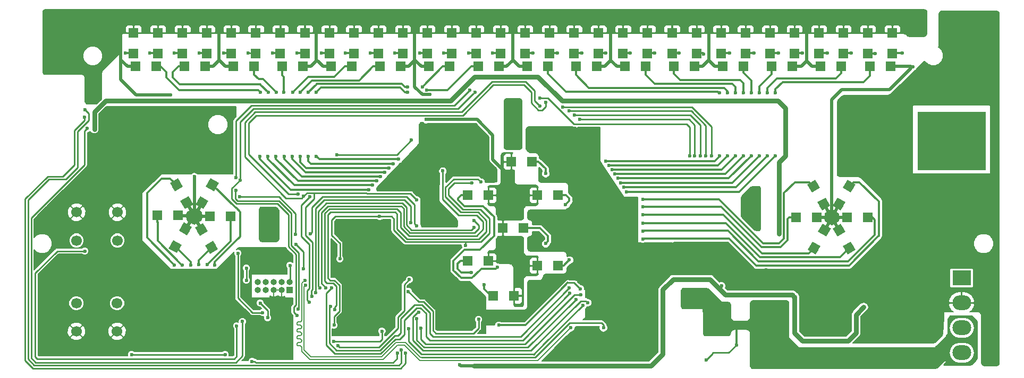
<source format=gtl>
G04 #@! TF.GenerationSoftware,KiCad,Pcbnew,(5.0.2)-1*
G04 #@! TF.CreationDate,2019-03-20T17:04:55-04:00*
G04 #@! TF.ProjectId,FSAE Main Panel,46534145-204d-4616-996e-2050616e656c,rev?*
G04 #@! TF.SameCoordinates,Original*
G04 #@! TF.FileFunction,Copper,L1,Top*
G04 #@! TF.FilePolarity,Positive*
%FSLAX46Y46*%
G04 Gerber Fmt 4.6, Leading zero omitted, Abs format (unit mm)*
G04 Created by KiCad (PCBNEW (5.0.2)-1) date 3/20/2019 5:04:55 PM*
%MOMM*%
%LPD*%
G01*
G04 APERTURE LIST*
G04 #@! TA.AperFunction,ComponentPad*
%ADD10C,0.600000*%
G04 #@! TD*
G04 #@! TA.AperFunction,Conductor*
%ADD11R,10.800000X9.400000*%
G04 #@! TD*
G04 #@! TA.AperFunction,ComponentPad*
%ADD12R,3.000000X2.350000*%
G04 #@! TD*
G04 #@! TA.AperFunction,ComponentPad*
%ADD13O,3.000000X2.350000*%
G04 #@! TD*
G04 #@! TA.AperFunction,SMDPad,CuDef*
%ADD14R,1.500000X1.500000*%
G04 #@! TD*
G04 #@! TA.AperFunction,SMDPad,CuDef*
%ADD15C,1.500000*%
G04 #@! TD*
G04 #@! TA.AperFunction,Conductor*
%ADD16C,0.100000*%
G04 #@! TD*
G04 #@! TA.AperFunction,ComponentPad*
%ADD17O,1.000000X1.000000*%
G04 #@! TD*
G04 #@! TA.AperFunction,ComponentPad*
%ADD18R,1.000000X1.000000*%
G04 #@! TD*
G04 #@! TA.AperFunction,ComponentPad*
%ADD19C,1.700000*%
G04 #@! TD*
G04 #@! TA.AperFunction,ViaPad*
%ADD20C,0.600000*%
G04 #@! TD*
G04 #@! TA.AperFunction,Conductor*
%ADD21C,0.350000*%
G04 #@! TD*
G04 #@! TA.AperFunction,Conductor*
%ADD22C,0.250000*%
G04 #@! TD*
G04 #@! TA.AperFunction,Conductor*
%ADD23C,0.500000*%
G04 #@! TD*
G04 #@! TA.AperFunction,Conductor*
%ADD24C,0.750000*%
G04 #@! TD*
G04 #@! TA.AperFunction,Conductor*
%ADD25C,0.200000*%
G04 #@! TD*
G04 #@! TA.AperFunction,Conductor*
%ADD26C,0.254000*%
G04 #@! TD*
G04 #@! TA.AperFunction,Conductor*
%ADD27C,0.240000*%
G04 #@! TD*
G04 #@! TA.AperFunction,Conductor*
%ADD28C,0.199900*%
G04 #@! TD*
G04 APERTURE END LIST*
D10*
G04 #@! TO.P,U303,2*
G04 #@! TO.N,LED_+5V*
X229500000Y-47500000D03*
X229500000Y-49500000D03*
X229500000Y-51500000D03*
X229500000Y-53500000D03*
X231500000Y-47500000D03*
X231500000Y-53500000D03*
X233500000Y-47500000D03*
X233500000Y-53500000D03*
X235500000Y-47500000D03*
X235500000Y-49500000D03*
X235500000Y-51500000D03*
X235500000Y-53500000D03*
D11*
G04 #@! TD*
G04 #@! TO.N,LED_+5V*
G04 #@! TO.C,U303*
X232400000Y-51600000D03*
D12*
G04 #@! TO.P,J203,1*
G04 #@! TO.N,CAN_V+*
X234000000Y-73500000D03*
D13*
G04 #@! TO.P,J203,2*
G04 #@! TO.N,GND*
X234000000Y-77460000D03*
G04 #@! TO.P,J203,3*
G04 #@! TO.N,CAN_IN-*
X234000000Y-81420000D03*
G04 #@! TO.P,J203,4*
G04 #@! TO.N,CAN_IN+*
X234000000Y-85380000D03*
G04 #@! TD*
D14*
G04 #@! TO.P,D524,2*
G04 #@! TO.N,LED_+5V*
X187850000Y-34350000D03*
G04 #@! TO.P,D524,1*
G04 #@! TO.N,/Display/Y7*
X187850000Y-37650000D03*
G04 #@! TD*
D15*
G04 #@! TO.P,D558,2*
G04 #@! TO.N,LED_+5V*
X212144001Y-65830969D03*
D16*
G04 #@! TD*
G04 #@! TO.N,LED_+5V*
G04 #@! TO.C,D558*
G36*
X211869482Y-64806450D02*
X213168520Y-65556450D01*
X212418520Y-66855488D01*
X211119482Y-66105488D01*
X211869482Y-64806450D01*
X211869482Y-64806450D01*
G37*
D15*
G04 #@! TO.P,D558,1*
G04 #@! TO.N,/Display/OP3*
X210494001Y-68688853D03*
D16*
G04 #@! TD*
G04 #@! TO.N,/Display/OP3*
G04 #@! TO.C,D558*
G36*
X210219482Y-67664334D02*
X211518520Y-68414334D01*
X210768520Y-69713372D01*
X209469482Y-68963372D01*
X210219482Y-67664334D01*
X210219482Y-67664334D01*
G37*
D17*
G04 #@! TO.P,J202,10*
G04 #@! TO.N,Net-(J202-Pad10)*
X121870000Y-74180000D03*
G04 #@! TO.P,J202,9*
G04 #@! TO.N,Net-(J202-Pad9)*
X121870000Y-75450000D03*
G04 #@! TO.P,J202,8*
G04 #@! TO.N,Net-(J202-Pad8)*
X123140000Y-74180000D03*
G04 #@! TO.P,J202,7*
G04 #@! TO.N,Net-(J202-Pad7)*
X123140000Y-75450000D03*
G04 #@! TO.P,J202,6*
G04 #@! TO.N,Net-(J202-Pad6)*
X124410000Y-74180000D03*
G04 #@! TO.P,J202,5*
G04 #@! TO.N,GND*
X124410000Y-75450000D03*
G04 #@! TO.P,J202,4*
G04 #@! TO.N,SWCLK*
X125680000Y-74180000D03*
G04 #@! TO.P,J202,3*
G04 #@! TO.N,GND*
X125680000Y-75450000D03*
G04 #@! TO.P,J202,2*
G04 #@! TO.N,SWDIO*
X126950000Y-74180000D03*
D18*
G04 #@! TO.P,J202,1*
G04 #@! TO.N,+3V3*
X126950000Y-75450000D03*
G04 #@! TD*
D19*
G04 #@! TO.P,SW1,1*
G04 #@! TO.N,GND*
X99500000Y-63000000D03*
G04 #@! TO.P,SW1,2*
X93000000Y-63000000D03*
G04 #@! TO.P,SW1,3*
G04 #@! TO.N,/External Interface/SW1_L*
X99500000Y-67500000D03*
G04 #@! TO.P,SW1,4*
X93000000Y-67500000D03*
G04 #@! TD*
G04 #@! TO.P,SW2,4*
G04 #@! TO.N,/External Interface/SW2_L*
X99450000Y-77500000D03*
G04 #@! TO.P,SW2,3*
X92950000Y-77500000D03*
G04 #@! TO.P,SW2,2*
G04 #@! TO.N,GND*
X99450000Y-82000000D03*
G04 #@! TO.P,SW2,1*
X92950000Y-82000000D03*
G04 #@! TD*
D14*
G04 #@! TO.P,D502,2*
G04 #@! TO.N,LED_+5V*
X102050000Y-34350000D03*
G04 #@! TO.P,D502,1*
G04 #@! TO.N,/Display/G1*
X102050000Y-37650000D03*
G04 #@! TD*
G04 #@! TO.P,D503,2*
G04 #@! TO.N,LED_+5V*
X105950000Y-34350000D03*
G04 #@! TO.P,D503,1*
G04 #@! TO.N,/Display/G2*
X105950000Y-37650000D03*
G04 #@! TD*
G04 #@! TO.P,D504,1*
G04 #@! TO.N,/Display/G3*
X109850000Y-37650000D03*
G04 #@! TO.P,D504,2*
G04 #@! TO.N,LED_+5V*
X109850000Y-34350000D03*
G04 #@! TD*
G04 #@! TO.P,D505,2*
G04 #@! TO.N,LED_+5V*
X113750000Y-34350000D03*
G04 #@! TO.P,D505,1*
G04 #@! TO.N,/Display/G4*
X113750000Y-37650000D03*
G04 #@! TD*
G04 #@! TO.P,D506,1*
G04 #@! TO.N,/Display/G5*
X117650000Y-37650000D03*
G04 #@! TO.P,D506,2*
G04 #@! TO.N,LED_+5V*
X117650000Y-34350000D03*
G04 #@! TD*
G04 #@! TO.P,D507,2*
G04 #@! TO.N,LED_+5V*
X121550000Y-34350000D03*
G04 #@! TO.P,D507,1*
G04 #@! TO.N,/Display/G6*
X121550000Y-37650000D03*
G04 #@! TD*
G04 #@! TO.P,D508,1*
G04 #@! TO.N,/Display/G7*
X125450000Y-37650000D03*
G04 #@! TO.P,D508,2*
G04 #@! TO.N,LED_+5V*
X125450000Y-34350000D03*
G04 #@! TD*
G04 #@! TO.P,D509,2*
G04 #@! TO.N,LED_+5V*
X129350000Y-34350000D03*
G04 #@! TO.P,D509,1*
G04 #@! TO.N,/Display/G8*
X129350000Y-37650000D03*
G04 #@! TD*
G04 #@! TO.P,D510,1*
G04 #@! TO.N,/Display/G9*
X133250000Y-37650000D03*
G04 #@! TO.P,D510,2*
G04 #@! TO.N,LED_+5V*
X133250000Y-34350000D03*
G04 #@! TD*
G04 #@! TO.P,D511,2*
G04 #@! TO.N,LED_+5V*
X137150000Y-34350000D03*
G04 #@! TO.P,D511,1*
G04 #@! TO.N,/Display/G10*
X137150000Y-37650000D03*
G04 #@! TD*
G04 #@! TO.P,D512,1*
G04 #@! TO.N,/Display/G11*
X141050000Y-37650000D03*
G04 #@! TO.P,D512,2*
G04 #@! TO.N,LED_+5V*
X141050000Y-34350000D03*
G04 #@! TD*
G04 #@! TO.P,D513,2*
G04 #@! TO.N,LED_+5V*
X144950000Y-34350000D03*
G04 #@! TO.P,D513,1*
G04 #@! TO.N,/Display/G12*
X144950000Y-37650000D03*
G04 #@! TD*
G04 #@! TO.P,D514,2*
G04 #@! TO.N,LED_+5V*
X148850000Y-34350000D03*
G04 #@! TO.P,D514,1*
G04 #@! TO.N,/Display/G13*
X148850000Y-37650000D03*
G04 #@! TD*
G04 #@! TO.P,D515,1*
G04 #@! TO.N,/Display/G14*
X152750000Y-37650000D03*
G04 #@! TO.P,D515,2*
G04 #@! TO.N,LED_+5V*
X152750000Y-34350000D03*
G04 #@! TD*
G04 #@! TO.P,D516,2*
G04 #@! TO.N,LED_+5V*
X156650000Y-34350000D03*
G04 #@! TO.P,D516,1*
G04 #@! TO.N,/Display/G15*
X156650000Y-37650000D03*
G04 #@! TD*
G04 #@! TO.P,D517,1*
G04 #@! TO.N,/Display/G16*
X160550000Y-37650000D03*
G04 #@! TO.P,D517,2*
G04 #@! TO.N,LED_+5V*
X160550000Y-34350000D03*
G04 #@! TD*
G04 #@! TO.P,D518,1*
G04 #@! TO.N,/Display/Y1*
X164450000Y-37650000D03*
G04 #@! TO.P,D518,2*
G04 #@! TO.N,LED_+5V*
X164450000Y-34350000D03*
G04 #@! TD*
G04 #@! TO.P,D519,1*
G04 #@! TO.N,/Display/Y2*
X168350000Y-37650000D03*
G04 #@! TO.P,D519,2*
G04 #@! TO.N,LED_+5V*
X168350000Y-34350000D03*
G04 #@! TD*
G04 #@! TO.P,D520,1*
G04 #@! TO.N,/Display/Y3*
X172250000Y-37650000D03*
G04 #@! TO.P,D520,2*
G04 #@! TO.N,LED_+5V*
X172250000Y-34350000D03*
G04 #@! TD*
G04 #@! TO.P,D521,1*
G04 #@! TO.N,/Display/Y4*
X176150000Y-37650000D03*
G04 #@! TO.P,D521,2*
G04 #@! TO.N,LED_+5V*
X176150000Y-34350000D03*
G04 #@! TD*
G04 #@! TO.P,D522,2*
G04 #@! TO.N,LED_+5V*
X180050000Y-34350000D03*
G04 #@! TO.P,D522,1*
G04 #@! TO.N,/Display/Y5*
X180050000Y-37650000D03*
G04 #@! TD*
G04 #@! TO.P,D523,1*
G04 #@! TO.N,/Display/Y6*
X183950000Y-37650000D03*
G04 #@! TO.P,D523,2*
G04 #@! TO.N,LED_+5V*
X183950000Y-34350000D03*
G04 #@! TD*
G04 #@! TO.P,D525,1*
G04 #@! TO.N,/Display/Y8*
X191750000Y-37650000D03*
G04 #@! TO.P,D525,2*
G04 #@! TO.N,LED_+5V*
X191750000Y-34350000D03*
G04 #@! TD*
G04 #@! TO.P,D526,2*
G04 #@! TO.N,LED_+5V*
X195650000Y-34350000D03*
G04 #@! TO.P,D526,1*
G04 #@! TO.N,/Display/R1*
X195650000Y-37650000D03*
G04 #@! TD*
G04 #@! TO.P,D527,1*
G04 #@! TO.N,/Display/R2*
X199550000Y-37650000D03*
G04 #@! TO.P,D527,2*
G04 #@! TO.N,LED_+5V*
X199550000Y-34350000D03*
G04 #@! TD*
G04 #@! TO.P,D528,2*
G04 #@! TO.N,LED_+5V*
X203450000Y-34350000D03*
G04 #@! TO.P,D528,1*
G04 #@! TO.N,/Display/R3*
X203450000Y-37650000D03*
G04 #@! TD*
G04 #@! TO.P,D529,1*
G04 #@! TO.N,/Display/R4*
X207350000Y-37650000D03*
G04 #@! TO.P,D529,2*
G04 #@! TO.N,LED_+5V*
X207350000Y-34350000D03*
G04 #@! TD*
G04 #@! TO.P,D530,2*
G04 #@! TO.N,LED_+5V*
X211250000Y-34350000D03*
G04 #@! TO.P,D530,1*
G04 #@! TO.N,/Display/R5*
X211250000Y-37650000D03*
G04 #@! TD*
G04 #@! TO.P,D531,1*
G04 #@! TO.N,/Display/R6*
X215150000Y-37650000D03*
G04 #@! TO.P,D531,2*
G04 #@! TO.N,LED_+5V*
X215150000Y-34350000D03*
G04 #@! TD*
G04 #@! TO.P,D532,2*
G04 #@! TO.N,LED_+5V*
X219050000Y-34350000D03*
G04 #@! TO.P,D532,1*
G04 #@! TO.N,/Display/R7*
X219050000Y-37650000D03*
G04 #@! TD*
G04 #@! TO.P,D533,2*
G04 #@! TO.N,LED_+5V*
X222950000Y-34350000D03*
G04 #@! TO.P,D533,1*
G04 #@! TO.N,/Display/R8*
X222950000Y-37650000D03*
G04 #@! TD*
G04 #@! TO.P,D534,2*
G04 #@! TO.N,LED_+5V*
X102350000Y-39700000D03*
G04 #@! TO.P,D534,1*
G04 #@! TO.N,/Display/B1*
X105650000Y-39700000D03*
G04 #@! TD*
G04 #@! TO.P,D535,2*
G04 #@! TO.N,LED_+5V*
X113450000Y-39700000D03*
G04 #@! TO.P,D535,1*
G04 #@! TO.N,/Display/B2*
X110150000Y-39700000D03*
G04 #@! TD*
G04 #@! TO.P,D536,2*
G04 #@! TO.N,LED_+5V*
X117950000Y-39700000D03*
G04 #@! TO.P,D536,1*
G04 #@! TO.N,/Display/B3*
X121250000Y-39700000D03*
G04 #@! TD*
G04 #@! TO.P,D537,1*
G04 #@! TO.N,/Display/B4*
X125750000Y-39700000D03*
G04 #@! TO.P,D537,2*
G04 #@! TO.N,LED_+5V*
X129050000Y-39700000D03*
G04 #@! TD*
G04 #@! TO.P,D538,2*
G04 #@! TO.N,LED_+5V*
X133550000Y-39700000D03*
G04 #@! TO.P,D538,1*
G04 #@! TO.N,/Display/B5*
X136850000Y-39700000D03*
G04 #@! TD*
G04 #@! TO.P,D539,1*
G04 #@! TO.N,/Display/B6*
X141350000Y-39700000D03*
G04 #@! TO.P,D539,2*
G04 #@! TO.N,LED_+5V*
X144650000Y-39700000D03*
G04 #@! TD*
G04 #@! TO.P,D540,2*
G04 #@! TO.N,LED_+5V*
X149150000Y-39700000D03*
G04 #@! TO.P,D540,1*
G04 #@! TO.N,/Display/B7*
X152450000Y-39700000D03*
G04 #@! TD*
G04 #@! TO.P,D541,1*
G04 #@! TO.N,/Display/B8*
X156950000Y-39700000D03*
G04 #@! TO.P,D541,2*
G04 #@! TO.N,LED_+5V*
X160250000Y-39700000D03*
G04 #@! TD*
G04 #@! TO.P,D542,2*
G04 #@! TO.N,LED_+5V*
X164750000Y-39700000D03*
G04 #@! TO.P,D542,1*
G04 #@! TO.N,/Display/B9*
X168050000Y-39700000D03*
G04 #@! TD*
G04 #@! TO.P,D543,1*
G04 #@! TO.N,/Display/B10*
X172550000Y-39700000D03*
G04 #@! TO.P,D543,2*
G04 #@! TO.N,LED_+5V*
X175850000Y-39700000D03*
G04 #@! TD*
G04 #@! TO.P,D544,1*
G04 #@! TO.N,/Display/B11*
X183650000Y-39700000D03*
G04 #@! TO.P,D544,2*
G04 #@! TO.N,LED_+5V*
X180350000Y-39700000D03*
G04 #@! TD*
G04 #@! TO.P,D545,1*
G04 #@! TO.N,/Display/B12*
X188150000Y-39700000D03*
G04 #@! TO.P,D545,2*
G04 #@! TO.N,LED_+5V*
X191450000Y-39700000D03*
G04 #@! TD*
G04 #@! TO.P,D546,1*
G04 #@! TO.N,/Display/B13*
X199250000Y-39700000D03*
G04 #@! TO.P,D546,2*
G04 #@! TO.N,LED_+5V*
X195950000Y-39700000D03*
G04 #@! TD*
G04 #@! TO.P,D547,2*
G04 #@! TO.N,LED_+5V*
X207050000Y-39700000D03*
G04 #@! TO.P,D547,1*
G04 #@! TO.N,/Display/B14*
X203750000Y-39700000D03*
G04 #@! TD*
G04 #@! TO.P,D548,1*
G04 #@! TO.N,/Display/B15*
X214850000Y-39700000D03*
G04 #@! TO.P,D548,2*
G04 #@! TO.N,LED_+5V*
X211550000Y-39700000D03*
G04 #@! TD*
G04 #@! TO.P,D549,2*
G04 #@! TO.N,LED_+5V*
X222650000Y-39700000D03*
G04 #@! TO.P,D549,1*
G04 #@! TO.N,/Display/B16*
X219350000Y-39700000D03*
G04 #@! TD*
D15*
G04 #@! TO.P,D550,2*
G04 #@! TO.N,LED_+5V*
X110544000Y-61469031D03*
D16*
G04 #@! TD*
G04 #@! TO.N,LED_+5V*
G04 #@! TO.C,D550*
G36*
X111568519Y-61743550D02*
X110269481Y-62493550D01*
X109519481Y-61194512D01*
X110818519Y-60444512D01*
X111568519Y-61743550D01*
X111568519Y-61743550D01*
G37*
D15*
G04 #@! TO.P,D550,1*
G04 #@! TO.N,/Display/HT1*
X108894000Y-58611147D03*
D16*
G04 #@! TD*
G04 #@! TO.N,/Display/HT1*
G04 #@! TO.C,D550*
G36*
X109918519Y-58885666D02*
X108619481Y-59635666D01*
X107869481Y-58336628D01*
X109168519Y-57586628D01*
X109918519Y-58885666D01*
X109918519Y-58885666D01*
G37*
D14*
G04 #@! TO.P,D551,1*
G04 #@! TO.N,/Display/HT2*
X105888000Y-63500000D03*
G04 #@! TO.P,D551,2*
G04 #@! TO.N,LED_+5V*
X109188000Y-63500000D03*
G04 #@! TD*
D15*
G04 #@! TO.P,D552,2*
G04 #@! TO.N,LED_+5V*
X110344001Y-65630969D03*
D16*
G04 #@! TD*
G04 #@! TO.N,LED_+5V*
G04 #@! TO.C,D552*
G36*
X110069482Y-64606450D02*
X111368520Y-65356450D01*
X110618520Y-66655488D01*
X109319482Y-65905488D01*
X110069482Y-64606450D01*
X110069482Y-64606450D01*
G37*
D15*
G04 #@! TO.P,D552,1*
G04 #@! TO.N,/Display/HT3*
X108694001Y-68488853D03*
D16*
G04 #@! TD*
G04 #@! TO.N,/Display/HT3*
G04 #@! TO.C,D552*
G36*
X108419482Y-67464334D02*
X109718520Y-68214334D01*
X108968520Y-69513372D01*
X107669482Y-68763372D01*
X108419482Y-67464334D01*
X108419482Y-67464334D01*
G37*
D15*
G04 #@! TO.P,D553,1*
G04 #@! TO.N,/Display/HT4*
X114506000Y-68588853D03*
D16*
G04 #@! TD*
G04 #@! TO.N,/Display/HT4*
G04 #@! TO.C,D553*
G36*
X113481481Y-68314334D02*
X114780519Y-67564334D01*
X115530519Y-68863372D01*
X114231481Y-69613372D01*
X113481481Y-68314334D01*
X113481481Y-68314334D01*
G37*
D15*
G04 #@! TO.P,D553,2*
G04 #@! TO.N,LED_+5V*
X112856000Y-65730969D03*
D16*
G04 #@! TD*
G04 #@! TO.N,LED_+5V*
G04 #@! TO.C,D553*
G36*
X111831481Y-65456450D02*
X113130519Y-64706450D01*
X113880519Y-66005488D01*
X112581481Y-66755488D01*
X111831481Y-65456450D01*
X111831481Y-65456450D01*
G37*
D14*
G04 #@! TO.P,D554,2*
G04 #@! TO.N,LED_+5V*
X114212000Y-63600000D03*
G04 #@! TO.P,D554,1*
G04 #@! TO.N,/Display/HT5*
X117512000Y-63600000D03*
G04 #@! TD*
D15*
G04 #@! TO.P,D555,1*
G04 #@! TO.N,/Display/HT6*
X114606000Y-58611147D03*
D16*
G04 #@! TD*
G04 #@! TO.N,/Display/HT6*
G04 #@! TO.C,D555*
G36*
X114880519Y-59635666D02*
X113581481Y-58885666D01*
X114331481Y-57586628D01*
X115630519Y-58336628D01*
X114880519Y-59635666D01*
X114880519Y-59635666D01*
G37*
D15*
G04 #@! TO.P,D555,2*
G04 #@! TO.N,LED_+5V*
X112956000Y-61469031D03*
D16*
G04 #@! TD*
G04 #@! TO.N,LED_+5V*
G04 #@! TO.C,D555*
G36*
X113230519Y-62493550D02*
X111931481Y-61743550D01*
X112681481Y-60444512D01*
X113980519Y-61194512D01*
X113230519Y-62493550D01*
X113230519Y-62493550D01*
G37*
D15*
G04 #@! TO.P,D556,2*
G04 #@! TO.N,LED_+5V*
X212044000Y-61669031D03*
D16*
G04 #@! TD*
G04 #@! TO.N,LED_+5V*
G04 #@! TO.C,D556*
G36*
X213068519Y-61943550D02*
X211769481Y-62693550D01*
X211019481Y-61394512D01*
X212318519Y-60644512D01*
X213068519Y-61943550D01*
X213068519Y-61943550D01*
G37*
D15*
G04 #@! TO.P,D556,1*
G04 #@! TO.N,/Display/OP1*
X210394000Y-58811147D03*
D16*
G04 #@! TD*
G04 #@! TO.N,/Display/OP1*
G04 #@! TO.C,D556*
G36*
X211418519Y-59085666D02*
X210119481Y-59835666D01*
X209369481Y-58536628D01*
X210668519Y-57786628D01*
X211418519Y-59085666D01*
X211418519Y-59085666D01*
G37*
D14*
G04 #@! TO.P,D557,1*
G04 #@! TO.N,/Display/OP2*
X207588000Y-63800000D03*
G04 #@! TO.P,D557,2*
G04 #@! TO.N,LED_+5V*
X210888000Y-63800000D03*
G04 #@! TD*
D15*
G04 #@! TO.P,D559,1*
G04 #@! TO.N,/Display/OP4*
X216106000Y-68688853D03*
D16*
G04 #@! TD*
G04 #@! TO.N,/Display/OP4*
G04 #@! TO.C,D559*
G36*
X215081481Y-68414334D02*
X216380519Y-67664334D01*
X217130519Y-68963372D01*
X215831481Y-69713372D01*
X215081481Y-68414334D01*
X215081481Y-68414334D01*
G37*
D15*
G04 #@! TO.P,D559,2*
G04 #@! TO.N,LED_+5V*
X214456000Y-65830969D03*
D16*
G04 #@! TD*
G04 #@! TO.N,LED_+5V*
G04 #@! TO.C,D559*
G36*
X213431481Y-65556450D02*
X214730519Y-64806450D01*
X215480519Y-66105488D01*
X214181481Y-66855488D01*
X213431481Y-65556450D01*
X213431481Y-65556450D01*
G37*
D14*
G04 #@! TO.P,D560,2*
G04 #@! TO.N,LED_+5V*
X215712000Y-63800000D03*
G04 #@! TO.P,D560,1*
G04 #@! TO.N,/Display/OP5*
X219012000Y-63800000D03*
G04 #@! TD*
D15*
G04 #@! TO.P,D561,1*
G04 #@! TO.N,/Display/OP6*
X216106000Y-58811147D03*
D16*
G04 #@! TD*
G04 #@! TO.N,/Display/OP6*
G04 #@! TO.C,D561*
G36*
X216380519Y-59835666D02*
X215081481Y-59085666D01*
X215831481Y-57786628D01*
X217130519Y-58536628D01*
X216380519Y-59835666D01*
X216380519Y-59835666D01*
G37*
D15*
G04 #@! TO.P,D561,2*
G04 #@! TO.N,LED_+5V*
X214456000Y-61669031D03*
D16*
G04 #@! TD*
G04 #@! TO.N,LED_+5V*
G04 #@! TO.C,D561*
G36*
X214730519Y-62693550D02*
X213431481Y-61943550D01*
X214181481Y-60644512D01*
X215480519Y-61394512D01*
X214730519Y-62693550D01*
X214730519Y-62693550D01*
G37*
D14*
G04 #@! TO.P,D562,1*
G04 #@! TO.N,/Display/a*
X165550000Y-54890000D03*
G04 #@! TO.P,D562,2*
G04 #@! TO.N,LED_+5V*
X162250000Y-54890000D03*
G04 #@! TD*
G04 #@! TO.P,D563,2*
G04 #@! TO.N,LED_+5V*
X166400000Y-60250000D03*
G04 #@! TO.P,D563,1*
G04 #@! TO.N,/Display/b*
X169700000Y-60250000D03*
G04 #@! TD*
G04 #@! TO.P,D564,1*
G04 #@! TO.N,/Display/c*
X169700000Y-71490000D03*
G04 #@! TO.P,D564,2*
G04 #@! TO.N,LED_+5V*
X166400000Y-71490000D03*
G04 #@! TD*
G04 #@! TO.P,D565,2*
G04 #@! TO.N,LED_+5V*
X162650000Y-76300000D03*
G04 #@! TO.P,D565,1*
G04 #@! TO.N,/Display/d*
X159350000Y-76300000D03*
G04 #@! TD*
G04 #@! TO.P,D566,1*
G04 #@! TO.N,/Display/e*
X155300000Y-70740000D03*
G04 #@! TO.P,D566,2*
G04 #@! TO.N,LED_+5V*
X158600000Y-70740000D03*
G04 #@! TD*
G04 #@! TO.P,D567,2*
G04 #@! TO.N,LED_+5V*
X158600000Y-60240000D03*
G04 #@! TO.P,D567,1*
G04 #@! TO.N,/Display/f*
X155300000Y-60240000D03*
G04 #@! TD*
G04 #@! TO.P,D568,1*
G04 #@! TO.N,/Display/g*
X164150000Y-65500000D03*
G04 #@! TO.P,D568,2*
G04 #@! TO.N,LED_+5V*
X160850000Y-65500000D03*
G04 #@! TD*
D20*
G04 #@! TO.N,GND*
X229500000Y-87500000D03*
X202900000Y-72175000D03*
X198100000Y-84200000D03*
X140300000Y-81300000D03*
X214650000Y-82150000D03*
X208750000Y-82150000D03*
X212100000Y-73500000D03*
X177000000Y-79900000D03*
X197900000Y-80800000D03*
X228750000Y-85000000D03*
X206750000Y-84750000D03*
X204250000Y-87250000D03*
X203250000Y-78250000D03*
X232250000Y-80000000D03*
X199500000Y-71000000D03*
X186500000Y-73750000D03*
X179400000Y-83650000D03*
X139180000Y-69360000D03*
X237500000Y-43250000D03*
X206000000Y-73000000D03*
X199950000Y-72750000D03*
X146550000Y-74375000D03*
X142850000Y-68800000D03*
X152475000Y-73150000D03*
X94980000Y-50510000D03*
X120700000Y-84500000D03*
X137150000Y-65500000D03*
X157350000Y-82150000D03*
X236750000Y-32500000D03*
X236850000Y-35350000D03*
X127950000Y-68100000D03*
X129150000Y-72000000D03*
X133975000Y-70125000D03*
X133975000Y-67975000D03*
X239100000Y-60600000D03*
X236900000Y-60600000D03*
X236900000Y-63200000D03*
X239100000Y-63200000D03*
X234900000Y-66600000D03*
X221300000Y-78800000D03*
X223500000Y-81600000D03*
X223700000Y-76200000D03*
X221900000Y-65000000D03*
X225100000Y-65000000D03*
X225100000Y-66800000D03*
X193300000Y-86600000D03*
X126300000Y-70300000D03*
X122300000Y-85600000D03*
X123700000Y-85600000D03*
X125100000Y-85600000D03*
X126500000Y-85600000D03*
X149700000Y-58125000D03*
X225000000Y-45000000D03*
X225000000Y-43750000D03*
X225000000Y-42500000D03*
X166810000Y-53675000D03*
X159750000Y-58000000D03*
X159000000Y-58000000D03*
X169000000Y-56250000D03*
X170500000Y-56250000D03*
X169000000Y-54750000D03*
X157750000Y-76750000D03*
G04 #@! TO.N,+3V3*
X156000000Y-58325000D03*
X160250000Y-81000000D03*
X173250000Y-75250000D03*
X120050000Y-73850000D03*
X120033058Y-71933058D03*
X141650000Y-82000000D03*
X133950000Y-83625000D03*
X123425000Y-79825000D03*
X122250000Y-77500000D03*
X141275000Y-63675000D03*
X134950000Y-70425000D03*
X154950000Y-68275000D03*
G04 #@! TO.N,~RESET*
X118500484Y-81150000D03*
X94300000Y-69200000D03*
G04 #@! TO.N,~CLEAR*
X144100000Y-85500000D03*
X101750000Y-85700000D03*
X116650000Y-85700000D03*
X120950000Y-86800000D03*
G04 #@! TO.N,+5V*
X218400000Y-78150000D03*
X160050000Y-87550000D03*
X156273196Y-87512731D03*
X154008797Y-87325000D03*
G04 #@! TO.N,DWC_+5V*
X204925000Y-66450722D03*
X95830000Y-49720000D03*
G04 #@! TO.N,USB_D+*
X171700000Y-81450000D03*
X129350000Y-73850000D03*
G04 #@! TO.N,USB_D-*
X176950000Y-81450000D03*
X129450000Y-74650000D03*
G04 #@! TO.N,/Display/b*
X170900000Y-61800000D03*
G04 #@! TO.N,/Display/g*
X167700000Y-68000000D03*
G04 #@! TO.N,/Display/c*
X171500000Y-70600000D03*
G04 #@! TO.N,/Display/d*
X157900000Y-74600000D03*
G04 #@! TO.N,/Display/e*
X155900000Y-72600000D03*
G04 #@! TO.N,/Display/f*
X160000000Y-71750000D03*
G04 #@! TO.N,/Display/a*
X167700000Y-56800000D03*
G04 #@! TO.N,/Display/G1*
X100800000Y-37600000D03*
G04 #@! TO.N,/Display/G2*
X104700000Y-37600000D03*
G04 #@! TO.N,/Display/G3*
X108600000Y-37600000D03*
G04 #@! TO.N,/Display/G4*
X112500000Y-37600000D03*
G04 #@! TO.N,/Display/G5*
X116400000Y-37600000D03*
G04 #@! TO.N,/Display/G6*
X120300000Y-37600000D03*
G04 #@! TO.N,/Display/G7*
X124200000Y-37600000D03*
G04 #@! TO.N,/Display/G8*
X128100000Y-37600000D03*
G04 #@! TO.N,/Display/G9*
X132000000Y-37600000D03*
G04 #@! TO.N,/Display/G10*
X135800000Y-37600000D03*
G04 #@! TO.N,/Display/G11*
X139800000Y-37600000D03*
G04 #@! TO.N,/Display/G12*
X143700000Y-37600000D03*
G04 #@! TO.N,/Display/G13*
X147700000Y-37600000D03*
G04 #@! TO.N,/Display/G14*
X151500000Y-37600000D03*
G04 #@! TO.N,/Display/G15*
X155500000Y-37600000D03*
G04 #@! TO.N,/Display/G16*
X159300000Y-37600000D03*
G04 #@! TO.N,/Display/Y1*
X165700000Y-37600000D03*
G04 #@! TO.N,/Display/Y2*
X169600000Y-37600000D03*
G04 #@! TO.N,/Display/Y3*
X173500000Y-37600000D03*
G04 #@! TO.N,/Display/Y4*
X177300000Y-37600000D03*
G04 #@! TO.N,/Display/Y5*
X181200000Y-37600000D03*
G04 #@! TO.N,/Display/Y6*
X185100000Y-37600000D03*
G04 #@! TO.N,/Display/Y7*
X189000000Y-37600000D03*
G04 #@! TO.N,/Display/Y8*
X192900000Y-37700000D03*
G04 #@! TO.N,/Display/R1*
X197000000Y-37600000D03*
G04 #@! TO.N,/Display/R2*
X200900000Y-37600000D03*
G04 #@! TO.N,/Display/R3*
X204800000Y-37600000D03*
G04 #@! TO.N,/Display/R4*
X208600000Y-37600000D03*
G04 #@! TO.N,/Display/R5*
X212600000Y-37600000D03*
G04 #@! TO.N,/Display/R6*
X216400000Y-37600000D03*
G04 #@! TO.N,/Display/R7*
X220270000Y-37650000D03*
G04 #@! TO.N,/Display/R8*
X224550004Y-37600000D03*
G04 #@! TO.N,/Display/B1*
X122260000Y-43860000D03*
G04 #@! TO.N,/Display/B2*
X123520000Y-43860000D03*
G04 #@! TO.N,/Display/B3*
X124800000Y-43860000D03*
G04 #@! TO.N,/Display/B4*
X126000000Y-43860000D03*
G04 #@! TO.N,/Display/B5*
X127400000Y-43860000D03*
G04 #@! TO.N,/Display/B6*
X128600000Y-43860000D03*
G04 #@! TO.N,/Display/B7*
X129900000Y-43860000D03*
X148100000Y-42950000D03*
X145700000Y-42950000D03*
G04 #@! TO.N,/Display/B8*
X131200000Y-43860000D03*
X148800000Y-43450000D03*
X145700000Y-43800000D03*
G04 #@! TO.N,/Display/B9*
X195400000Y-43874990D03*
G04 #@! TO.N,/Display/B10*
X196678571Y-43874990D03*
G04 #@! TO.N,/Display/B11*
X197957142Y-43874990D03*
G04 #@! TO.N,/Display/B12*
X199235713Y-43874990D03*
G04 #@! TO.N,/Display/B13*
X200514284Y-43874990D03*
G04 #@! TO.N,/Display/B14*
X201792855Y-43874990D03*
G04 #@! TO.N,/Display/B15*
X203071426Y-43874990D03*
G04 #@! TO.N,/Display/B16*
X204350000Y-43874990D03*
G04 #@! TO.N,SWDIO*
X127000000Y-71500000D03*
G04 #@! TO.N,DWC_SCLK*
X144750000Y-84950000D03*
X94300000Y-46600000D03*
G04 #@! TO.N,DWC_SDI*
X145400000Y-85500000D03*
X94250000Y-47850000D03*
G04 #@! TO.N,~CHECK_ENGINE*
X119400000Y-80424258D03*
X94700000Y-49600000D03*
G04 #@! TO.N,/Display/SFT_8*
X131200000Y-54050000D03*
X144290424Y-54535663D03*
G04 #@! TO.N,/Display/SFT_7*
X129914284Y-54050000D03*
X143470000Y-55260000D03*
G04 #@! TO.N,/Display/SFT_6*
X128628570Y-54050000D03*
X142780000Y-55940000D03*
G04 #@! TO.N,/Display/SFT_5*
X127342856Y-54050000D03*
X142100000Y-56620000D03*
G04 #@! TO.N,/Display/SFT_4*
X126057142Y-54050000D03*
X141410000Y-57310000D03*
G04 #@! TO.N,/Display/SFT_3*
X124771428Y-54050000D03*
X140780000Y-57990097D03*
G04 #@! TO.N,/Display/SFT_2*
X123485714Y-54050000D03*
X140160000Y-58665098D03*
G04 #@! TO.N,/Display/SFT_1*
X122200000Y-54050000D03*
X139510000Y-59369308D03*
G04 #@! TO.N,/Display/SFT_9*
X195400000Y-53990000D03*
X177330000Y-54810000D03*
G04 #@! TO.N,/Display/SFT_10*
X196674285Y-53990000D03*
X177830000Y-55530000D03*
G04 #@! TO.N,/Display/SFT_11*
X197948570Y-53990000D03*
X178290000Y-56210000D03*
G04 #@! TO.N,/Display/SFT_12*
X199222855Y-53990000D03*
X178730000Y-56890000D03*
G04 #@! TO.N,/Display/SFT_13*
X200497140Y-53990000D03*
X179230000Y-57580000D03*
G04 #@! TO.N,/Display/SFT_14*
X201771425Y-53990000D03*
X179720000Y-58300000D03*
G04 #@! TO.N,/Display/SFT_15*
X203045710Y-53990000D03*
X180170000Y-59020000D03*
G04 #@! TO.N,/Display/SFT_16*
X204320000Y-53990000D03*
X180640000Y-59750000D03*
G04 #@! TO.N,GEAR_CLR*
X132700000Y-75050000D03*
X156300000Y-64325000D03*
G04 #@! TO.N,RPM_CLR*
X191475000Y-53950000D03*
X173125000Y-48175000D03*
X118377298Y-57472702D03*
X155650000Y-43450000D03*
X118350000Y-59475000D03*
X128250000Y-78450000D03*
G04 #@! TO.N,~RPM_EN*
X192350000Y-53950000D03*
X172300000Y-47450000D03*
X119100000Y-57850000D03*
X156450000Y-43800000D03*
X128150000Y-79500000D03*
G04 #@! TO.N,CAN_SCLK*
X173630000Y-77870000D03*
X145890000Y-81570000D03*
G04 #@! TO.N,CAN_CS*
X173310000Y-76194999D03*
X147840000Y-81510000D03*
G04 #@! TO.N,CAN_MISO*
X172560000Y-76930000D03*
X147201942Y-79988058D03*
G04 #@! TO.N,CAN_MOSI*
X174400000Y-77445000D03*
X147520000Y-78960000D03*
G04 #@! TO.N,Net-(U502-Pad15)*
X146350000Y-51450000D03*
X134500000Y-53800000D03*
G04 #@! TO.N,OIL_PRES*
X145850000Y-75625000D03*
X157050000Y-80100000D03*
G04 #@! TO.N,HIGH_TEMP*
X146011485Y-73734468D03*
X134650000Y-84300000D03*
G04 #@! TO.N,LED_+5V*
X224800000Y-30900000D03*
X226300000Y-30900000D03*
X227800000Y-30900000D03*
X224800000Y-32400000D03*
X226300000Y-32400000D03*
X227800000Y-32400000D03*
X224800000Y-33900000D03*
X226300000Y-33900000D03*
X227800000Y-33900000D03*
X226250000Y-39750000D03*
X108000000Y-44250000D03*
X111750000Y-57300000D03*
X149250000Y-44200000D03*
X148650000Y-48175000D03*
G04 #@! TO.N,/Display/HT1*
X108600000Y-71400000D03*
G04 #@! TO.N,/Display/HT2*
X109850000Y-71400000D03*
G04 #@! TO.N,/Display/HT3*
X111150000Y-71400000D03*
G04 #@! TO.N,/Display/HT4*
X112450000Y-71350000D03*
G04 #@! TO.N,/Display/HT5*
X113800000Y-71350000D03*
G04 #@! TO.N,/Display/HT6*
X115000000Y-71400000D03*
G04 #@! TO.N,/Display/OP1*
X183205000Y-60895000D03*
G04 #@! TO.N,/Display/OP2*
X183205000Y-62095000D03*
G04 #@! TO.N,/Display/OP3*
X183205000Y-63395000D03*
G04 #@! TO.N,/Display/OP4*
X183205000Y-64720000D03*
G04 #@! TO.N,/Display/OP5*
X183205000Y-65995000D03*
G04 #@! TO.N,/Display/OP6*
X183205000Y-67270000D03*
G04 #@! TO.N,GEAR_OUT*
X147200000Y-65150000D03*
X119000000Y-60550000D03*
X130200000Y-66450000D03*
X127900000Y-66500000D03*
G04 #@! TO.N,Net-(U503-Pad12)*
X190675000Y-53950000D03*
X166850000Y-44725000D03*
G04 #@! TO.N,~PWM_WHITE*
X131800000Y-75100000D03*
X156300000Y-65400000D03*
G04 #@! TO.N,GEAR_SET*
X146225000Y-64650000D03*
X131050000Y-75800000D03*
G04 #@! TO.N,FRAME_CLK*
X194150000Y-53950000D03*
X170425000Y-46175000D03*
X166850000Y-46065000D03*
X129150000Y-60450000D03*
X147150000Y-61000000D03*
X130450000Y-76450000D03*
G04 #@! TO.N,FRAME_IN*
X134025000Y-81025000D03*
X157400000Y-58150000D03*
G04 #@! TO.N,RPM_SET*
X193250000Y-53950000D03*
X171425000Y-46825000D03*
X167700000Y-45415000D03*
X128300000Y-60100000D03*
X130100000Y-77350000D03*
X130125000Y-60525000D03*
G04 #@! TO.N,~PWM_GREEN*
X118700000Y-69550000D03*
X122616942Y-79016942D03*
G04 #@! TO.N,~PWM_YELLOW*
X171575000Y-75950000D03*
X133650000Y-75050000D03*
G04 #@! TO.N,~PWM_RED*
X171500000Y-75049998D03*
X133425000Y-78050000D03*
G04 #@! TO.N,~PWM_BLUE*
X151300000Y-56400000D03*
X134100000Y-78550000D03*
G04 #@! TO.N,HEAT1*
X124250000Y-63500000D03*
X123000000Y-63500000D03*
X123000000Y-64500000D03*
X124250000Y-64500000D03*
X124250000Y-62500000D03*
X123000000Y-62500000D03*
G04 #@! TO.N,HEAT2*
X163000000Y-49000000D03*
X162000000Y-49000000D03*
X162000000Y-50000000D03*
X163000000Y-50000000D03*
X163000000Y-48000000D03*
X162000000Y-48000000D03*
G04 #@! TO.N,HEAT3*
X200750000Y-64500000D03*
X199750000Y-63500000D03*
X200750000Y-63500000D03*
X200750000Y-62500000D03*
X199750000Y-62500000D03*
G04 #@! TO.N,GND*
X179750000Y-85000000D03*
X179750000Y-86250000D03*
X168500000Y-86250000D03*
X169500000Y-85000000D03*
G04 #@! TO.N,+5V*
X195750000Y-74750000D03*
G04 #@! TD*
D21*
G04 #@! TO.N,GND*
X198100000Y-81000000D02*
X197900000Y-80800000D01*
X198100000Y-84200000D02*
X198100000Y-81000000D01*
D22*
X129150000Y-69300000D02*
X127950000Y-68100000D01*
X129150000Y-72000000D02*
X129150000Y-69300000D01*
X133975000Y-67975000D02*
X133975000Y-70125000D01*
X193300000Y-86600000D02*
X194300000Y-85600000D01*
X194300000Y-85600000D02*
X194300000Y-85400000D01*
X196900000Y-85400000D02*
X198100000Y-84200000D01*
X194300000Y-85400000D02*
X196900000Y-85400000D01*
X169000000Y-54750000D02*
X170500000Y-56250000D01*
X170500000Y-56250000D02*
X174500000Y-56250000D01*
X174500000Y-56250000D02*
X180500000Y-62250000D01*
D21*
G04 #@! TO.N,+3V3*
X160250000Y-81000000D02*
X164500000Y-81000000D01*
X164500000Y-81000000D02*
X170000000Y-75500000D01*
X170000000Y-75500000D02*
X171250000Y-74250000D01*
D22*
X171250000Y-74250000D02*
X172250000Y-74250000D01*
X172250000Y-74250000D02*
X173250000Y-75250000D01*
X120050000Y-73850000D02*
X120050000Y-71950000D01*
X120050000Y-71950000D02*
X120033058Y-71933058D01*
X141650000Y-82000000D02*
X141650000Y-83300000D01*
X141650000Y-83300000D02*
X141650000Y-83325000D01*
X141650000Y-83325000D02*
X141350000Y-83625000D01*
X141350000Y-83625000D02*
X133950000Y-83625000D01*
X123425000Y-79825000D02*
X123425000Y-78675000D01*
X123425000Y-78675000D02*
X122250000Y-77500000D01*
X141275000Y-63675000D02*
X142900000Y-63675000D01*
X142900000Y-63675000D02*
X143150000Y-63675000D01*
X143150000Y-63675000D02*
X143525000Y-64050000D01*
X143525000Y-64050000D02*
X143525000Y-65875000D01*
X143525000Y-65875000D02*
X145375000Y-67725000D01*
X134950000Y-70425000D02*
X134950000Y-67950000D01*
X134950000Y-67950000D02*
X133650000Y-66650000D01*
X133650000Y-66650000D02*
X133650000Y-64250000D01*
X134225000Y-63675000D02*
X141275000Y-63675000D01*
X133650000Y-64250000D02*
X134225000Y-63675000D01*
X154950000Y-68275000D02*
X154950000Y-67725000D01*
X145375000Y-67725000D02*
X154950000Y-67725000D01*
X152250000Y-59250000D02*
X153175000Y-58325000D01*
X152250000Y-60225000D02*
X152250000Y-59250000D01*
X157450000Y-67725000D02*
X158800000Y-66375000D01*
X153175000Y-58325000D02*
X156000000Y-58325000D01*
X158800000Y-66375000D02*
X158800000Y-63975000D01*
X158800000Y-63975000D02*
X157325000Y-62500000D01*
X157325000Y-62500000D02*
X154525000Y-62500000D01*
X154950000Y-67725000D02*
X157450000Y-67725000D01*
X154525000Y-62500000D02*
X152250000Y-60225000D01*
G04 #@! TO.N,~RESET*
X118500484Y-81574264D02*
X118500484Y-81150000D01*
X118500484Y-85999516D02*
X118500484Y-81574264D01*
X94300000Y-69200000D02*
X89900000Y-69200000D01*
X86400000Y-72700000D02*
X86400000Y-86050000D01*
X86400000Y-86050000D02*
X86750000Y-86400000D01*
X86750000Y-86400000D02*
X118100000Y-86400000D01*
X89900000Y-69200000D02*
X86400000Y-72700000D01*
X118100000Y-86400000D02*
X118500484Y-85999516D01*
G04 #@! TO.N,~CLEAR*
X101750000Y-85700000D02*
X116450000Y-85700000D01*
X116450000Y-85700000D02*
X116650000Y-85700000D01*
X144050000Y-86024264D02*
X144050000Y-85600000D01*
X144050000Y-86350000D02*
X144050000Y-86024264D01*
X143400000Y-87000000D02*
X144050000Y-86350000D01*
X121574264Y-87000000D02*
X143400000Y-87000000D01*
X121374264Y-86800000D02*
X121574264Y-87000000D01*
X120950000Y-86800000D02*
X121374264Y-86800000D01*
D23*
G04 #@! TO.N,+5V*
X155838467Y-87512731D02*
X155848932Y-87512731D01*
X155825736Y-87500000D02*
X155838467Y-87512731D01*
X155848932Y-87512731D02*
X156273196Y-87512731D01*
X154196528Y-87512731D02*
X154008797Y-87325000D01*
X155848932Y-87512731D02*
X154196528Y-87512731D01*
D24*
X184500000Y-87550000D02*
X167350000Y-87550000D01*
X186400000Y-85650000D02*
X184500000Y-87550000D01*
X186400000Y-75350000D02*
X186400000Y-85650000D01*
X188050000Y-73700000D02*
X186400000Y-75350000D01*
X193900000Y-73700000D02*
X188050000Y-73700000D01*
X167350000Y-87550000D02*
X160050000Y-87550000D01*
X206988180Y-76174990D02*
X196374990Y-76174990D01*
X207313190Y-76500000D02*
X206988180Y-76174990D01*
X217200000Y-79350000D02*
X217200000Y-82250000D01*
X218400000Y-78150000D02*
X217200000Y-79350000D01*
X217200000Y-82250000D02*
X215900000Y-83550000D01*
X215900000Y-83550000D02*
X208650000Y-83550000D01*
X207400000Y-76500000D02*
X207313190Y-76500000D01*
X208650000Y-83550000D02*
X207400000Y-82300000D01*
X207400000Y-82300000D02*
X207400000Y-76500000D01*
D23*
X156310465Y-87550000D02*
X156273196Y-87512731D01*
D24*
X160050000Y-87550000D02*
X156310465Y-87550000D01*
G04 #@! TO.N,DWC_+5V*
X204776542Y-45225000D02*
X204850000Y-45298458D01*
X205950000Y-46398458D02*
X204776542Y-45225000D01*
X205950000Y-54000000D02*
X205950000Y-46398458D01*
X204925000Y-66450722D02*
X204925000Y-55025000D01*
X204925000Y-55025000D02*
X205950000Y-54000000D01*
X170325000Y-45225000D02*
X166500000Y-41400000D01*
X204776542Y-45225000D02*
X170325000Y-45225000D01*
X166500000Y-41400000D02*
X156400000Y-41400000D01*
X156400000Y-41400000D02*
X152575000Y-45225000D01*
X152575000Y-45225000D02*
X97605000Y-45225000D01*
X95830000Y-47000000D02*
X95830000Y-49720000D01*
X97605000Y-45225000D02*
X95830000Y-47000000D01*
D25*
G04 #@! TO.N,USB_D+*
X147681800Y-86700000D02*
X166450000Y-86700000D01*
X130125000Y-86525000D02*
X141793200Y-86525000D01*
X128850000Y-85250000D02*
X130125000Y-86525000D01*
X128850000Y-84600000D02*
X128850000Y-85250000D01*
X128843105Y-84538806D02*
X128850000Y-84600000D01*
X128822766Y-84480681D02*
X128843105Y-84538806D01*
X128790003Y-84428540D02*
X128822766Y-84480681D01*
X128746459Y-84384996D02*
X128790003Y-84428540D01*
X128694318Y-84352233D02*
X128746459Y-84384996D01*
X128636193Y-84331894D02*
X128694318Y-84352233D01*
X128575000Y-84325000D02*
X128636193Y-84331894D01*
X128362490Y-84325000D02*
X128575000Y-84325000D01*
X128301296Y-84318105D02*
X128362490Y-84325000D01*
X128243171Y-84297766D02*
X128301296Y-84318105D01*
X128191030Y-84265003D02*
X128243171Y-84297766D01*
X128147486Y-84221459D02*
X128191030Y-84265003D01*
X128114723Y-84169318D02*
X128147486Y-84221459D01*
X128094384Y-84111193D02*
X128114723Y-84169318D01*
X128087490Y-84050000D02*
X128094384Y-84111193D01*
X128094384Y-83988806D02*
X128087490Y-84050000D01*
X128114723Y-83930681D02*
X128094384Y-83988806D01*
X128147486Y-83878540D02*
X128114723Y-83930681D01*
X128191030Y-83834996D02*
X128147486Y-83878540D01*
X128243171Y-83802233D02*
X128191030Y-83834996D01*
X128301296Y-83781894D02*
X128243171Y-83802233D01*
X128362490Y-83775000D02*
X128301296Y-83781894D01*
X128575000Y-83775000D02*
X128362490Y-83775000D01*
X128636193Y-83768105D02*
X128575000Y-83775000D01*
X128694318Y-83747766D02*
X128636193Y-83768105D01*
X128746459Y-83715003D02*
X128694318Y-83747766D01*
X128790003Y-83671459D02*
X128746459Y-83715003D01*
X128822766Y-83619318D02*
X128790003Y-83671459D01*
X128843105Y-83561193D02*
X128822766Y-83619318D01*
X128850000Y-83500000D02*
X128843105Y-83561193D01*
X128843105Y-83438806D02*
X128850000Y-83500000D01*
X128822766Y-83380681D02*
X128843105Y-83438806D01*
X128790003Y-83328540D02*
X128822766Y-83380681D01*
X128746459Y-83284996D02*
X128790003Y-83328540D01*
X128694318Y-83252233D02*
X128746459Y-83284996D01*
X128636193Y-83231894D02*
X128694318Y-83252233D01*
X128575000Y-83225000D02*
X128636193Y-83231894D01*
X128362490Y-83225000D02*
X128575000Y-83225000D01*
X128301296Y-83218105D02*
X128362490Y-83225000D01*
X128243171Y-83197766D02*
X128301296Y-83218105D01*
X128191030Y-83165003D02*
X128243171Y-83197766D01*
X128147486Y-83121459D02*
X128191030Y-83165003D01*
X128114723Y-83069318D02*
X128147486Y-83121459D01*
X128094384Y-83011193D02*
X128114723Y-83069318D01*
X128790003Y-81471459D02*
X128746459Y-81515003D01*
X128843105Y-81361193D02*
X128822766Y-81419318D01*
X128843105Y-81238806D02*
X128850000Y-81300000D01*
X145206800Y-84225000D02*
X147681800Y-86700000D01*
X128822766Y-81180681D02*
X128843105Y-81238806D01*
X128790003Y-81128540D02*
X128822766Y-81180681D01*
X128191030Y-82734996D02*
X128147486Y-82778540D01*
X128746459Y-81084996D02*
X128790003Y-81128540D01*
X128694318Y-81052233D02*
X128746459Y-81084996D01*
X128575000Y-82675000D02*
X128362490Y-82675000D01*
X128636193Y-81031894D02*
X128694318Y-81052233D01*
X128822766Y-81419318D02*
X128790003Y-81471459D01*
X128843105Y-82461193D02*
X128822766Y-82519318D01*
X128575000Y-81025000D02*
X128636193Y-81031894D01*
X128362490Y-82675000D02*
X128301296Y-82681894D01*
X128301296Y-81018105D02*
X128362490Y-81025000D01*
X128243171Y-80997766D02*
X128301296Y-81018105D01*
X128191030Y-80965003D02*
X128243171Y-80997766D01*
X128114723Y-80869318D02*
X128147486Y-80921459D01*
X128746459Y-82184996D02*
X128790003Y-82228540D01*
X128087490Y-80750000D02*
X128094384Y-80811193D01*
X128790003Y-80371459D02*
X128746459Y-80415003D01*
X128094384Y-80688806D02*
X128087490Y-80750000D01*
X128822766Y-80319318D02*
X128790003Y-80371459D01*
X128147486Y-80921459D02*
X128191030Y-80965003D01*
X128746459Y-82615003D02*
X128694318Y-82647766D01*
X128843105Y-80261193D02*
X128822766Y-80319318D01*
X128114723Y-82830681D02*
X128094384Y-82888806D01*
X144093200Y-84225000D02*
X145206800Y-84225000D01*
X128094384Y-80811193D02*
X128114723Y-80869318D01*
X128694318Y-82152233D02*
X128746459Y-82184996D01*
X128850000Y-80200000D02*
X128843105Y-80261193D01*
X129350000Y-73850000D02*
X128850000Y-74350000D01*
X128790003Y-82571459D02*
X128746459Y-82615003D01*
X128362490Y-81025000D02*
X128575000Y-81025000D01*
X128147486Y-82778540D02*
X128114723Y-82830681D01*
X128746459Y-80415003D02*
X128694318Y-80447766D01*
X128301296Y-80481894D02*
X128243171Y-80502233D01*
X128694318Y-82647766D02*
X128636193Y-82668105D01*
X128243171Y-80502233D02*
X128191030Y-80534996D01*
X128843105Y-82338806D02*
X128850000Y-82400000D01*
X128694318Y-80447766D02*
X128636193Y-80468105D01*
X128850000Y-81300000D02*
X128843105Y-81361193D01*
X128243171Y-82702233D02*
X128191030Y-82734996D01*
X141793200Y-86525000D02*
X144093200Y-84225000D01*
X128191030Y-80534996D02*
X128147486Y-80578540D01*
X128636193Y-80468105D02*
X128575000Y-80475000D01*
X128114723Y-80630681D02*
X128094384Y-80688806D01*
X128575000Y-80475000D02*
X128362490Y-80475000D01*
X128362490Y-80475000D02*
X128301296Y-80481894D01*
X128850000Y-74350000D02*
X128850000Y-80200000D01*
X128147486Y-80578540D02*
X128114723Y-80630681D01*
X128746459Y-81515003D02*
X128694318Y-81547766D01*
X128694318Y-81547766D02*
X128636193Y-81568105D01*
X128636193Y-81568105D02*
X128575000Y-81575000D01*
X128636193Y-82131894D02*
X128694318Y-82152233D01*
X128575000Y-81575000D02*
X128362490Y-81575000D01*
X128094384Y-82888806D02*
X128087490Y-82950000D01*
X128362490Y-81575000D02*
X128301296Y-81581894D01*
X128301296Y-81581894D02*
X128243171Y-81602233D01*
X128243171Y-81602233D02*
X128191030Y-81634996D01*
X128575000Y-82125000D02*
X128636193Y-82131894D01*
X128191030Y-81634996D02*
X128147486Y-81678540D01*
X128147486Y-81678540D02*
X128114723Y-81730681D01*
X128114723Y-81730681D02*
X128094384Y-81788806D01*
X128094384Y-81788806D02*
X128087490Y-81850000D01*
X128087490Y-81850000D02*
X128094384Y-81911193D01*
X128094384Y-81911193D02*
X128114723Y-81969318D01*
X128114723Y-81969318D02*
X128147486Y-82021459D01*
X128147486Y-82021459D02*
X128191030Y-82065003D01*
X166450000Y-86700000D02*
X171700000Y-81450000D01*
X128191030Y-82065003D02*
X128243171Y-82097766D01*
X128243171Y-82097766D02*
X128301296Y-82118105D01*
X128301296Y-82118105D02*
X128362490Y-82125000D01*
X128362490Y-82125000D02*
X128575000Y-82125000D01*
X128790003Y-82228540D02*
X128822766Y-82280681D01*
X128822766Y-82280681D02*
X128843105Y-82338806D01*
X128850000Y-82400000D02*
X128843105Y-82461193D01*
X128822766Y-82519318D02*
X128790003Y-82571459D01*
X128636193Y-82668105D02*
X128575000Y-82675000D01*
X128301296Y-82681894D02*
X128243171Y-82702233D01*
X128087490Y-82950000D02*
X128094384Y-83011193D01*
D22*
G04 #@! TO.N,USB_D-*
X166074998Y-86150000D02*
X147950000Y-86150000D01*
X171524998Y-80700000D02*
X166074998Y-86150000D01*
X176624264Y-80700000D02*
X171524998Y-80700000D01*
X176950000Y-81450000D02*
X176950000Y-81025736D01*
X176950000Y-81025736D02*
X176624264Y-80700000D01*
D25*
X129250000Y-74800000D02*
X129350000Y-74700000D01*
X129250000Y-85000000D02*
X129250000Y-74800000D01*
X147768200Y-86150000D02*
X145393200Y-83775000D01*
X147950000Y-86150000D02*
X147768200Y-86150000D01*
X145393200Y-83775000D02*
X143906800Y-83775000D01*
X143906800Y-83775000D02*
X141606800Y-86075000D01*
X141606800Y-86075000D02*
X130325000Y-86075000D01*
X130325000Y-86075000D02*
X129250000Y-85000000D01*
D22*
X129350000Y-74700000D02*
X129400000Y-74700000D01*
X129400000Y-74700000D02*
X129450000Y-74650000D01*
D21*
G04 #@! TO.N,/Display/b*
X169700000Y-60250000D02*
X170950000Y-60250000D01*
X170950000Y-60250000D02*
X171500000Y-60800000D01*
X171500000Y-60800000D02*
X171500000Y-61200000D01*
X171500000Y-61200000D02*
X170900000Y-61800000D01*
G04 #@! TO.N,/Display/g*
X168100000Y-67600000D02*
X167700000Y-68000000D01*
X168100000Y-66800000D02*
X168100000Y-67600000D01*
X164150000Y-65500000D02*
X166800000Y-65500000D01*
X166800000Y-65500000D02*
X168100000Y-66800000D01*
G04 #@! TO.N,/Display/c*
X169700000Y-71490000D02*
X170610000Y-71490000D01*
X170610000Y-71490000D02*
X171500000Y-70600000D01*
G04 #@! TO.N,/Display/d*
X159350000Y-76300000D02*
X159000000Y-76300000D01*
X159000000Y-76300000D02*
X157900000Y-75200000D01*
X157900000Y-75200000D02*
X157900000Y-74600000D01*
G04 #@! TO.N,/Display/e*
X154160000Y-70740000D02*
X155300000Y-70740000D01*
X153700000Y-71200000D02*
X154160000Y-70740000D01*
X153700000Y-72000000D02*
X153700000Y-71200000D01*
X155900000Y-72600000D02*
X154300000Y-72600000D01*
X154300000Y-72600000D02*
X153700000Y-72000000D01*
G04 #@! TO.N,/Display/f*
X155300000Y-60240000D02*
X154260000Y-60240000D01*
X154260000Y-60240000D02*
X153750000Y-60750000D01*
X153750000Y-60750000D02*
X153750000Y-61000000D01*
X153750000Y-61000000D02*
X154750000Y-62000000D01*
X154750000Y-62000000D02*
X157750000Y-62000000D01*
X157750000Y-62000000D02*
X159500000Y-63750000D01*
X159500000Y-63750000D02*
X159500000Y-66750000D01*
X159500000Y-66750000D02*
X157250000Y-69000000D01*
X157250000Y-69000000D02*
X154750000Y-69000000D01*
X154750000Y-69000000D02*
X153000000Y-70750000D01*
X153000000Y-70750000D02*
X153000000Y-72250000D01*
X153000000Y-72250000D02*
X154250000Y-73500000D01*
X154250000Y-73500000D02*
X156000000Y-73500000D01*
X156000000Y-73500000D02*
X157250000Y-72250000D01*
X157250000Y-72250000D02*
X157500000Y-72000000D01*
X157500000Y-72000000D02*
X159750000Y-72000000D01*
X159750000Y-72000000D02*
X160000000Y-71750000D01*
G04 #@! TO.N,/Display/a*
X165550000Y-54890000D02*
X166590000Y-54890000D01*
X166590000Y-54890000D02*
X167700000Y-56000000D01*
X167700000Y-56000000D02*
X167700000Y-56800000D01*
G04 #@! TO.N,/Display/G1*
X102050000Y-37600000D02*
X100800000Y-37600000D01*
G04 #@! TO.N,/Display/G2*
X105950000Y-37600000D02*
X104700000Y-37600000D01*
G04 #@! TO.N,/Display/G3*
X109850000Y-37600000D02*
X108600000Y-37600000D01*
G04 #@! TO.N,/Display/G4*
X113750000Y-37600000D02*
X112500000Y-37600000D01*
G04 #@! TO.N,/Display/G5*
X117650000Y-37600000D02*
X116400000Y-37600000D01*
D22*
G04 #@! TO.N,/Display/G6*
X121550000Y-37600000D02*
X120300000Y-37600000D01*
D21*
G04 #@! TO.N,/Display/G7*
X125450000Y-37600000D02*
X124200000Y-37600000D01*
G04 #@! TO.N,/Display/G8*
X129350000Y-37600000D02*
X128100000Y-37600000D01*
G04 #@! TO.N,/Display/G9*
X133250000Y-37600000D02*
X132000000Y-37600000D01*
G04 #@! TO.N,/Display/G10*
X137150000Y-37600000D02*
X135800000Y-37600000D01*
G04 #@! TO.N,/Display/G11*
X141050000Y-37600000D02*
X139800000Y-37600000D01*
G04 #@! TO.N,/Display/G12*
X144950000Y-37600000D02*
X143700000Y-37600000D01*
G04 #@! TO.N,/Display/G13*
X148850000Y-37600000D02*
X147700000Y-37600000D01*
G04 #@! TO.N,/Display/G14*
X152750000Y-37600000D02*
X151500000Y-37600000D01*
G04 #@! TO.N,/Display/G15*
X156650000Y-37600000D02*
X155500000Y-37600000D01*
G04 #@! TO.N,/Display/G16*
X160550000Y-37600000D02*
X159300000Y-37600000D01*
G04 #@! TO.N,/Display/Y1*
X164450000Y-37600000D02*
X165700000Y-37600000D01*
G04 #@! TO.N,/Display/Y2*
X168350000Y-37600000D02*
X169600000Y-37600000D01*
G04 #@! TO.N,/Display/Y3*
X172250000Y-37600000D02*
X173500000Y-37600000D01*
G04 #@! TO.N,/Display/Y4*
X176150000Y-37600000D02*
X177300000Y-37600000D01*
G04 #@! TO.N,/Display/Y5*
X180050000Y-37600000D02*
X181200000Y-37600000D01*
G04 #@! TO.N,/Display/Y6*
X183950000Y-37600000D02*
X185100000Y-37600000D01*
G04 #@! TO.N,/Display/Y7*
X187850000Y-37600000D02*
X189000000Y-37600000D01*
G04 #@! TO.N,/Display/Y8*
X191750000Y-37600000D02*
X192800000Y-37600000D01*
X192800000Y-37600000D02*
X192900000Y-37700000D01*
G04 #@! TO.N,/Display/R1*
X197000000Y-37600000D02*
X195650000Y-37600000D01*
G04 #@! TO.N,/Display/R2*
X200900000Y-37600000D02*
X199550000Y-37600000D01*
G04 #@! TO.N,/Display/R3*
X204800000Y-37600000D02*
X203450000Y-37600000D01*
G04 #@! TO.N,/Display/R4*
X208600000Y-37600000D02*
X207350000Y-37600000D01*
G04 #@! TO.N,/Display/R5*
X212600000Y-37600000D02*
X211250000Y-37600000D01*
G04 #@! TO.N,/Display/R6*
X215150000Y-37600000D02*
X216400000Y-37600000D01*
G04 #@! TO.N,/Display/R7*
X219050000Y-37650000D02*
X220270000Y-37650000D01*
G04 #@! TO.N,/Display/R8*
X222950000Y-37600000D02*
X224550004Y-37600000D01*
G04 #@! TO.N,/Display/B1*
X106400000Y-39700000D02*
X105100000Y-39700000D01*
X107300000Y-40600000D02*
X106400000Y-39700000D01*
X107300000Y-41440000D02*
X107300000Y-40600000D01*
X109360000Y-43500000D02*
X107300000Y-41440000D01*
X122260000Y-43860000D02*
X121900000Y-43500000D01*
X121900000Y-43500000D02*
X109360000Y-43500000D01*
G04 #@! TO.N,/Display/B2*
X123520000Y-43860000D02*
X122310000Y-42650000D01*
D22*
X109850000Y-39700000D02*
X110700000Y-39700000D01*
D21*
X109200000Y-39700000D02*
X109850000Y-39700000D01*
X109410000Y-42600000D02*
X108310000Y-41500000D01*
X108300000Y-41500000D02*
X108300000Y-40600000D01*
X108310000Y-41500000D02*
X108300000Y-41500000D01*
X108300000Y-40600000D02*
X109200000Y-39700000D01*
X122260000Y-42600000D02*
X122310000Y-42650000D01*
X109410000Y-42600000D02*
X122260000Y-42600000D01*
G04 #@! TO.N,/Display/B3*
X124800000Y-43860000D02*
X122690000Y-41750000D01*
X122690000Y-41750000D02*
X122000000Y-41750000D01*
X121250000Y-41000000D02*
X121250000Y-39700000D01*
X122000000Y-41750000D02*
X121250000Y-41000000D01*
G04 #@! TO.N,/Display/B4*
X126000000Y-43860000D02*
X126000000Y-41350000D01*
X125750000Y-41100000D02*
X125750000Y-39700000D01*
X126000000Y-41350000D02*
X125750000Y-41100000D01*
G04 #@! TO.N,/Display/B5*
X129810000Y-41450000D02*
X127400000Y-43860000D01*
X135750000Y-39700000D02*
X134050000Y-41400000D01*
X136850000Y-39700000D02*
X135750000Y-39700000D01*
X129860000Y-41400000D02*
X129810000Y-41450000D01*
X134050000Y-41400000D02*
X129860000Y-41400000D01*
G04 #@! TO.N,/Display/B6*
X140250000Y-39700000D02*
X141350000Y-39700000D01*
X137999990Y-41950010D02*
X140250000Y-39700000D01*
X128600000Y-43860000D02*
X130509990Y-41950010D01*
X130509990Y-41950010D02*
X137999990Y-41950010D01*
G04 #@! TO.N,/Display/B7*
X129900000Y-43860000D02*
X131209980Y-42550020D01*
X151350000Y-39700000D02*
X152450000Y-39700000D01*
X131259980Y-42500020D02*
X131209980Y-42550020D01*
X151350000Y-39700000D02*
X148100000Y-42950000D01*
X144825756Y-42500020D02*
X131259980Y-42500020D01*
X145700000Y-42950000D02*
X145275736Y-42950000D01*
X145275736Y-42950000D02*
X144825756Y-42500020D01*
G04 #@! TO.N,/Display/B8*
X152100000Y-43450000D02*
X149224264Y-43450000D01*
X149224264Y-43450000D02*
X148800000Y-43450000D01*
X155850000Y-39700000D02*
X152100000Y-43450000D01*
X156950000Y-39700000D02*
X155850000Y-39700000D01*
X145275736Y-43800000D02*
X144575766Y-43100030D01*
X144575766Y-43100030D02*
X131959970Y-43100030D01*
X131200000Y-43860000D02*
X131959970Y-43100030D01*
X145700000Y-43800000D02*
X145275736Y-43800000D01*
G04 #@! TO.N,/Display/B9*
X168050000Y-40880000D02*
X168050000Y-39700000D01*
X170920000Y-43750000D02*
X168050000Y-40880000D01*
X195274980Y-43874990D02*
X195149990Y-43750000D01*
X170920000Y-43750000D02*
X195149990Y-43750000D01*
G04 #@! TO.N,/Display/B10*
X172550000Y-41040000D02*
X172550000Y-39700000D01*
X174620000Y-43110000D02*
X172550000Y-41040000D01*
X196678571Y-43638571D02*
X196150000Y-43110000D01*
X174620000Y-43110000D02*
X196150000Y-43110000D01*
G04 #@! TO.N,/Display/B11*
X183650000Y-41040000D02*
X183650000Y-39700000D01*
X185100000Y-42490000D02*
X183650000Y-41040000D01*
X197957142Y-43874990D02*
X197957142Y-43017142D01*
X197957142Y-43017142D02*
X197430000Y-42490000D01*
X185100000Y-42490000D02*
X197430000Y-42490000D01*
G04 #@! TO.N,/Display/B12*
X188150000Y-40870000D02*
X188150000Y-39700000D01*
X189140000Y-41860000D02*
X188150000Y-40870000D01*
X199235713Y-43874990D02*
X199235713Y-42395713D01*
X199235713Y-42395713D02*
X198700000Y-41860000D01*
X189140000Y-41860000D02*
X198700000Y-41860000D01*
G04 #@! TO.N,/Display/B13*
X200514284Y-41954284D02*
X200514284Y-43874990D01*
X199250000Y-39700000D02*
X199250000Y-40690000D01*
X199250000Y-40690000D02*
X200514284Y-41954284D01*
G04 #@! TO.N,/Display/B14*
X203750000Y-40950000D02*
X203750000Y-39700000D01*
X201792855Y-42907145D02*
X201792855Y-43874990D01*
X203750000Y-40950000D02*
X201792855Y-42907145D01*
G04 #@! TO.N,/Display/B15*
X203071426Y-43874990D02*
X203071426Y-43111426D01*
X203071426Y-43111426D02*
X204532852Y-41650000D01*
X214850000Y-40810000D02*
X214850000Y-39700000D01*
X214010000Y-41650000D02*
X214850000Y-40810000D01*
X214010000Y-41650000D02*
X204532852Y-41650000D01*
G04 #@! TO.N,/Display/B16*
X204350000Y-43350000D02*
X205490000Y-42210000D01*
X204350000Y-43874990D02*
X204350000Y-43350000D01*
X219350000Y-41190000D02*
X219350000Y-39700000D01*
X218330000Y-42210000D02*
X219350000Y-41190000D01*
X205490000Y-42210000D02*
X218330000Y-42210000D01*
D22*
G04 #@! TO.N,SWDIO*
X127000000Y-74130000D02*
X126950000Y-74180000D01*
X127000000Y-71500000D02*
X127000000Y-74130000D01*
G04 #@! TO.N,DWC_SCLK*
X144750000Y-87050000D02*
X144750000Y-84950000D01*
X86710000Y-87440000D02*
X86720000Y-87450000D01*
X86240000Y-87440000D02*
X86710000Y-87440000D01*
X85250010Y-86450010D02*
X86240000Y-87440000D01*
X85250010Y-61049990D02*
X85250010Y-86450010D01*
X144350000Y-87450000D02*
X144750000Y-87050000D01*
X88559990Y-57740010D02*
X85250010Y-61049990D01*
X94300000Y-46600000D02*
X94915001Y-47215001D01*
X94915001Y-48311409D02*
X93130010Y-50096400D01*
X86720000Y-87450000D02*
X144350000Y-87450000D01*
X94915001Y-47215001D02*
X94915001Y-48311409D01*
X93130010Y-50096400D02*
X93130010Y-55869990D01*
X93130010Y-55869990D02*
X91259990Y-57740010D01*
X91259990Y-57740010D02*
X88559990Y-57740010D01*
G04 #@! TO.N,DWC_SDI*
X94290000Y-48300000D02*
X94290000Y-47850000D01*
X92680000Y-55410000D02*
X92680000Y-49910000D01*
X92680000Y-49910000D02*
X94290000Y-48300000D01*
X90800000Y-57290000D02*
X92680000Y-55410000D01*
X88370000Y-57290000D02*
X90800000Y-57290000D01*
X145400000Y-87100000D02*
X144600000Y-87900000D01*
X145400000Y-85500000D02*
X145400000Y-87100000D01*
X144600000Y-87900000D02*
X86060000Y-87900000D01*
X86060000Y-87900000D02*
X84800000Y-86640000D01*
X84800000Y-86640000D02*
X84800000Y-60860000D01*
X84800000Y-60860000D02*
X88370000Y-57290000D01*
G04 #@! TO.N,~CHECK_ENGINE*
X119400000Y-85950000D02*
X119400000Y-80848522D01*
X118360010Y-86989990D02*
X119400000Y-85950000D01*
X86489990Y-86989990D02*
X118360010Y-86989990D01*
X85750000Y-63886410D02*
X85750000Y-86250000D01*
X119400000Y-80848522D02*
X119400000Y-80424258D01*
X94700000Y-49600000D02*
X94250000Y-50050000D01*
X94250000Y-50050000D02*
X94250000Y-55386410D01*
X85750000Y-86250000D02*
X86489990Y-86989990D01*
X94250000Y-55386410D02*
X85750000Y-63886410D01*
D21*
G04 #@! TO.N,/Display/SFT_8*
X131200000Y-54050000D02*
X131200000Y-54080000D01*
X131499999Y-54349999D02*
X131499999Y-54359999D01*
X131200000Y-54050000D02*
X131499999Y-54349999D01*
X131675663Y-54535663D02*
X144290424Y-54535663D01*
X131499999Y-54359999D02*
X131675663Y-54535663D01*
G04 #@! TO.N,/Display/SFT_7*
X129914284Y-54815716D02*
X129935716Y-54815716D01*
X129914284Y-54050000D02*
X129914284Y-54815716D01*
X130358568Y-55260000D02*
X143470000Y-55260000D01*
X129914284Y-54815716D02*
X130358568Y-55260000D01*
G04 #@! TO.N,/Display/SFT_6*
X128628570Y-54050000D02*
X128628570Y-54978570D01*
X129590000Y-55940000D02*
X142780000Y-55940000D01*
X128628570Y-54978570D02*
X129590000Y-55940000D01*
G04 #@! TO.N,/Display/SFT_5*
X127342856Y-54050000D02*
X127342856Y-54482846D01*
X129480010Y-56620000D02*
X142100000Y-56620000D01*
X127342856Y-54482846D02*
X129480010Y-56620000D01*
G04 #@! TO.N,/Display/SFT_4*
X126057142Y-54050000D02*
X126057142Y-54257229D01*
X126057142Y-54474264D02*
X126050000Y-54481406D01*
X126057142Y-54050000D02*
X126057142Y-54474264D01*
X128878594Y-57310000D02*
X141410000Y-57310000D01*
X126050000Y-54481406D02*
X128878594Y-57310000D01*
G04 #@! TO.N,/Display/SFT_3*
X124771428Y-54474264D02*
X124760000Y-54485692D01*
X124771428Y-54050000D02*
X124771428Y-54474264D01*
X128264405Y-57990097D02*
X140780000Y-57990097D01*
X124760000Y-54485692D02*
X128264405Y-57990097D01*
G04 #@! TO.N,/Display/SFT_2*
X127676548Y-58665098D02*
X140160000Y-58665098D01*
X123485714Y-54050000D02*
X123485714Y-54474264D01*
X123485714Y-54474264D02*
X127676548Y-58665098D01*
G04 #@! TO.N,/Display/SFT_1*
X139085736Y-59369308D02*
X139510000Y-59369308D01*
X127095044Y-59369308D02*
X139085736Y-59369308D01*
X122200000Y-54050000D02*
X122200000Y-54474264D01*
X122200000Y-54474264D02*
X127095044Y-59369308D01*
G04 #@! TO.N,/Display/SFT_9*
X177330000Y-54810000D02*
X177340000Y-54800000D01*
X194640000Y-54810000D02*
X177330000Y-54810000D01*
X195400000Y-54050000D02*
X194640000Y-54810000D01*
G04 #@! TO.N,/Display/SFT_10*
X195134285Y-55530000D02*
X196674285Y-53990000D01*
X195134285Y-55530000D02*
X177830000Y-55530000D01*
G04 #@! TO.N,/Display/SFT_11*
X195728570Y-56210000D02*
X197948570Y-53990000D01*
X195728570Y-56210000D02*
X178290000Y-56210000D01*
G04 #@! TO.N,/Display/SFT_12*
X196322855Y-56890000D02*
X199222855Y-53990000D01*
X179790000Y-56890000D02*
X178730000Y-56890000D01*
X196322855Y-56890000D02*
X179790000Y-56890000D01*
G04 #@! TO.N,/Display/SFT_13*
X196907140Y-57580000D02*
X200497140Y-53990000D01*
X196907140Y-57580000D02*
X179230000Y-57580000D01*
G04 #@! TO.N,/Display/SFT_14*
X197461425Y-58300000D02*
X201771425Y-53990000D01*
X197461425Y-58300000D02*
X179720000Y-58300000D01*
G04 #@! TO.N,/Display/SFT_15*
X198015710Y-59020000D02*
X203045710Y-53990000D01*
X198015710Y-59020000D02*
X180170000Y-59020000D01*
G04 #@! TO.N,/Display/SFT_16*
X198560000Y-59750000D02*
X204320000Y-53990000D01*
X198560000Y-59750000D02*
X180640000Y-59750000D01*
D22*
G04 #@! TO.N,GEAR_CLR*
X157100000Y-65075000D02*
X156350000Y-64325000D01*
X157100000Y-65575000D02*
X157100000Y-65075000D01*
X156425000Y-66250000D02*
X157100000Y-65575000D01*
X146100000Y-66250000D02*
X156425000Y-66250000D01*
X145100000Y-65250000D02*
X146100000Y-66250000D01*
X132000000Y-74350000D02*
X132000000Y-63050000D01*
X132700000Y-75050000D02*
X132000000Y-74350000D01*
X132000000Y-63050000D02*
X133050000Y-62000000D01*
X133050000Y-62000000D02*
X144700000Y-62000000D01*
X144700000Y-62000000D02*
X145100000Y-62400000D01*
X145100000Y-62400000D02*
X145100000Y-65250000D01*
G04 #@! TO.N,RPM_CLR*
X190575000Y-48175000D02*
X173125000Y-48175000D01*
X191475000Y-53950000D02*
X191475000Y-49075000D01*
X191475000Y-49075000D02*
X190575000Y-48175000D01*
X118377298Y-57472702D02*
X118377298Y-48422702D01*
X153174990Y-45925010D02*
X155650000Y-43450000D01*
X118377298Y-48422702D02*
X120874990Y-45925010D01*
X120874990Y-45925010D02*
X153174990Y-45925010D01*
X127225000Y-68275000D02*
X128400000Y-69450000D01*
X118325000Y-59500000D02*
X118325000Y-60825000D01*
X118350000Y-59475000D02*
X118325000Y-59500000D01*
X118325000Y-60825000D02*
X118675000Y-61175000D01*
X118675000Y-61175000D02*
X125238590Y-61175000D01*
X125238590Y-61175000D02*
X127225000Y-63161410D01*
X127225000Y-63161410D02*
X127225000Y-68275000D01*
X128400000Y-69450000D02*
X128400000Y-78075000D01*
X128400000Y-78075000D02*
X128400000Y-78300000D01*
X128400000Y-78300000D02*
X128250000Y-78450000D01*
G04 #@! TO.N,~RPM_EN*
X192350000Y-53950000D02*
X192350000Y-53525736D01*
X192350000Y-53525736D02*
X192350000Y-49050000D01*
X192350000Y-49050000D02*
X190750000Y-47450000D01*
X190750000Y-47450000D02*
X172300000Y-47450000D01*
X153800000Y-46450000D02*
X156150000Y-44100000D01*
X121200000Y-46450000D02*
X153800000Y-46450000D01*
X119100000Y-57850000D02*
X119100000Y-48550000D01*
X119100000Y-48550000D02*
X121200000Y-46450000D01*
X156150000Y-44100000D02*
X156450000Y-43800000D01*
X119025000Y-57850000D02*
X119100000Y-57850000D01*
X117700000Y-59175000D02*
X119025000Y-57850000D01*
X117700000Y-60850000D02*
X117700000Y-59175000D01*
X125000000Y-61625000D02*
X118475000Y-61625000D01*
X118475000Y-61625000D02*
X117700000Y-60850000D01*
X126750000Y-63375000D02*
X125000000Y-61625000D01*
X126750000Y-68500000D02*
X126750000Y-63375000D01*
X128150000Y-79500000D02*
X127600000Y-78950000D01*
X127600000Y-78950000D02*
X127600000Y-78150000D01*
X127950000Y-77800000D02*
X127950000Y-69700000D01*
X127950000Y-69700000D02*
X126750000Y-68500000D01*
X127600000Y-78150000D02*
X127950000Y-77800000D01*
G04 #@! TO.N,CAN_SCLK*
X173630000Y-77870000D02*
X167510000Y-83990000D01*
X167510000Y-83990000D02*
X165800010Y-85699990D01*
X165800010Y-85699990D02*
X165780020Y-85680000D01*
X165780020Y-85680000D02*
X147970000Y-85680000D01*
X147970000Y-85680000D02*
X145890000Y-83600000D01*
X145890000Y-83600000D02*
X145890000Y-81570000D01*
G04 #@! TO.N,CAN_CS*
X173310000Y-76194999D02*
X172275001Y-76194999D01*
X172275001Y-76194999D02*
X164410000Y-84060000D01*
X164410000Y-84060000D02*
X148630000Y-84060000D01*
X148630000Y-84060000D02*
X147840000Y-83270000D01*
X147840000Y-83270000D02*
X147840000Y-81510000D01*
G04 #@! TO.N,CAN_MISO*
X172260001Y-77229999D02*
X172250001Y-77229999D01*
X172560000Y-76930000D02*
X172260001Y-77229999D01*
X172260001Y-77229999D02*
X172240001Y-77229999D01*
X172240001Y-77229999D02*
X164880000Y-84590000D01*
X148316410Y-84590000D02*
X147200000Y-83473590D01*
X164880000Y-84590000D02*
X148316410Y-84590000D01*
X147200000Y-83473590D02*
X147200000Y-80950000D01*
X147200000Y-80950000D02*
X147200000Y-79990000D01*
X147200000Y-79990000D02*
X147201942Y-79988058D01*
G04 #@! TO.N,CAN_MOSI*
X174100001Y-77145001D02*
X173324999Y-77145001D01*
X174400000Y-77445000D02*
X174100001Y-77145001D01*
X173324999Y-77145001D02*
X165400000Y-85070000D01*
X165400000Y-85070000D02*
X148160000Y-85070000D01*
X148160000Y-85070000D02*
X147480000Y-84390000D01*
X147480000Y-84390000D02*
X146570000Y-83480000D01*
X146570000Y-83480000D02*
X146570000Y-80790000D01*
X147304998Y-78960000D02*
X147520000Y-78960000D01*
X146570000Y-80790000D02*
X146570000Y-79694998D01*
X146570000Y-79694998D02*
X147304998Y-78960000D01*
G04 #@! TO.N,Net-(U502-Pad15)*
X146350000Y-51450000D02*
X144000000Y-53800000D01*
X144000000Y-53800000D02*
X134500000Y-53800000D01*
G04 #@! TO.N,OIL_PRES*
X147525000Y-77300000D02*
X145850000Y-75625000D01*
X148250000Y-77300000D02*
X147525000Y-77300000D01*
X157050000Y-81500000D02*
X156200000Y-82350000D01*
X150250000Y-82350000D02*
X149750010Y-81850010D01*
X157050000Y-80100000D02*
X157050000Y-81500000D01*
X149750010Y-81850010D02*
X149750010Y-78800010D01*
X156200000Y-82350000D02*
X150250000Y-82350000D01*
X149750010Y-78800010D02*
X148250000Y-77300000D01*
G04 #@! TO.N,HIGH_TEMP*
X145200000Y-74545953D02*
X145200000Y-78750000D01*
X146011485Y-73734468D02*
X145200000Y-74545953D01*
X145200000Y-78750000D02*
X144200000Y-79750000D01*
X144200000Y-81527180D02*
X141177180Y-84550000D01*
X144200000Y-79750000D02*
X144200000Y-81527180D01*
X141177180Y-84550000D02*
X137350000Y-84550000D01*
X137350000Y-84550000D02*
X134900000Y-84550000D01*
X134900000Y-84550000D02*
X134650000Y-84300000D01*
D23*
G04 #@! TO.N,LED_+5V*
X130300000Y-39700000D02*
X131170000Y-38830000D01*
X129050000Y-39700000D02*
X130300000Y-39700000D01*
X131430000Y-38830000D02*
X131170000Y-38830000D01*
X133550000Y-39700000D02*
X132300000Y-39700000D01*
X132300000Y-39700000D02*
X131430000Y-38830000D01*
X147900000Y-39700000D02*
X146850000Y-38650000D01*
X149150000Y-39700000D02*
X147900000Y-39700000D01*
X146850000Y-38650000D02*
X146850000Y-34280000D01*
X145900000Y-39700000D02*
X144650000Y-39700000D01*
X146850000Y-38650000D02*
X146850000Y-38750000D01*
X146850000Y-38750000D02*
X145900000Y-39700000D01*
X116700000Y-39700000D02*
X115640000Y-38640000D01*
X117950000Y-39700000D02*
X116700000Y-39700000D01*
X115640000Y-38640000D02*
X115640000Y-34150000D01*
X114700000Y-39700000D02*
X113450000Y-39700000D01*
X115640000Y-38640000D02*
X115640000Y-38760000D01*
X115640000Y-38760000D02*
X114700000Y-39700000D01*
X100049999Y-38649999D02*
X100049999Y-33370001D01*
X102350000Y-39700000D02*
X101100000Y-39700000D01*
X101100000Y-39700000D02*
X100049999Y-38649999D01*
X163500000Y-39700000D02*
X162470000Y-38670000D01*
X164750000Y-39700000D02*
X163500000Y-39700000D01*
X161500000Y-39700000D02*
X160250000Y-39700000D01*
X162470000Y-38670000D02*
X162470000Y-38730000D01*
X162470000Y-38730000D02*
X161500000Y-39700000D01*
X177100000Y-39700000D02*
X178080000Y-38720000D01*
X175850000Y-39700000D02*
X177100000Y-39700000D01*
X178080000Y-38720000D02*
X178080000Y-34020000D01*
X179060000Y-39700000D02*
X180350000Y-39700000D01*
X178080000Y-38720000D02*
X179060000Y-39700000D01*
X192700000Y-39700000D02*
X193710000Y-38690000D01*
X191450000Y-39700000D02*
X192700000Y-39700000D01*
X193710000Y-38690000D02*
X193710000Y-34200000D01*
X193710000Y-38710000D02*
X193710000Y-38690000D01*
X195950000Y-39700000D02*
X194700000Y-39700000D01*
X194700000Y-39700000D02*
X193710000Y-38710000D01*
X207050000Y-39700000D02*
X207610002Y-39700000D01*
X208500000Y-39700000D02*
X207050000Y-39700000D01*
X209350001Y-34360001D02*
X209350001Y-38849999D01*
X209350001Y-38849999D02*
X208500000Y-39700000D01*
X210200002Y-39700000D02*
X211550000Y-39700000D01*
X209350001Y-38849999D02*
X210200002Y-39700000D01*
X222650000Y-39700000D02*
X223900000Y-39700000D01*
X222500000Y-43400000D02*
X224940000Y-40960000D01*
X214900000Y-43400000D02*
X222500000Y-43400000D01*
X213275000Y-63800000D02*
X213275000Y-45025000D01*
X213275000Y-45025000D02*
X214900000Y-43400000D01*
X224940000Y-40960000D02*
X225900000Y-40000000D01*
X223900000Y-39700000D02*
X225900000Y-39700000D01*
D22*
X225900000Y-39700000D02*
X226200000Y-39700000D01*
X226200000Y-39700000D02*
X226250000Y-39750000D01*
D23*
X100049999Y-38649999D02*
X100049999Y-41799999D01*
X100049999Y-41799999D02*
X102500000Y-44250000D01*
X102500000Y-44250000D02*
X108000000Y-44250000D01*
X111750000Y-57724264D02*
X111800000Y-57774264D01*
X111750000Y-57300000D02*
X111750000Y-57724264D01*
X111800000Y-57774264D02*
X111800000Y-63550000D01*
X146850000Y-38750000D02*
X146850000Y-42950000D01*
X146850000Y-42950000D02*
X148100000Y-44200000D01*
X148100000Y-44200000D02*
X149250000Y-44200000D01*
X148650000Y-48175000D02*
X156825000Y-48175000D01*
X156825000Y-48175000D02*
X159300000Y-50650000D01*
X159300000Y-50650000D02*
X159300000Y-52750000D01*
X159300000Y-52750000D02*
X159300000Y-54550000D01*
X159300000Y-54550000D02*
X160500000Y-55750000D01*
X160500000Y-55750000D02*
X160750000Y-56000000D01*
X131170000Y-33830000D02*
X131250000Y-33750000D01*
X131170000Y-38830000D02*
X131170000Y-33830000D01*
D22*
X225950000Y-39750000D02*
X225900000Y-39700000D01*
X226250000Y-39750000D02*
X225950000Y-39750000D01*
D23*
X162470000Y-34030000D02*
X162500000Y-34000000D01*
X162470000Y-38670000D02*
X162470000Y-34030000D01*
D21*
G04 #@! TO.N,/Display/HT1*
X108274252Y-57991399D02*
X108241399Y-57991399D01*
X108894000Y-58611147D02*
X108274252Y-57991399D01*
X108241399Y-57991399D02*
X107850000Y-57600000D01*
X107850000Y-57600000D02*
X106550000Y-57600000D01*
X106550000Y-57600000D02*
X104200000Y-59950000D01*
X104200000Y-59950000D02*
X104200000Y-67000000D01*
X104200000Y-67000000D02*
X108600000Y-71400000D01*
G04 #@! TO.N,/Display/HT2*
X105888000Y-64600000D02*
X105900000Y-64612000D01*
X105888000Y-63500000D02*
X105888000Y-64600000D01*
X109775764Y-71400000D02*
X109850000Y-71400000D01*
X105900000Y-64612000D02*
X105900000Y-67524236D01*
X105900000Y-67524236D02*
X109775764Y-71400000D01*
G04 #@! TO.N,/Display/HT3*
X108694001Y-68488853D02*
X111150000Y-70944852D01*
X111150000Y-70944852D02*
X111150000Y-71400000D01*
G04 #@! TO.N,/Display/HT4*
X113886252Y-69208601D02*
X113886252Y-69213748D01*
X114506000Y-68588853D02*
X113886252Y-69208601D01*
X113886252Y-69213748D02*
X112450000Y-70650000D01*
X112450000Y-70650000D02*
X112450000Y-71350000D01*
G04 #@! TO.N,/Display/HT5*
X117512000Y-64700000D02*
X117500000Y-64712000D01*
X117512000Y-63600000D02*
X117512000Y-64700000D01*
X117500000Y-64712000D02*
X117500000Y-67650000D01*
X117500000Y-67650000D02*
X113800000Y-71350000D01*
G04 #@! TO.N,/Display/HT6*
X118350000Y-62325000D02*
X114636147Y-58611147D01*
X118475000Y-62325000D02*
X118350000Y-62325000D01*
X115000000Y-70927830D02*
X118750000Y-67177830D01*
X114636147Y-58611147D02*
X114606000Y-58611147D01*
X115000000Y-71400000D02*
X115000000Y-70927830D01*
X119100000Y-66850000D02*
X119100000Y-62950000D01*
X118750000Y-67177830D02*
X118772170Y-67177830D01*
X118772170Y-67177830D02*
X119100000Y-66850000D01*
X119100000Y-62950000D02*
X118475000Y-62325000D01*
G04 #@! TO.N,/Display/OP1*
X195302998Y-60920000D02*
X183230000Y-60920000D01*
X202357998Y-67975000D02*
X195302998Y-60920000D01*
X210394000Y-58811147D02*
X209774252Y-58191399D01*
X183230000Y-60920000D02*
X183205000Y-60895000D01*
X207433601Y-58191399D02*
X205675010Y-59949990D01*
X209774252Y-58191399D02*
X207433601Y-58191399D01*
X205675010Y-59949990D02*
X205675010Y-67199990D01*
X205675010Y-67199990D02*
X204900000Y-67975000D01*
X204900000Y-67975000D02*
X202357998Y-67975000D01*
G04 #@! TO.N,/Display/OP2*
X183220000Y-62080000D02*
X183205000Y-62095000D01*
X195655000Y-62080000D02*
X183220000Y-62080000D01*
X206488000Y-63800000D02*
X206225020Y-64062980D01*
X207588000Y-63800000D02*
X206488000Y-63800000D01*
X206225020Y-64062980D02*
X206225020Y-67427811D01*
X206225020Y-67427811D02*
X205127822Y-68525008D01*
X205127822Y-68525008D02*
X202100008Y-68525008D01*
X202100008Y-68525008D02*
X195655000Y-62080000D01*
G04 #@! TO.N,/Display/OP3*
X183240000Y-63360000D02*
X183205000Y-63395000D01*
X209866399Y-69308601D02*
X209625000Y-69550000D01*
X210494001Y-68688853D02*
X209874253Y-69308601D01*
X209625000Y-69550000D02*
X202175000Y-69550000D01*
X209874253Y-69308601D02*
X209866399Y-69308601D01*
X202175000Y-69550000D02*
X195985000Y-63360000D01*
X195985000Y-63360000D02*
X183240000Y-63360000D01*
G04 #@! TO.N,/Display/OP4*
X183235000Y-64750000D02*
X183205000Y-64720000D01*
X196475000Y-64750000D02*
X183235000Y-64750000D01*
X201900000Y-70175000D02*
X196475000Y-64750000D01*
X216106000Y-68688853D02*
X214619853Y-70175000D01*
X214619853Y-70175000D02*
X201900000Y-70175000D01*
G04 #@! TO.N,/Display/OP5*
X196745000Y-65920000D02*
X183280000Y-65920000D01*
X219775000Y-63800000D02*
X220175000Y-64200000D01*
X219012000Y-63800000D02*
X219775000Y-63800000D01*
X220175000Y-66600000D02*
X215950000Y-70825000D01*
X183280000Y-65920000D02*
X183205000Y-65995000D01*
X215950000Y-70825000D02*
X201650000Y-70825000D01*
X220175000Y-64200000D02*
X220175000Y-66600000D01*
X201650000Y-70825000D02*
X196745000Y-65920000D01*
G04 #@! TO.N,/Display/OP6*
X183275000Y-67200000D02*
X183205000Y-67270000D01*
X196975000Y-67200000D02*
X183275000Y-67200000D01*
X201275000Y-71500000D02*
X196975000Y-67200000D01*
X216052830Y-71500000D02*
X201275000Y-71500000D01*
X216725748Y-58191399D02*
X217716399Y-58191399D01*
X216106000Y-58811147D02*
X216725748Y-58191399D01*
X217716399Y-58191399D02*
X220800000Y-61275000D01*
X220800000Y-61275000D02*
X220800000Y-66800000D01*
X220800000Y-66800000D02*
X220752830Y-66800000D01*
X220752830Y-66800000D02*
X216052830Y-71500000D01*
D22*
G04 #@! TO.N,GEAR_OUT*
X146850000Y-64800000D02*
X147200000Y-65150000D01*
X146850000Y-61750000D02*
X146850000Y-64800000D01*
X132300000Y-60500000D02*
X145600000Y-60500000D01*
X145600000Y-60500000D02*
X146850000Y-61750000D01*
X132300000Y-60500000D02*
X132200000Y-60500000D01*
X132200000Y-60500000D02*
X130500000Y-62200000D01*
X130500000Y-62200000D02*
X130500000Y-66150000D01*
X130500000Y-66150000D02*
X130200000Y-66450000D01*
X127900000Y-66500000D02*
X127900000Y-63200000D01*
X125250000Y-60550000D02*
X119000000Y-60550000D01*
X127900000Y-63200000D02*
X125250000Y-60550000D01*
G04 #@! TO.N,Net-(U503-Pad12)*
X190675000Y-49375000D02*
X190200000Y-48900000D01*
X168075000Y-44725000D02*
X166850000Y-44725000D01*
X169524998Y-46200000D02*
X169524998Y-46174998D01*
X172224998Y-48900000D02*
X169524998Y-46200000D01*
X190200000Y-48900000D02*
X172224998Y-48900000D01*
X190675000Y-53950000D02*
X190675000Y-49375000D01*
X169524998Y-46174998D02*
X168075000Y-44725000D01*
G04 #@! TO.N,~PWM_WHITE*
X146350000Y-65800000D02*
X155700000Y-65800000D01*
X145550000Y-65000000D02*
X146350000Y-65800000D01*
X131800000Y-75100000D02*
X131500001Y-74800001D01*
X131500001Y-62849999D02*
X132800000Y-61550000D01*
X131500001Y-74800001D02*
X131500001Y-62849999D01*
X132800000Y-61550000D02*
X144900000Y-61550000D01*
X144900000Y-61550000D02*
X145550000Y-62200000D01*
X145550000Y-62200000D02*
X145550000Y-65000000D01*
X155700000Y-65800000D02*
X155900000Y-65800000D01*
X155900000Y-65800000D02*
X156300000Y-65400000D01*
G04 #@! TO.N,GEAR_SET*
X146225000Y-64225736D02*
X146225000Y-64650000D01*
X131050000Y-75800000D02*
X131050000Y-62400000D01*
X132400000Y-61050000D02*
X145250000Y-61050000D01*
X145250000Y-61050000D02*
X146200000Y-62000000D01*
X146200000Y-62000000D02*
X146200000Y-64200736D01*
X131050000Y-62400000D02*
X132400000Y-61050000D01*
X146200000Y-64200736D02*
X146225000Y-64225736D01*
G04 #@! TO.N,FRAME_CLK*
X194150000Y-53950000D02*
X194150000Y-49325000D01*
X194150000Y-49325000D02*
X191000000Y-46175000D01*
X191000000Y-46175000D02*
X170425000Y-46175000D01*
X121450000Y-47000000D02*
X119800000Y-48650000D01*
X154350000Y-47000000D02*
X121450000Y-47000000D01*
X159200000Y-42150000D02*
X154350000Y-47000000D01*
X166550001Y-45765001D02*
X166550001Y-45750001D01*
X166850000Y-46065000D02*
X166550001Y-45765001D01*
X166550001Y-45750001D02*
X165950000Y-45150000D01*
X119800000Y-48650000D02*
X119800000Y-54100000D01*
X165950000Y-45150000D02*
X165950000Y-43550000D01*
X165950000Y-43550000D02*
X164550000Y-42150000D01*
X164550000Y-42150000D02*
X159200000Y-42150000D01*
X119800000Y-54100000D02*
X119800000Y-54200000D01*
X128874999Y-60725001D02*
X129150000Y-60450000D01*
X119800000Y-54200000D02*
X126325001Y-60725001D01*
X126325001Y-60725001D02*
X128874999Y-60725001D01*
X146150000Y-60000000D02*
X147150000Y-61000000D01*
X139255691Y-60000000D02*
X146150000Y-60000000D01*
X139130691Y-59875000D02*
X139255691Y-60000000D01*
X129150000Y-60450000D02*
X129725000Y-59875000D01*
X129725000Y-59875000D02*
X130850000Y-59875000D01*
X130850000Y-59875000D02*
X139130691Y-59875000D01*
X130400000Y-75500000D02*
X130400000Y-76400000D01*
X130850000Y-60875000D02*
X129500000Y-62225000D01*
X130850000Y-59875000D02*
X130850000Y-60875000D01*
X130400000Y-76400000D02*
X130450000Y-76450000D01*
X129500000Y-62225000D02*
X129500000Y-66700000D01*
X129500000Y-66700000D02*
X130550000Y-67750000D01*
X130550000Y-67750000D02*
X130550000Y-75350000D01*
X130550000Y-75350000D02*
X130400000Y-75500000D01*
G04 #@! TO.N,FRAME_IN*
X134025000Y-79625000D02*
X134025000Y-81025000D01*
X134850000Y-78800000D02*
X134025000Y-79625000D01*
X134850000Y-74675000D02*
X134850000Y-78800000D01*
X133375000Y-73850000D02*
X134025000Y-73850000D01*
X154225000Y-63000000D02*
X156975000Y-63000000D01*
X151750000Y-60525000D02*
X154225000Y-63000000D01*
X151750000Y-59000000D02*
X151750000Y-60525000D01*
X153075000Y-57675000D02*
X151750000Y-59000000D01*
X143775000Y-62975000D02*
X133475000Y-62975000D01*
X133050000Y-63400000D02*
X133050000Y-73475000D01*
X157400000Y-58150000D02*
X156925000Y-57675000D01*
X134025000Y-73850000D02*
X134850000Y-74675000D01*
X156925000Y-57675000D02*
X153075000Y-57675000D01*
X133025000Y-73500000D02*
X133375000Y-73850000D01*
X158275000Y-64300000D02*
X158275000Y-66075000D01*
X158275000Y-66075000D02*
X157100000Y-67250000D01*
X144075000Y-63275000D02*
X143775000Y-62975000D01*
X157100000Y-67250000D02*
X145650000Y-67250000D01*
X145650000Y-67250000D02*
X144075000Y-65675000D01*
X156975000Y-63000000D02*
X158275000Y-64300000D01*
X133475000Y-62975000D02*
X133050000Y-63400000D01*
X133050000Y-73475000D02*
X133025000Y-73500000D01*
X144075000Y-65675000D02*
X144075000Y-63275000D01*
G04 #@! TO.N,RPM_SET*
X193250000Y-53950000D02*
X193250000Y-53525736D01*
X193250000Y-53525736D02*
X193250000Y-49175000D01*
X193250000Y-49175000D02*
X190900000Y-46825000D01*
X190900000Y-46825000D02*
X171425000Y-46825000D01*
X121600000Y-47550000D02*
X120400000Y-48750000D01*
X159400000Y-42650000D02*
X154500000Y-47550000D01*
X154500000Y-47550000D02*
X121600000Y-47550000D01*
X164250000Y-42650000D02*
X159400000Y-42650000D01*
X167700000Y-46140002D02*
X167150001Y-46690001D01*
X167700000Y-45415000D02*
X167700000Y-46140002D01*
X167150001Y-46690001D02*
X166590001Y-46690001D01*
X166590001Y-46690001D02*
X165450000Y-45550000D01*
X165450000Y-45550000D02*
X165450000Y-43850000D01*
X165450000Y-43850000D02*
X164250000Y-42650000D01*
X120400000Y-48750000D02*
X120400000Y-53700000D01*
X120400000Y-53700000D02*
X126800000Y-60100000D01*
X126800000Y-60100000D02*
X128300000Y-60100000D01*
X128800000Y-61850000D02*
X130125000Y-60525000D01*
X130100000Y-77350000D02*
X129750000Y-77000000D01*
X129750000Y-75500000D02*
X130100000Y-75150000D01*
X129750000Y-77000000D02*
X129750000Y-75500000D01*
X130100000Y-68150000D02*
X128800000Y-66850000D01*
X130100000Y-75150000D02*
X130100000Y-68150000D01*
X128800000Y-66850000D02*
X128800000Y-61850000D01*
G04 #@! TO.N,~PWM_YELLOW*
X149250000Y-83425000D02*
X164100000Y-83425000D01*
X147785002Y-78300000D02*
X148650000Y-79164998D01*
X145200000Y-80250000D02*
X147150000Y-78300000D01*
X148650000Y-82825000D02*
X149250000Y-83425000D01*
X145200000Y-82500000D02*
X145200000Y-80250000D01*
X132800000Y-75900000D02*
X132800000Y-84200000D01*
X164100000Y-83425000D02*
X171575000Y-75950000D01*
X133650000Y-75050000D02*
X132800000Y-75900000D01*
X132800000Y-84200000D02*
X134150000Y-85550000D01*
X148650000Y-79164998D02*
X148650000Y-82825000D01*
X144450000Y-83250000D02*
X145200000Y-82500000D01*
X134150000Y-85550000D02*
X141450000Y-85550000D01*
X141450000Y-85550000D02*
X143750000Y-83250000D01*
X147150000Y-78300000D02*
X147785002Y-78300000D01*
X143750000Y-83250000D02*
X144450000Y-83250000D01*
G04 #@! TO.N,~PWM_RED*
X133250000Y-83900000D02*
X133250000Y-78225000D01*
X141313590Y-85050000D02*
X134400000Y-85050000D01*
X133250000Y-78225000D02*
X133425000Y-78050000D01*
X143663590Y-82700000D02*
X141313590Y-85050000D01*
X144200000Y-82700000D02*
X143663590Y-82700000D01*
X146850000Y-77800000D02*
X144650000Y-80000000D01*
X134400000Y-85050000D02*
X133250000Y-83900000D01*
X163724998Y-82825000D02*
X149750000Y-82825000D01*
X144650000Y-82250000D02*
X144200000Y-82700000D01*
X171500000Y-75049998D02*
X163724998Y-82825000D01*
X149300000Y-82375000D02*
X149300000Y-79050000D01*
X144650000Y-80000000D02*
X144650000Y-82250000D01*
X149300000Y-79050000D02*
X148050000Y-77800000D01*
X149750000Y-82825000D02*
X149300000Y-82375000D01*
X148050000Y-77800000D02*
X146850000Y-77800000D01*
G04 #@! TO.N,~PWM_BLUE*
X151300000Y-57450000D02*
X151300000Y-56400000D01*
X153850000Y-63500000D02*
X151300000Y-60950000D01*
X132900000Y-74350000D02*
X132550000Y-74000000D01*
X156750000Y-63500000D02*
X153850000Y-63500000D01*
X132550000Y-74000000D02*
X132550000Y-63150000D01*
X134350000Y-74824998D02*
X133875002Y-74350000D01*
X133875002Y-74350000D02*
X132900000Y-74350000D01*
X145950000Y-66750000D02*
X156700000Y-66750000D01*
X134350000Y-77875736D02*
X134350000Y-74824998D01*
X134100000Y-78550000D02*
X134100000Y-78125736D01*
X132550000Y-63150000D02*
X133250000Y-62450000D01*
X134100000Y-78125736D02*
X134350000Y-77875736D01*
X133250000Y-62450000D02*
X144000000Y-62450000D01*
X144000000Y-62450000D02*
X144600000Y-63050000D01*
X151300000Y-60950000D02*
X151300000Y-57450000D01*
X144600000Y-63050000D02*
X144600000Y-65400000D01*
X144600000Y-65400000D02*
X145950000Y-66750000D01*
X156700000Y-66750000D02*
X157775000Y-65675000D01*
X157775000Y-65675000D02*
X157775000Y-64525000D01*
X157775000Y-64525000D02*
X156750000Y-63500000D01*
D24*
G04 #@! TO.N,+5V*
X196374990Y-76174990D02*
X195200000Y-75000000D01*
X195200000Y-75000000D02*
X193900000Y-73700000D01*
D22*
X195700000Y-75000000D02*
X195200000Y-75000000D01*
X195750000Y-74750000D02*
X195750000Y-74950000D01*
X195750000Y-74950000D02*
X195700000Y-75000000D01*
G04 #@! TO.N,~PWM_GREEN*
X121016942Y-79016942D02*
X122616942Y-79016942D01*
X118700000Y-69550000D02*
X118700000Y-76700000D01*
X118700000Y-76700000D02*
X121016942Y-79016942D01*
G04 #@! TD*
D26*
G04 #@! TO.N,LED_+5V*
G36*
X214608729Y-61587468D02*
X214614875Y-61687851D01*
X214519806Y-61852516D01*
X214502485Y-61842516D01*
X213952860Y-62794495D01*
X214010967Y-63011351D01*
X214303632Y-63180322D01*
X214327000Y-63193813D01*
X214327000Y-63514250D01*
X214485750Y-63673000D01*
X215585000Y-63673000D01*
X215585000Y-63653000D01*
X215765220Y-63653000D01*
X215859000Y-63697422D01*
X215859000Y-63927000D01*
X215839000Y-63927000D01*
X215839000Y-63947000D01*
X215585000Y-63947000D01*
X215585000Y-63927000D01*
X214485750Y-63927000D01*
X214327000Y-64085750D01*
X214327000Y-64306187D01*
X214303632Y-64319678D01*
X214010967Y-64488649D01*
X213952860Y-64705505D01*
X214502485Y-65657484D01*
X214519806Y-65647484D01*
X214646806Y-65867454D01*
X214629485Y-65877454D01*
X214639485Y-65894775D01*
X214419515Y-66021775D01*
X214409515Y-66004454D01*
X214392194Y-66014454D01*
X214265194Y-65794484D01*
X214282515Y-65784484D01*
X213732890Y-64832505D01*
X213516033Y-64774399D01*
X213300001Y-64899125D01*
X213083968Y-64774399D01*
X212867111Y-64832505D01*
X212317486Y-65784484D01*
X212334807Y-65794484D01*
X212207807Y-66014454D01*
X212190486Y-66004454D01*
X212180486Y-66021775D01*
X211976935Y-65904255D01*
X211980598Y-65819990D01*
X212080195Y-65647484D01*
X212097516Y-65657484D01*
X212647141Y-64705505D01*
X212589034Y-64488649D01*
X212296369Y-64319678D01*
X212273000Y-64306186D01*
X212273000Y-64085750D01*
X212114250Y-63927000D01*
X211015000Y-63927000D01*
X211015000Y-63947000D01*
X210800728Y-63947000D01*
X210741000Y-63912870D01*
X210741000Y-63673000D01*
X210761000Y-63673000D01*
X210761000Y-63653000D01*
X211015000Y-63653000D01*
X211015000Y-63673000D01*
X212114250Y-63673000D01*
X212273000Y-63514250D01*
X212273000Y-63136078D01*
X212489033Y-63011351D01*
X212547140Y-62794495D01*
X211997515Y-61842516D01*
X211980194Y-61852516D01*
X211877000Y-61673779D01*
X211877000Y-61595707D01*
X212080485Y-61478225D01*
X212090485Y-61495546D01*
X212107806Y-61485546D01*
X212234806Y-61705516D01*
X212217485Y-61715516D01*
X212767110Y-62667495D01*
X212983967Y-62725601D01*
X213250000Y-62572007D01*
X213516033Y-62725601D01*
X213732890Y-62667495D01*
X214282515Y-61715516D01*
X214265194Y-61705516D01*
X214392194Y-61485546D01*
X214409515Y-61495546D01*
X214419515Y-61478225D01*
X214608729Y-61587468D01*
X214608729Y-61587468D01*
G37*
X214608729Y-61587468D02*
X214614875Y-61687851D01*
X214519806Y-61852516D01*
X214502485Y-61842516D01*
X213952860Y-62794495D01*
X214010967Y-63011351D01*
X214303632Y-63180322D01*
X214327000Y-63193813D01*
X214327000Y-63514250D01*
X214485750Y-63673000D01*
X215585000Y-63673000D01*
X215585000Y-63653000D01*
X215765220Y-63653000D01*
X215859000Y-63697422D01*
X215859000Y-63927000D01*
X215839000Y-63927000D01*
X215839000Y-63947000D01*
X215585000Y-63947000D01*
X215585000Y-63927000D01*
X214485750Y-63927000D01*
X214327000Y-64085750D01*
X214327000Y-64306187D01*
X214303632Y-64319678D01*
X214010967Y-64488649D01*
X213952860Y-64705505D01*
X214502485Y-65657484D01*
X214519806Y-65647484D01*
X214646806Y-65867454D01*
X214629485Y-65877454D01*
X214639485Y-65894775D01*
X214419515Y-66021775D01*
X214409515Y-66004454D01*
X214392194Y-66014454D01*
X214265194Y-65794484D01*
X214282515Y-65784484D01*
X213732890Y-64832505D01*
X213516033Y-64774399D01*
X213300001Y-64899125D01*
X213083968Y-64774399D01*
X212867111Y-64832505D01*
X212317486Y-65784484D01*
X212334807Y-65794484D01*
X212207807Y-66014454D01*
X212190486Y-66004454D01*
X212180486Y-66021775D01*
X211976935Y-65904255D01*
X211980598Y-65819990D01*
X212080195Y-65647484D01*
X212097516Y-65657484D01*
X212647141Y-64705505D01*
X212589034Y-64488649D01*
X212296369Y-64319678D01*
X212273000Y-64306186D01*
X212273000Y-64085750D01*
X212114250Y-63927000D01*
X211015000Y-63927000D01*
X211015000Y-63947000D01*
X210800728Y-63947000D01*
X210741000Y-63912870D01*
X210741000Y-63673000D01*
X210761000Y-63673000D01*
X210761000Y-63653000D01*
X211015000Y-63653000D01*
X211015000Y-63673000D01*
X212114250Y-63673000D01*
X212273000Y-63514250D01*
X212273000Y-63136078D01*
X212489033Y-63011351D01*
X212547140Y-62794495D01*
X211997515Y-61842516D01*
X211980194Y-61852516D01*
X211877000Y-61673779D01*
X211877000Y-61595707D01*
X212080485Y-61478225D01*
X212090485Y-61495546D01*
X212107806Y-61485546D01*
X212234806Y-61705516D01*
X212217485Y-61715516D01*
X212767110Y-62667495D01*
X212983967Y-62725601D01*
X213250000Y-62572007D01*
X213516033Y-62725601D01*
X213732890Y-62667495D01*
X214282515Y-61715516D01*
X214265194Y-61705516D01*
X214392194Y-61485546D01*
X214409515Y-61495546D01*
X214419515Y-61478225D01*
X214608729Y-61587468D01*
D27*
G36*
X228183420Y-30675337D02*
X228321118Y-30814590D01*
X228374148Y-31020183D01*
X228335643Y-34447065D01*
X228280704Y-34646870D01*
X228145908Y-34782439D01*
X227946424Y-34838518D01*
X225734420Y-34876010D01*
X225417632Y-34747926D01*
X225231300Y-34561594D01*
X225192369Y-34535581D01*
X224838815Y-34389134D01*
X224792893Y-34380000D01*
X224196000Y-34380000D01*
X224171000Y-34355000D01*
X222955000Y-34355000D01*
X222955000Y-34375000D01*
X222945000Y-34375000D01*
X222945000Y-34355000D01*
X221729000Y-34355000D01*
X221704000Y-34380000D01*
X220296000Y-34380000D01*
X220271000Y-34355000D01*
X219055000Y-34355000D01*
X219055000Y-34375000D01*
X219045000Y-34375000D01*
X219045000Y-34355000D01*
X217829000Y-34355000D01*
X217804000Y-34380000D01*
X216396000Y-34380000D01*
X216371000Y-34355000D01*
X215155000Y-34355000D01*
X215155000Y-34375000D01*
X215145000Y-34375000D01*
X215145000Y-34355000D01*
X213929000Y-34355000D01*
X213904000Y-34380000D01*
X212496000Y-34380000D01*
X212471000Y-34355000D01*
X211255000Y-34355000D01*
X211255000Y-34375000D01*
X211245000Y-34375000D01*
X211245000Y-34355000D01*
X210029000Y-34355000D01*
X210004000Y-34380000D01*
X208596000Y-34380000D01*
X208571000Y-34355000D01*
X207355000Y-34355000D01*
X207355000Y-34375000D01*
X207345000Y-34375000D01*
X207345000Y-34355000D01*
X206129000Y-34355000D01*
X206104000Y-34380000D01*
X204696000Y-34380000D01*
X204671000Y-34355000D01*
X203455000Y-34355000D01*
X203455000Y-34375000D01*
X203445000Y-34375000D01*
X203445000Y-34355000D01*
X202229000Y-34355000D01*
X202204000Y-34380000D01*
X200796000Y-34380000D01*
X200771000Y-34355000D01*
X199555000Y-34355000D01*
X199555000Y-34375000D01*
X199545000Y-34375000D01*
X199545000Y-34355000D01*
X198329000Y-34355000D01*
X198304000Y-34380000D01*
X196896000Y-34380000D01*
X196871000Y-34355000D01*
X195655000Y-34355000D01*
X195655000Y-34375000D01*
X195645000Y-34375000D01*
X195645000Y-34355000D01*
X194429000Y-34355000D01*
X194404000Y-34380000D01*
X192996000Y-34380000D01*
X192971000Y-34355000D01*
X191755000Y-34355000D01*
X191755000Y-34375000D01*
X191745000Y-34375000D01*
X191745000Y-34355000D01*
X190529000Y-34355000D01*
X190504000Y-34380000D01*
X189096000Y-34380000D01*
X189071000Y-34355000D01*
X187855000Y-34355000D01*
X187855000Y-34375000D01*
X187845000Y-34375000D01*
X187845000Y-34355000D01*
X186629000Y-34355000D01*
X186604000Y-34380000D01*
X185196000Y-34380000D01*
X185171000Y-34355000D01*
X183955000Y-34355000D01*
X183955000Y-34375000D01*
X183945000Y-34375000D01*
X183945000Y-34355000D01*
X182729000Y-34355000D01*
X182704000Y-34380000D01*
X181296000Y-34380000D01*
X181271000Y-34355000D01*
X180055000Y-34355000D01*
X180055000Y-34375000D01*
X180045000Y-34375000D01*
X180045000Y-34355000D01*
X178829000Y-34355000D01*
X178804000Y-34380000D01*
X177396000Y-34380000D01*
X177371000Y-34355000D01*
X176155000Y-34355000D01*
X176155000Y-34375000D01*
X176145000Y-34375000D01*
X176145000Y-34355000D01*
X174929000Y-34355000D01*
X174904000Y-34380000D01*
X173496000Y-34380000D01*
X173471000Y-34355000D01*
X172255000Y-34355000D01*
X172255000Y-34375000D01*
X172245000Y-34375000D01*
X172245000Y-34355000D01*
X171029000Y-34355000D01*
X171004000Y-34380000D01*
X169596000Y-34380000D01*
X169571000Y-34355000D01*
X168355000Y-34355000D01*
X168355000Y-34375000D01*
X168345000Y-34375000D01*
X168345000Y-34355000D01*
X167129000Y-34355000D01*
X167104000Y-34380000D01*
X165696000Y-34380000D01*
X165671000Y-34355000D01*
X164455000Y-34355000D01*
X164455000Y-34375000D01*
X164445000Y-34375000D01*
X164445000Y-34355000D01*
X163229000Y-34355000D01*
X163204000Y-34380000D01*
X161796000Y-34380000D01*
X161771000Y-34355000D01*
X160555000Y-34355000D01*
X160555000Y-34375000D01*
X160545000Y-34375000D01*
X160545000Y-34355000D01*
X159329000Y-34355000D01*
X159304000Y-34380000D01*
X157896000Y-34380000D01*
X157871000Y-34355000D01*
X156655000Y-34355000D01*
X156655000Y-34375000D01*
X156645000Y-34375000D01*
X156645000Y-34355000D01*
X155429000Y-34355000D01*
X155404000Y-34380000D01*
X153996000Y-34380000D01*
X153971000Y-34355000D01*
X152755000Y-34355000D01*
X152755000Y-34375000D01*
X152745000Y-34375000D01*
X152745000Y-34355000D01*
X151529000Y-34355000D01*
X151504000Y-34380000D01*
X150096000Y-34380000D01*
X150071000Y-34355000D01*
X148855000Y-34355000D01*
X148855000Y-34375000D01*
X148845000Y-34375000D01*
X148845000Y-34355000D01*
X147629000Y-34355000D01*
X147604000Y-34380000D01*
X146196000Y-34380000D01*
X146171000Y-34355000D01*
X144955000Y-34355000D01*
X144955000Y-34375000D01*
X144945000Y-34375000D01*
X144945000Y-34355000D01*
X143729000Y-34355000D01*
X143704000Y-34380000D01*
X142296000Y-34380000D01*
X142271000Y-34355000D01*
X141055000Y-34355000D01*
X141055000Y-34375000D01*
X141045000Y-34375000D01*
X141045000Y-34355000D01*
X139829000Y-34355000D01*
X139804000Y-34380000D01*
X138396000Y-34380000D01*
X138371000Y-34355000D01*
X137155000Y-34355000D01*
X137155000Y-34375000D01*
X137145000Y-34375000D01*
X137145000Y-34355000D01*
X135929000Y-34355000D01*
X135904000Y-34380000D01*
X134496000Y-34380000D01*
X134471000Y-34355000D01*
X133255000Y-34355000D01*
X133255000Y-34375000D01*
X133245000Y-34375000D01*
X133245000Y-34355000D01*
X132029000Y-34355000D01*
X132004000Y-34380000D01*
X130596000Y-34380000D01*
X130571000Y-34355000D01*
X129355000Y-34355000D01*
X129355000Y-34375000D01*
X129345000Y-34375000D01*
X129345000Y-34355000D01*
X128129000Y-34355000D01*
X128104000Y-34380000D01*
X126696000Y-34380000D01*
X126671000Y-34355000D01*
X125455000Y-34355000D01*
X125455000Y-34375000D01*
X125445000Y-34375000D01*
X125445000Y-34355000D01*
X124229000Y-34355000D01*
X124204000Y-34380000D01*
X122796000Y-34380000D01*
X122771000Y-34355000D01*
X121555000Y-34355000D01*
X121555000Y-34375000D01*
X121545000Y-34375000D01*
X121545000Y-34355000D01*
X120329000Y-34355000D01*
X120304000Y-34380000D01*
X118896000Y-34380000D01*
X118871000Y-34355000D01*
X117655000Y-34355000D01*
X117655000Y-34375000D01*
X117645000Y-34375000D01*
X117645000Y-34355000D01*
X116429000Y-34355000D01*
X116404000Y-34380000D01*
X114996000Y-34380000D01*
X114971000Y-34355000D01*
X113755000Y-34355000D01*
X113755000Y-34375000D01*
X113745000Y-34375000D01*
X113745000Y-34355000D01*
X112529000Y-34355000D01*
X112504000Y-34380000D01*
X111096000Y-34380000D01*
X111071000Y-34355000D01*
X109855000Y-34355000D01*
X109855000Y-34375000D01*
X109845000Y-34375000D01*
X109845000Y-34355000D01*
X108629000Y-34355000D01*
X108604000Y-34380000D01*
X107196000Y-34380000D01*
X107171000Y-34355000D01*
X105955000Y-34355000D01*
X105955000Y-34375000D01*
X105945000Y-34375000D01*
X105945000Y-34355000D01*
X104729000Y-34355000D01*
X104704000Y-34380000D01*
X103296000Y-34380000D01*
X103271000Y-34355000D01*
X102055000Y-34355000D01*
X102055000Y-34375000D01*
X102045000Y-34375000D01*
X102045000Y-34355000D01*
X100829000Y-34355000D01*
X100804000Y-34380000D01*
X100500000Y-34380000D01*
X100468942Y-34384089D01*
X100218942Y-34451076D01*
X100165147Y-34482134D01*
X99982134Y-34665147D01*
X99951076Y-34718942D01*
X99884089Y-34968942D01*
X99880000Y-35000000D01*
X99880000Y-37269022D01*
X99751821Y-37578473D01*
X97061594Y-40268700D01*
X97035581Y-40307631D01*
X96889134Y-40661185D01*
X96880000Y-40707107D01*
X96880000Y-44896411D01*
X96146411Y-45630000D01*
X94765798Y-45630000D01*
X94562117Y-45575424D01*
X94424576Y-45437883D01*
X94370000Y-45234202D01*
X94370000Y-41500000D01*
X94365911Y-41468942D01*
X94298924Y-41218942D01*
X94267866Y-41165147D01*
X94084853Y-40982134D01*
X94031058Y-40951076D01*
X93781058Y-40884089D01*
X93750000Y-40880000D01*
X88015798Y-40880000D01*
X87812117Y-40825424D01*
X87674576Y-40687883D01*
X87620000Y-40484202D01*
X87620000Y-37677762D01*
X93880000Y-37677762D01*
X93880000Y-38322238D01*
X94126630Y-38917656D01*
X94582344Y-39373370D01*
X95177762Y-39620000D01*
X95822238Y-39620000D01*
X96417656Y-39373370D01*
X96873370Y-38917656D01*
X97120000Y-38322238D01*
X97120000Y-37677762D01*
X96873370Y-37082344D01*
X96417656Y-36626630D01*
X95822238Y-36380000D01*
X95177762Y-36380000D01*
X94582344Y-36626630D01*
X94126630Y-37082344D01*
X93880000Y-37677762D01*
X87620000Y-37677762D01*
X87620000Y-33475083D01*
X100672000Y-33475083D01*
X100672000Y-34188000D01*
X100829000Y-34345000D01*
X102045000Y-34345000D01*
X102045000Y-33129000D01*
X102055000Y-33129000D01*
X102055000Y-34345000D01*
X103271000Y-34345000D01*
X103428000Y-34188000D01*
X103428000Y-33475083D01*
X104572000Y-33475083D01*
X104572000Y-34188000D01*
X104729000Y-34345000D01*
X105945000Y-34345000D01*
X105945000Y-33129000D01*
X105955000Y-33129000D01*
X105955000Y-34345000D01*
X107171000Y-34345000D01*
X107328000Y-34188000D01*
X107328000Y-33475083D01*
X108472000Y-33475083D01*
X108472000Y-34188000D01*
X108629000Y-34345000D01*
X109845000Y-34345000D01*
X109845000Y-33129000D01*
X109855000Y-33129000D01*
X109855000Y-34345000D01*
X111071000Y-34345000D01*
X111228000Y-34188000D01*
X111228000Y-33475083D01*
X112372000Y-33475083D01*
X112372000Y-34188000D01*
X112529000Y-34345000D01*
X113745000Y-34345000D01*
X113745000Y-33129000D01*
X113755000Y-33129000D01*
X113755000Y-34345000D01*
X114971000Y-34345000D01*
X115128000Y-34188000D01*
X115128000Y-33475083D01*
X116272000Y-33475083D01*
X116272000Y-34188000D01*
X116429000Y-34345000D01*
X117645000Y-34345000D01*
X117645000Y-33129000D01*
X117655000Y-33129000D01*
X117655000Y-34345000D01*
X118871000Y-34345000D01*
X119028000Y-34188000D01*
X119028000Y-33475083D01*
X120172000Y-33475083D01*
X120172000Y-34188000D01*
X120329000Y-34345000D01*
X121545000Y-34345000D01*
X121545000Y-33129000D01*
X121555000Y-33129000D01*
X121555000Y-34345000D01*
X122771000Y-34345000D01*
X122928000Y-34188000D01*
X122928000Y-33475083D01*
X124072000Y-33475083D01*
X124072000Y-34188000D01*
X124229000Y-34345000D01*
X125445000Y-34345000D01*
X125445000Y-33129000D01*
X125455000Y-33129000D01*
X125455000Y-34345000D01*
X126671000Y-34345000D01*
X126828000Y-34188000D01*
X126828000Y-33475083D01*
X127972000Y-33475083D01*
X127972000Y-34188000D01*
X128129000Y-34345000D01*
X129345000Y-34345000D01*
X129345000Y-33129000D01*
X129355000Y-33129000D01*
X129355000Y-34345000D01*
X130571000Y-34345000D01*
X130728000Y-34188000D01*
X130728000Y-33475083D01*
X131872000Y-33475083D01*
X131872000Y-34188000D01*
X132029000Y-34345000D01*
X133245000Y-34345000D01*
X133245000Y-33129000D01*
X133255000Y-33129000D01*
X133255000Y-34345000D01*
X134471000Y-34345000D01*
X134628000Y-34188000D01*
X134628000Y-33475083D01*
X135772000Y-33475083D01*
X135772000Y-34188000D01*
X135929000Y-34345000D01*
X137145000Y-34345000D01*
X137145000Y-33129000D01*
X137155000Y-33129000D01*
X137155000Y-34345000D01*
X138371000Y-34345000D01*
X138528000Y-34188000D01*
X138528000Y-33475083D01*
X139672000Y-33475083D01*
X139672000Y-34188000D01*
X139829000Y-34345000D01*
X141045000Y-34345000D01*
X141045000Y-33129000D01*
X141055000Y-33129000D01*
X141055000Y-34345000D01*
X142271000Y-34345000D01*
X142428000Y-34188000D01*
X142428000Y-33475083D01*
X143572000Y-33475083D01*
X143572000Y-34188000D01*
X143729000Y-34345000D01*
X144945000Y-34345000D01*
X144945000Y-33129000D01*
X144955000Y-33129000D01*
X144955000Y-34345000D01*
X146171000Y-34345000D01*
X146328000Y-34188000D01*
X146328000Y-33475083D01*
X147472000Y-33475083D01*
X147472000Y-34188000D01*
X147629000Y-34345000D01*
X148845000Y-34345000D01*
X148845000Y-33129000D01*
X148855000Y-33129000D01*
X148855000Y-34345000D01*
X150071000Y-34345000D01*
X150228000Y-34188000D01*
X150228000Y-33475083D01*
X151372000Y-33475083D01*
X151372000Y-34188000D01*
X151529000Y-34345000D01*
X152745000Y-34345000D01*
X152745000Y-33129000D01*
X152755000Y-33129000D01*
X152755000Y-34345000D01*
X153971000Y-34345000D01*
X154128000Y-34188000D01*
X154128000Y-33475083D01*
X155272000Y-33475083D01*
X155272000Y-34188000D01*
X155429000Y-34345000D01*
X156645000Y-34345000D01*
X156645000Y-33129000D01*
X156655000Y-33129000D01*
X156655000Y-34345000D01*
X157871000Y-34345000D01*
X158028000Y-34188000D01*
X158028000Y-33475083D01*
X159172000Y-33475083D01*
X159172000Y-34188000D01*
X159329000Y-34345000D01*
X160545000Y-34345000D01*
X160545000Y-33129000D01*
X160555000Y-33129000D01*
X160555000Y-34345000D01*
X161771000Y-34345000D01*
X161928000Y-34188000D01*
X161928000Y-33475083D01*
X163072000Y-33475083D01*
X163072000Y-34188000D01*
X163229000Y-34345000D01*
X164445000Y-34345000D01*
X164445000Y-33129000D01*
X164455000Y-33129000D01*
X164455000Y-34345000D01*
X165671000Y-34345000D01*
X165828000Y-34188000D01*
X165828000Y-33475083D01*
X166972000Y-33475083D01*
X166972000Y-34188000D01*
X167129000Y-34345000D01*
X168345000Y-34345000D01*
X168345000Y-33129000D01*
X168355000Y-33129000D01*
X168355000Y-34345000D01*
X169571000Y-34345000D01*
X169728000Y-34188000D01*
X169728000Y-33475083D01*
X170872000Y-33475083D01*
X170872000Y-34188000D01*
X171029000Y-34345000D01*
X172245000Y-34345000D01*
X172245000Y-33129000D01*
X172255000Y-33129000D01*
X172255000Y-34345000D01*
X173471000Y-34345000D01*
X173628000Y-34188000D01*
X173628000Y-33475083D01*
X174772000Y-33475083D01*
X174772000Y-34188000D01*
X174929000Y-34345000D01*
X176145000Y-34345000D01*
X176145000Y-33129000D01*
X176155000Y-33129000D01*
X176155000Y-34345000D01*
X177371000Y-34345000D01*
X177528000Y-34188000D01*
X177528000Y-33475083D01*
X178672000Y-33475083D01*
X178672000Y-34188000D01*
X178829000Y-34345000D01*
X180045000Y-34345000D01*
X180045000Y-33129000D01*
X180055000Y-33129000D01*
X180055000Y-34345000D01*
X181271000Y-34345000D01*
X181428000Y-34188000D01*
X181428000Y-33475083D01*
X182572000Y-33475083D01*
X182572000Y-34188000D01*
X182729000Y-34345000D01*
X183945000Y-34345000D01*
X183945000Y-33129000D01*
X183955000Y-33129000D01*
X183955000Y-34345000D01*
X185171000Y-34345000D01*
X185328000Y-34188000D01*
X185328000Y-33475083D01*
X186472000Y-33475083D01*
X186472000Y-34188000D01*
X186629000Y-34345000D01*
X187845000Y-34345000D01*
X187845000Y-33129000D01*
X187855000Y-33129000D01*
X187855000Y-34345000D01*
X189071000Y-34345000D01*
X189228000Y-34188000D01*
X189228000Y-33475083D01*
X190372000Y-33475083D01*
X190372000Y-34188000D01*
X190529000Y-34345000D01*
X191745000Y-34345000D01*
X191745000Y-33129000D01*
X191755000Y-33129000D01*
X191755000Y-34345000D01*
X192971000Y-34345000D01*
X193128000Y-34188000D01*
X193128000Y-33475083D01*
X194272000Y-33475083D01*
X194272000Y-34188000D01*
X194429000Y-34345000D01*
X195645000Y-34345000D01*
X195645000Y-33129000D01*
X195655000Y-33129000D01*
X195655000Y-34345000D01*
X196871000Y-34345000D01*
X197028000Y-34188000D01*
X197028000Y-33475083D01*
X198172000Y-33475083D01*
X198172000Y-34188000D01*
X198329000Y-34345000D01*
X199545000Y-34345000D01*
X199545000Y-33129000D01*
X199555000Y-33129000D01*
X199555000Y-34345000D01*
X200771000Y-34345000D01*
X200928000Y-34188000D01*
X200928000Y-33475083D01*
X202072000Y-33475083D01*
X202072000Y-34188000D01*
X202229000Y-34345000D01*
X203445000Y-34345000D01*
X203445000Y-33129000D01*
X203455000Y-33129000D01*
X203455000Y-34345000D01*
X204671000Y-34345000D01*
X204828000Y-34188000D01*
X204828000Y-33475083D01*
X205972000Y-33475083D01*
X205972000Y-34188000D01*
X206129000Y-34345000D01*
X207345000Y-34345000D01*
X207345000Y-33129000D01*
X207355000Y-33129000D01*
X207355000Y-34345000D01*
X208571000Y-34345000D01*
X208728000Y-34188000D01*
X208728000Y-33475083D01*
X209872000Y-33475083D01*
X209872000Y-34188000D01*
X210029000Y-34345000D01*
X211245000Y-34345000D01*
X211245000Y-33129000D01*
X211255000Y-33129000D01*
X211255000Y-34345000D01*
X212471000Y-34345000D01*
X212628000Y-34188000D01*
X212628000Y-33475083D01*
X213772000Y-33475083D01*
X213772000Y-34188000D01*
X213929000Y-34345000D01*
X215145000Y-34345000D01*
X215145000Y-33129000D01*
X215155000Y-33129000D01*
X215155000Y-34345000D01*
X216371000Y-34345000D01*
X216528000Y-34188000D01*
X216528000Y-33475083D01*
X217672000Y-33475083D01*
X217672000Y-34188000D01*
X217829000Y-34345000D01*
X219045000Y-34345000D01*
X219045000Y-33129000D01*
X219055000Y-33129000D01*
X219055000Y-34345000D01*
X220271000Y-34345000D01*
X220428000Y-34188000D01*
X220428000Y-33475083D01*
X221572000Y-33475083D01*
X221572000Y-34188000D01*
X221729000Y-34345000D01*
X222945000Y-34345000D01*
X222945000Y-33129000D01*
X222955000Y-33129000D01*
X222955000Y-34345000D01*
X224171000Y-34345000D01*
X224328000Y-34188000D01*
X224328000Y-33475083D01*
X224232393Y-33244267D01*
X224055733Y-33067607D01*
X223824917Y-32972000D01*
X223112000Y-32972000D01*
X222955000Y-33129000D01*
X222945000Y-33129000D01*
X222788000Y-32972000D01*
X222075083Y-32972000D01*
X221844267Y-33067607D01*
X221667607Y-33244267D01*
X221572000Y-33475083D01*
X220428000Y-33475083D01*
X220332393Y-33244267D01*
X220155733Y-33067607D01*
X219924917Y-32972000D01*
X219212000Y-32972000D01*
X219055000Y-33129000D01*
X219045000Y-33129000D01*
X218888000Y-32972000D01*
X218175083Y-32972000D01*
X217944267Y-33067607D01*
X217767607Y-33244267D01*
X217672000Y-33475083D01*
X216528000Y-33475083D01*
X216432393Y-33244267D01*
X216255733Y-33067607D01*
X216024917Y-32972000D01*
X215312000Y-32972000D01*
X215155000Y-33129000D01*
X215145000Y-33129000D01*
X214988000Y-32972000D01*
X214275083Y-32972000D01*
X214044267Y-33067607D01*
X213867607Y-33244267D01*
X213772000Y-33475083D01*
X212628000Y-33475083D01*
X212532393Y-33244267D01*
X212355733Y-33067607D01*
X212124917Y-32972000D01*
X211412000Y-32972000D01*
X211255000Y-33129000D01*
X211245000Y-33129000D01*
X211088000Y-32972000D01*
X210375083Y-32972000D01*
X210144267Y-33067607D01*
X209967607Y-33244267D01*
X209872000Y-33475083D01*
X208728000Y-33475083D01*
X208632393Y-33244267D01*
X208455733Y-33067607D01*
X208224917Y-32972000D01*
X207512000Y-32972000D01*
X207355000Y-33129000D01*
X207345000Y-33129000D01*
X207188000Y-32972000D01*
X206475083Y-32972000D01*
X206244267Y-33067607D01*
X206067607Y-33244267D01*
X205972000Y-33475083D01*
X204828000Y-33475083D01*
X204732393Y-33244267D01*
X204555733Y-33067607D01*
X204324917Y-32972000D01*
X203612000Y-32972000D01*
X203455000Y-33129000D01*
X203445000Y-33129000D01*
X203288000Y-32972000D01*
X202575083Y-32972000D01*
X202344267Y-33067607D01*
X202167607Y-33244267D01*
X202072000Y-33475083D01*
X200928000Y-33475083D01*
X200832393Y-33244267D01*
X200655733Y-33067607D01*
X200424917Y-32972000D01*
X199712000Y-32972000D01*
X199555000Y-33129000D01*
X199545000Y-33129000D01*
X199388000Y-32972000D01*
X198675083Y-32972000D01*
X198444267Y-33067607D01*
X198267607Y-33244267D01*
X198172000Y-33475083D01*
X197028000Y-33475083D01*
X196932393Y-33244267D01*
X196755733Y-33067607D01*
X196524917Y-32972000D01*
X195812000Y-32972000D01*
X195655000Y-33129000D01*
X195645000Y-33129000D01*
X195488000Y-32972000D01*
X194775083Y-32972000D01*
X194544267Y-33067607D01*
X194367607Y-33244267D01*
X194272000Y-33475083D01*
X193128000Y-33475083D01*
X193032393Y-33244267D01*
X192855733Y-33067607D01*
X192624917Y-32972000D01*
X191912000Y-32972000D01*
X191755000Y-33129000D01*
X191745000Y-33129000D01*
X191588000Y-32972000D01*
X190875083Y-32972000D01*
X190644267Y-33067607D01*
X190467607Y-33244267D01*
X190372000Y-33475083D01*
X189228000Y-33475083D01*
X189132393Y-33244267D01*
X188955733Y-33067607D01*
X188724917Y-32972000D01*
X188012000Y-32972000D01*
X187855000Y-33129000D01*
X187845000Y-33129000D01*
X187688000Y-32972000D01*
X186975083Y-32972000D01*
X186744267Y-33067607D01*
X186567607Y-33244267D01*
X186472000Y-33475083D01*
X185328000Y-33475083D01*
X185232393Y-33244267D01*
X185055733Y-33067607D01*
X184824917Y-32972000D01*
X184112000Y-32972000D01*
X183955000Y-33129000D01*
X183945000Y-33129000D01*
X183788000Y-32972000D01*
X183075083Y-32972000D01*
X182844267Y-33067607D01*
X182667607Y-33244267D01*
X182572000Y-33475083D01*
X181428000Y-33475083D01*
X181332393Y-33244267D01*
X181155733Y-33067607D01*
X180924917Y-32972000D01*
X180212000Y-32972000D01*
X180055000Y-33129000D01*
X180045000Y-33129000D01*
X179888000Y-32972000D01*
X179175083Y-32972000D01*
X178944267Y-33067607D01*
X178767607Y-33244267D01*
X178672000Y-33475083D01*
X177528000Y-33475083D01*
X177432393Y-33244267D01*
X177255733Y-33067607D01*
X177024917Y-32972000D01*
X176312000Y-32972000D01*
X176155000Y-33129000D01*
X176145000Y-33129000D01*
X175988000Y-32972000D01*
X175275083Y-32972000D01*
X175044267Y-33067607D01*
X174867607Y-33244267D01*
X174772000Y-33475083D01*
X173628000Y-33475083D01*
X173532393Y-33244267D01*
X173355733Y-33067607D01*
X173124917Y-32972000D01*
X172412000Y-32972000D01*
X172255000Y-33129000D01*
X172245000Y-33129000D01*
X172088000Y-32972000D01*
X171375083Y-32972000D01*
X171144267Y-33067607D01*
X170967607Y-33244267D01*
X170872000Y-33475083D01*
X169728000Y-33475083D01*
X169632393Y-33244267D01*
X169455733Y-33067607D01*
X169224917Y-32972000D01*
X168512000Y-32972000D01*
X168355000Y-33129000D01*
X168345000Y-33129000D01*
X168188000Y-32972000D01*
X167475083Y-32972000D01*
X167244267Y-33067607D01*
X167067607Y-33244267D01*
X166972000Y-33475083D01*
X165828000Y-33475083D01*
X165732393Y-33244267D01*
X165555733Y-33067607D01*
X165324917Y-32972000D01*
X164612000Y-32972000D01*
X164455000Y-33129000D01*
X164445000Y-33129000D01*
X164288000Y-32972000D01*
X163575083Y-32972000D01*
X163344267Y-33067607D01*
X163167607Y-33244267D01*
X163072000Y-33475083D01*
X161928000Y-33475083D01*
X161832393Y-33244267D01*
X161655733Y-33067607D01*
X161424917Y-32972000D01*
X160712000Y-32972000D01*
X160555000Y-33129000D01*
X160545000Y-33129000D01*
X160388000Y-32972000D01*
X159675083Y-32972000D01*
X159444267Y-33067607D01*
X159267607Y-33244267D01*
X159172000Y-33475083D01*
X158028000Y-33475083D01*
X157932393Y-33244267D01*
X157755733Y-33067607D01*
X157524917Y-32972000D01*
X156812000Y-32972000D01*
X156655000Y-33129000D01*
X156645000Y-33129000D01*
X156488000Y-32972000D01*
X155775083Y-32972000D01*
X155544267Y-33067607D01*
X155367607Y-33244267D01*
X155272000Y-33475083D01*
X154128000Y-33475083D01*
X154032393Y-33244267D01*
X153855733Y-33067607D01*
X153624917Y-32972000D01*
X152912000Y-32972000D01*
X152755000Y-33129000D01*
X152745000Y-33129000D01*
X152588000Y-32972000D01*
X151875083Y-32972000D01*
X151644267Y-33067607D01*
X151467607Y-33244267D01*
X151372000Y-33475083D01*
X150228000Y-33475083D01*
X150132393Y-33244267D01*
X149955733Y-33067607D01*
X149724917Y-32972000D01*
X149012000Y-32972000D01*
X148855000Y-33129000D01*
X148845000Y-33129000D01*
X148688000Y-32972000D01*
X147975083Y-32972000D01*
X147744267Y-33067607D01*
X147567607Y-33244267D01*
X147472000Y-33475083D01*
X146328000Y-33475083D01*
X146232393Y-33244267D01*
X146055733Y-33067607D01*
X145824917Y-32972000D01*
X145112000Y-32972000D01*
X144955000Y-33129000D01*
X144945000Y-33129000D01*
X144788000Y-32972000D01*
X144075083Y-32972000D01*
X143844267Y-33067607D01*
X143667607Y-33244267D01*
X143572000Y-33475083D01*
X142428000Y-33475083D01*
X142332393Y-33244267D01*
X142155733Y-33067607D01*
X141924917Y-32972000D01*
X141212000Y-32972000D01*
X141055000Y-33129000D01*
X141045000Y-33129000D01*
X140888000Y-32972000D01*
X140175083Y-32972000D01*
X139944267Y-33067607D01*
X139767607Y-33244267D01*
X139672000Y-33475083D01*
X138528000Y-33475083D01*
X138432393Y-33244267D01*
X138255733Y-33067607D01*
X138024917Y-32972000D01*
X137312000Y-32972000D01*
X137155000Y-33129000D01*
X137145000Y-33129000D01*
X136988000Y-32972000D01*
X136275083Y-32972000D01*
X136044267Y-33067607D01*
X135867607Y-33244267D01*
X135772000Y-33475083D01*
X134628000Y-33475083D01*
X134532393Y-33244267D01*
X134355733Y-33067607D01*
X134124917Y-32972000D01*
X133412000Y-32972000D01*
X133255000Y-33129000D01*
X133245000Y-33129000D01*
X133088000Y-32972000D01*
X132375083Y-32972000D01*
X132144267Y-33067607D01*
X131967607Y-33244267D01*
X131872000Y-33475083D01*
X130728000Y-33475083D01*
X130632393Y-33244267D01*
X130455733Y-33067607D01*
X130224917Y-32972000D01*
X129512000Y-32972000D01*
X129355000Y-33129000D01*
X129345000Y-33129000D01*
X129188000Y-32972000D01*
X128475083Y-32972000D01*
X128244267Y-33067607D01*
X128067607Y-33244267D01*
X127972000Y-33475083D01*
X126828000Y-33475083D01*
X126732393Y-33244267D01*
X126555733Y-33067607D01*
X126324917Y-32972000D01*
X125612000Y-32972000D01*
X125455000Y-33129000D01*
X125445000Y-33129000D01*
X125288000Y-32972000D01*
X124575083Y-32972000D01*
X124344267Y-33067607D01*
X124167607Y-33244267D01*
X124072000Y-33475083D01*
X122928000Y-33475083D01*
X122832393Y-33244267D01*
X122655733Y-33067607D01*
X122424917Y-32972000D01*
X121712000Y-32972000D01*
X121555000Y-33129000D01*
X121545000Y-33129000D01*
X121388000Y-32972000D01*
X120675083Y-32972000D01*
X120444267Y-33067607D01*
X120267607Y-33244267D01*
X120172000Y-33475083D01*
X119028000Y-33475083D01*
X118932393Y-33244267D01*
X118755733Y-33067607D01*
X118524917Y-32972000D01*
X117812000Y-32972000D01*
X117655000Y-33129000D01*
X117645000Y-33129000D01*
X117488000Y-32972000D01*
X116775083Y-32972000D01*
X116544267Y-33067607D01*
X116367607Y-33244267D01*
X116272000Y-33475083D01*
X115128000Y-33475083D01*
X115032393Y-33244267D01*
X114855733Y-33067607D01*
X114624917Y-32972000D01*
X113912000Y-32972000D01*
X113755000Y-33129000D01*
X113745000Y-33129000D01*
X113588000Y-32972000D01*
X112875083Y-32972000D01*
X112644267Y-33067607D01*
X112467607Y-33244267D01*
X112372000Y-33475083D01*
X111228000Y-33475083D01*
X111132393Y-33244267D01*
X110955733Y-33067607D01*
X110724917Y-32972000D01*
X110012000Y-32972000D01*
X109855000Y-33129000D01*
X109845000Y-33129000D01*
X109688000Y-32972000D01*
X108975083Y-32972000D01*
X108744267Y-33067607D01*
X108567607Y-33244267D01*
X108472000Y-33475083D01*
X107328000Y-33475083D01*
X107232393Y-33244267D01*
X107055733Y-33067607D01*
X106824917Y-32972000D01*
X106112000Y-32972000D01*
X105955000Y-33129000D01*
X105945000Y-33129000D01*
X105788000Y-32972000D01*
X105075083Y-32972000D01*
X104844267Y-33067607D01*
X104667607Y-33244267D01*
X104572000Y-33475083D01*
X103428000Y-33475083D01*
X103332393Y-33244267D01*
X103155733Y-33067607D01*
X102924917Y-32972000D01*
X102212000Y-32972000D01*
X102055000Y-33129000D01*
X102045000Y-33129000D01*
X101888000Y-32972000D01*
X101175083Y-32972000D01*
X100944267Y-33067607D01*
X100767607Y-33244267D01*
X100672000Y-33475083D01*
X87620000Y-33475083D01*
X87620000Y-31015798D01*
X87674576Y-30812117D01*
X87812117Y-30674576D01*
X88015798Y-30620000D01*
X227978437Y-30620000D01*
X228183420Y-30675337D01*
X228183420Y-30675337D01*
G37*
X228183420Y-30675337D02*
X228321118Y-30814590D01*
X228374148Y-31020183D01*
X228335643Y-34447065D01*
X228280704Y-34646870D01*
X228145908Y-34782439D01*
X227946424Y-34838518D01*
X225734420Y-34876010D01*
X225417632Y-34747926D01*
X225231300Y-34561594D01*
X225192369Y-34535581D01*
X224838815Y-34389134D01*
X224792893Y-34380000D01*
X224196000Y-34380000D01*
X224171000Y-34355000D01*
X222955000Y-34355000D01*
X222955000Y-34375000D01*
X222945000Y-34375000D01*
X222945000Y-34355000D01*
X221729000Y-34355000D01*
X221704000Y-34380000D01*
X220296000Y-34380000D01*
X220271000Y-34355000D01*
X219055000Y-34355000D01*
X219055000Y-34375000D01*
X219045000Y-34375000D01*
X219045000Y-34355000D01*
X217829000Y-34355000D01*
X217804000Y-34380000D01*
X216396000Y-34380000D01*
X216371000Y-34355000D01*
X215155000Y-34355000D01*
X215155000Y-34375000D01*
X215145000Y-34375000D01*
X215145000Y-34355000D01*
X213929000Y-34355000D01*
X213904000Y-34380000D01*
X212496000Y-34380000D01*
X212471000Y-34355000D01*
X211255000Y-34355000D01*
X211255000Y-34375000D01*
X211245000Y-34375000D01*
X211245000Y-34355000D01*
X210029000Y-34355000D01*
X210004000Y-34380000D01*
X208596000Y-34380000D01*
X208571000Y-34355000D01*
X207355000Y-34355000D01*
X207355000Y-34375000D01*
X207345000Y-34375000D01*
X207345000Y-34355000D01*
X206129000Y-34355000D01*
X206104000Y-34380000D01*
X204696000Y-34380000D01*
X204671000Y-34355000D01*
X203455000Y-34355000D01*
X203455000Y-34375000D01*
X203445000Y-34375000D01*
X203445000Y-34355000D01*
X202229000Y-34355000D01*
X202204000Y-34380000D01*
X200796000Y-34380000D01*
X200771000Y-34355000D01*
X199555000Y-34355000D01*
X199555000Y-34375000D01*
X199545000Y-34375000D01*
X199545000Y-34355000D01*
X198329000Y-34355000D01*
X198304000Y-34380000D01*
X196896000Y-34380000D01*
X196871000Y-34355000D01*
X195655000Y-34355000D01*
X195655000Y-34375000D01*
X195645000Y-34375000D01*
X195645000Y-34355000D01*
X194429000Y-34355000D01*
X194404000Y-34380000D01*
X192996000Y-34380000D01*
X192971000Y-34355000D01*
X191755000Y-34355000D01*
X191755000Y-34375000D01*
X191745000Y-34375000D01*
X191745000Y-34355000D01*
X190529000Y-34355000D01*
X190504000Y-34380000D01*
X189096000Y-34380000D01*
X189071000Y-34355000D01*
X187855000Y-34355000D01*
X187855000Y-34375000D01*
X187845000Y-34375000D01*
X187845000Y-34355000D01*
X186629000Y-34355000D01*
X186604000Y-34380000D01*
X185196000Y-34380000D01*
X185171000Y-34355000D01*
X183955000Y-34355000D01*
X183955000Y-34375000D01*
X183945000Y-34375000D01*
X183945000Y-34355000D01*
X182729000Y-34355000D01*
X182704000Y-34380000D01*
X181296000Y-34380000D01*
X181271000Y-34355000D01*
X180055000Y-34355000D01*
X180055000Y-34375000D01*
X180045000Y-34375000D01*
X180045000Y-34355000D01*
X178829000Y-34355000D01*
X178804000Y-34380000D01*
X177396000Y-34380000D01*
X177371000Y-34355000D01*
X176155000Y-34355000D01*
X176155000Y-34375000D01*
X176145000Y-34375000D01*
X176145000Y-34355000D01*
X174929000Y-34355000D01*
X174904000Y-34380000D01*
X173496000Y-34380000D01*
X173471000Y-34355000D01*
X172255000Y-34355000D01*
X172255000Y-34375000D01*
X172245000Y-34375000D01*
X172245000Y-34355000D01*
X171029000Y-34355000D01*
X171004000Y-34380000D01*
X169596000Y-34380000D01*
X169571000Y-34355000D01*
X168355000Y-34355000D01*
X168355000Y-34375000D01*
X168345000Y-34375000D01*
X168345000Y-34355000D01*
X167129000Y-34355000D01*
X167104000Y-34380000D01*
X165696000Y-34380000D01*
X165671000Y-34355000D01*
X164455000Y-34355000D01*
X164455000Y-34375000D01*
X164445000Y-34375000D01*
X164445000Y-34355000D01*
X163229000Y-34355000D01*
X163204000Y-34380000D01*
X161796000Y-34380000D01*
X161771000Y-34355000D01*
X160555000Y-34355000D01*
X160555000Y-34375000D01*
X160545000Y-34375000D01*
X160545000Y-34355000D01*
X159329000Y-34355000D01*
X159304000Y-34380000D01*
X157896000Y-34380000D01*
X157871000Y-34355000D01*
X156655000Y-34355000D01*
X156655000Y-34375000D01*
X156645000Y-34375000D01*
X156645000Y-34355000D01*
X155429000Y-34355000D01*
X155404000Y-34380000D01*
X153996000Y-34380000D01*
X153971000Y-34355000D01*
X152755000Y-34355000D01*
X152755000Y-34375000D01*
X152745000Y-34375000D01*
X152745000Y-34355000D01*
X151529000Y-34355000D01*
X151504000Y-34380000D01*
X150096000Y-34380000D01*
X150071000Y-34355000D01*
X148855000Y-34355000D01*
X148855000Y-34375000D01*
X148845000Y-34375000D01*
X148845000Y-34355000D01*
X147629000Y-34355000D01*
X147604000Y-34380000D01*
X146196000Y-34380000D01*
X146171000Y-34355000D01*
X144955000Y-34355000D01*
X144955000Y-34375000D01*
X144945000Y-34375000D01*
X144945000Y-34355000D01*
X143729000Y-34355000D01*
X143704000Y-34380000D01*
X142296000Y-34380000D01*
X142271000Y-34355000D01*
X141055000Y-34355000D01*
X141055000Y-34375000D01*
X141045000Y-34375000D01*
X141045000Y-34355000D01*
X139829000Y-34355000D01*
X139804000Y-34380000D01*
X138396000Y-34380000D01*
X138371000Y-34355000D01*
X137155000Y-34355000D01*
X137155000Y-34375000D01*
X137145000Y-34375000D01*
X137145000Y-34355000D01*
X135929000Y-34355000D01*
X135904000Y-34380000D01*
X134496000Y-34380000D01*
X134471000Y-34355000D01*
X133255000Y-34355000D01*
X133255000Y-34375000D01*
X133245000Y-34375000D01*
X133245000Y-34355000D01*
X132029000Y-34355000D01*
X132004000Y-34380000D01*
X130596000Y-34380000D01*
X130571000Y-34355000D01*
X129355000Y-34355000D01*
X129355000Y-34375000D01*
X129345000Y-34375000D01*
X129345000Y-34355000D01*
X128129000Y-34355000D01*
X128104000Y-34380000D01*
X126696000Y-34380000D01*
X126671000Y-34355000D01*
X125455000Y-34355000D01*
X125455000Y-34375000D01*
X125445000Y-34375000D01*
X125445000Y-34355000D01*
X124229000Y-34355000D01*
X124204000Y-34380000D01*
X122796000Y-34380000D01*
X122771000Y-34355000D01*
X121555000Y-34355000D01*
X121555000Y-34375000D01*
X121545000Y-34375000D01*
X121545000Y-34355000D01*
X120329000Y-34355000D01*
X120304000Y-34380000D01*
X118896000Y-34380000D01*
X118871000Y-34355000D01*
X117655000Y-34355000D01*
X117655000Y-34375000D01*
X117645000Y-34375000D01*
X117645000Y-34355000D01*
X116429000Y-34355000D01*
X116404000Y-34380000D01*
X114996000Y-34380000D01*
X114971000Y-34355000D01*
X113755000Y-34355000D01*
X113755000Y-34375000D01*
X113745000Y-34375000D01*
X113745000Y-34355000D01*
X112529000Y-34355000D01*
X112504000Y-34380000D01*
X111096000Y-34380000D01*
X111071000Y-34355000D01*
X109855000Y-34355000D01*
X109855000Y-34375000D01*
X109845000Y-34375000D01*
X109845000Y-34355000D01*
X108629000Y-34355000D01*
X108604000Y-34380000D01*
X107196000Y-34380000D01*
X107171000Y-34355000D01*
X105955000Y-34355000D01*
X105955000Y-34375000D01*
X105945000Y-34375000D01*
X105945000Y-34355000D01*
X104729000Y-34355000D01*
X104704000Y-34380000D01*
X103296000Y-34380000D01*
X103271000Y-34355000D01*
X102055000Y-34355000D01*
X102055000Y-34375000D01*
X102045000Y-34375000D01*
X102045000Y-34355000D01*
X100829000Y-34355000D01*
X100804000Y-34380000D01*
X100500000Y-34380000D01*
X100468942Y-34384089D01*
X100218942Y-34451076D01*
X100165147Y-34482134D01*
X99982134Y-34665147D01*
X99951076Y-34718942D01*
X99884089Y-34968942D01*
X99880000Y-35000000D01*
X99880000Y-37269022D01*
X99751821Y-37578473D01*
X97061594Y-40268700D01*
X97035581Y-40307631D01*
X96889134Y-40661185D01*
X96880000Y-40707107D01*
X96880000Y-44896411D01*
X96146411Y-45630000D01*
X94765798Y-45630000D01*
X94562117Y-45575424D01*
X94424576Y-45437883D01*
X94370000Y-45234202D01*
X94370000Y-41500000D01*
X94365911Y-41468942D01*
X94298924Y-41218942D01*
X94267866Y-41165147D01*
X94084853Y-40982134D01*
X94031058Y-40951076D01*
X93781058Y-40884089D01*
X93750000Y-40880000D01*
X88015798Y-40880000D01*
X87812117Y-40825424D01*
X87674576Y-40687883D01*
X87620000Y-40484202D01*
X87620000Y-37677762D01*
X93880000Y-37677762D01*
X93880000Y-38322238D01*
X94126630Y-38917656D01*
X94582344Y-39373370D01*
X95177762Y-39620000D01*
X95822238Y-39620000D01*
X96417656Y-39373370D01*
X96873370Y-38917656D01*
X97120000Y-38322238D01*
X97120000Y-37677762D01*
X96873370Y-37082344D01*
X96417656Y-36626630D01*
X95822238Y-36380000D01*
X95177762Y-36380000D01*
X94582344Y-36626630D01*
X94126630Y-37082344D01*
X93880000Y-37677762D01*
X87620000Y-37677762D01*
X87620000Y-33475083D01*
X100672000Y-33475083D01*
X100672000Y-34188000D01*
X100829000Y-34345000D01*
X102045000Y-34345000D01*
X102045000Y-33129000D01*
X102055000Y-33129000D01*
X102055000Y-34345000D01*
X103271000Y-34345000D01*
X103428000Y-34188000D01*
X103428000Y-33475083D01*
X104572000Y-33475083D01*
X104572000Y-34188000D01*
X104729000Y-34345000D01*
X105945000Y-34345000D01*
X105945000Y-33129000D01*
X105955000Y-33129000D01*
X105955000Y-34345000D01*
X107171000Y-34345000D01*
X107328000Y-34188000D01*
X107328000Y-33475083D01*
X108472000Y-33475083D01*
X108472000Y-34188000D01*
X108629000Y-34345000D01*
X109845000Y-34345000D01*
X109845000Y-33129000D01*
X109855000Y-33129000D01*
X109855000Y-34345000D01*
X111071000Y-34345000D01*
X111228000Y-34188000D01*
X111228000Y-33475083D01*
X112372000Y-33475083D01*
X112372000Y-34188000D01*
X112529000Y-34345000D01*
X113745000Y-34345000D01*
X113745000Y-33129000D01*
X113755000Y-33129000D01*
X113755000Y-34345000D01*
X114971000Y-34345000D01*
X115128000Y-34188000D01*
X115128000Y-33475083D01*
X116272000Y-33475083D01*
X116272000Y-34188000D01*
X116429000Y-34345000D01*
X117645000Y-34345000D01*
X117645000Y-33129000D01*
X117655000Y-33129000D01*
X117655000Y-34345000D01*
X118871000Y-34345000D01*
X119028000Y-34188000D01*
X119028000Y-33475083D01*
X120172000Y-33475083D01*
X120172000Y-34188000D01*
X120329000Y-34345000D01*
X121545000Y-34345000D01*
X121545000Y-33129000D01*
X121555000Y-33129000D01*
X121555000Y-34345000D01*
X122771000Y-34345000D01*
X122928000Y-34188000D01*
X122928000Y-33475083D01*
X124072000Y-33475083D01*
X124072000Y-34188000D01*
X124229000Y-34345000D01*
X125445000Y-34345000D01*
X125445000Y-33129000D01*
X125455000Y-33129000D01*
X125455000Y-34345000D01*
X126671000Y-34345000D01*
X126828000Y-34188000D01*
X126828000Y-33475083D01*
X127972000Y-33475083D01*
X127972000Y-34188000D01*
X128129000Y-34345000D01*
X129345000Y-34345000D01*
X129345000Y-33129000D01*
X129355000Y-33129000D01*
X129355000Y-34345000D01*
X130571000Y-34345000D01*
X130728000Y-34188000D01*
X130728000Y-33475083D01*
X131872000Y-33475083D01*
X131872000Y-34188000D01*
X132029000Y-34345000D01*
X133245000Y-34345000D01*
X133245000Y-33129000D01*
X133255000Y-33129000D01*
X133255000Y-34345000D01*
X134471000Y-34345000D01*
X134628000Y-34188000D01*
X134628000Y-33475083D01*
X135772000Y-33475083D01*
X135772000Y-34188000D01*
X135929000Y-34345000D01*
X137145000Y-34345000D01*
X137145000Y-33129000D01*
X137155000Y-33129000D01*
X137155000Y-34345000D01*
X138371000Y-34345000D01*
X138528000Y-34188000D01*
X138528000Y-33475083D01*
X139672000Y-33475083D01*
X139672000Y-34188000D01*
X139829000Y-34345000D01*
X141045000Y-34345000D01*
X141045000Y-33129000D01*
X141055000Y-33129000D01*
X141055000Y-34345000D01*
X142271000Y-34345000D01*
X142428000Y-34188000D01*
X142428000Y-33475083D01*
X143572000Y-33475083D01*
X143572000Y-34188000D01*
X143729000Y-34345000D01*
X144945000Y-34345000D01*
X144945000Y-33129000D01*
X144955000Y-33129000D01*
X144955000Y-34345000D01*
X146171000Y-34345000D01*
X146328000Y-34188000D01*
X146328000Y-33475083D01*
X147472000Y-33475083D01*
X147472000Y-34188000D01*
X147629000Y-34345000D01*
X148845000Y-34345000D01*
X148845000Y-33129000D01*
X148855000Y-33129000D01*
X148855000Y-34345000D01*
X150071000Y-34345000D01*
X150228000Y-34188000D01*
X150228000Y-33475083D01*
X151372000Y-33475083D01*
X151372000Y-34188000D01*
X151529000Y-34345000D01*
X152745000Y-34345000D01*
X152745000Y-33129000D01*
X152755000Y-33129000D01*
X152755000Y-34345000D01*
X153971000Y-34345000D01*
X154128000Y-34188000D01*
X154128000Y-33475083D01*
X155272000Y-33475083D01*
X155272000Y-34188000D01*
X155429000Y-34345000D01*
X156645000Y-34345000D01*
X156645000Y-33129000D01*
X156655000Y-33129000D01*
X156655000Y-34345000D01*
X157871000Y-34345000D01*
X158028000Y-34188000D01*
X158028000Y-33475083D01*
X159172000Y-33475083D01*
X159172000Y-34188000D01*
X159329000Y-34345000D01*
X160545000Y-34345000D01*
X160545000Y-33129000D01*
X160555000Y-33129000D01*
X160555000Y-34345000D01*
X161771000Y-34345000D01*
X161928000Y-34188000D01*
X161928000Y-33475083D01*
X163072000Y-33475083D01*
X163072000Y-34188000D01*
X163229000Y-34345000D01*
X164445000Y-34345000D01*
X164445000Y-33129000D01*
X164455000Y-33129000D01*
X164455000Y-34345000D01*
X165671000Y-34345000D01*
X165828000Y-34188000D01*
X165828000Y-33475083D01*
X166972000Y-33475083D01*
X166972000Y-34188000D01*
X167129000Y-34345000D01*
X168345000Y-34345000D01*
X168345000Y-33129000D01*
X168355000Y-33129000D01*
X168355000Y-34345000D01*
X169571000Y-34345000D01*
X169728000Y-34188000D01*
X169728000Y-33475083D01*
X170872000Y-33475083D01*
X170872000Y-34188000D01*
X171029000Y-34345000D01*
X172245000Y-34345000D01*
X172245000Y-33129000D01*
X172255000Y-33129000D01*
X172255000Y-34345000D01*
X173471000Y-34345000D01*
X173628000Y-34188000D01*
X173628000Y-33475083D01*
X174772000Y-33475083D01*
X174772000Y-34188000D01*
X174929000Y-34345000D01*
X176145000Y-34345000D01*
X176145000Y-33129000D01*
X176155000Y-33129000D01*
X176155000Y-34345000D01*
X177371000Y-34345000D01*
X177528000Y-34188000D01*
X177528000Y-33475083D01*
X178672000Y-33475083D01*
X178672000Y-34188000D01*
X178829000Y-34345000D01*
X180045000Y-34345000D01*
X180045000Y-33129000D01*
X180055000Y-33129000D01*
X180055000Y-34345000D01*
X181271000Y-34345000D01*
X181428000Y-34188000D01*
X181428000Y-33475083D01*
X182572000Y-33475083D01*
X182572000Y-34188000D01*
X182729000Y-34345000D01*
X183945000Y-34345000D01*
X183945000Y-33129000D01*
X183955000Y-33129000D01*
X183955000Y-34345000D01*
X185171000Y-34345000D01*
X185328000Y-34188000D01*
X185328000Y-33475083D01*
X186472000Y-33475083D01*
X186472000Y-34188000D01*
X186629000Y-34345000D01*
X187845000Y-34345000D01*
X187845000Y-33129000D01*
X187855000Y-33129000D01*
X187855000Y-34345000D01*
X189071000Y-34345000D01*
X189228000Y-34188000D01*
X189228000Y-33475083D01*
X190372000Y-33475083D01*
X190372000Y-34188000D01*
X190529000Y-34345000D01*
X191745000Y-34345000D01*
X191745000Y-33129000D01*
X191755000Y-33129000D01*
X191755000Y-34345000D01*
X192971000Y-34345000D01*
X193128000Y-34188000D01*
X193128000Y-33475083D01*
X194272000Y-33475083D01*
X194272000Y-34188000D01*
X194429000Y-34345000D01*
X195645000Y-34345000D01*
X195645000Y-33129000D01*
X195655000Y-33129000D01*
X195655000Y-34345000D01*
X196871000Y-34345000D01*
X197028000Y-34188000D01*
X197028000Y-33475083D01*
X198172000Y-33475083D01*
X198172000Y-34188000D01*
X198329000Y-34345000D01*
X199545000Y-34345000D01*
X199545000Y-33129000D01*
X199555000Y-33129000D01*
X199555000Y-34345000D01*
X200771000Y-34345000D01*
X200928000Y-34188000D01*
X200928000Y-33475083D01*
X202072000Y-33475083D01*
X202072000Y-34188000D01*
X202229000Y-34345000D01*
X203445000Y-34345000D01*
X203445000Y-33129000D01*
X203455000Y-33129000D01*
X203455000Y-34345000D01*
X204671000Y-34345000D01*
X204828000Y-34188000D01*
X204828000Y-33475083D01*
X205972000Y-33475083D01*
X205972000Y-34188000D01*
X206129000Y-34345000D01*
X207345000Y-34345000D01*
X207345000Y-33129000D01*
X207355000Y-33129000D01*
X207355000Y-34345000D01*
X208571000Y-34345000D01*
X208728000Y-34188000D01*
X208728000Y-33475083D01*
X209872000Y-33475083D01*
X209872000Y-34188000D01*
X210029000Y-34345000D01*
X211245000Y-34345000D01*
X211245000Y-33129000D01*
X211255000Y-33129000D01*
X211255000Y-34345000D01*
X212471000Y-34345000D01*
X212628000Y-34188000D01*
X212628000Y-33475083D01*
X213772000Y-33475083D01*
X213772000Y-34188000D01*
X213929000Y-34345000D01*
X215145000Y-34345000D01*
X215145000Y-33129000D01*
X215155000Y-33129000D01*
X215155000Y-34345000D01*
X216371000Y-34345000D01*
X216528000Y-34188000D01*
X216528000Y-33475083D01*
X217672000Y-33475083D01*
X217672000Y-34188000D01*
X217829000Y-34345000D01*
X219045000Y-34345000D01*
X219045000Y-33129000D01*
X219055000Y-33129000D01*
X219055000Y-34345000D01*
X220271000Y-34345000D01*
X220428000Y-34188000D01*
X220428000Y-33475083D01*
X221572000Y-33475083D01*
X221572000Y-34188000D01*
X221729000Y-34345000D01*
X222945000Y-34345000D01*
X222945000Y-33129000D01*
X222955000Y-33129000D01*
X222955000Y-34345000D01*
X224171000Y-34345000D01*
X224328000Y-34188000D01*
X224328000Y-33475083D01*
X224232393Y-33244267D01*
X224055733Y-33067607D01*
X223824917Y-32972000D01*
X223112000Y-32972000D01*
X222955000Y-33129000D01*
X222945000Y-33129000D01*
X222788000Y-32972000D01*
X222075083Y-32972000D01*
X221844267Y-33067607D01*
X221667607Y-33244267D01*
X221572000Y-33475083D01*
X220428000Y-33475083D01*
X220332393Y-33244267D01*
X220155733Y-33067607D01*
X219924917Y-32972000D01*
X219212000Y-32972000D01*
X219055000Y-33129000D01*
X219045000Y-33129000D01*
X218888000Y-32972000D01*
X218175083Y-32972000D01*
X217944267Y-33067607D01*
X217767607Y-33244267D01*
X217672000Y-33475083D01*
X216528000Y-33475083D01*
X216432393Y-33244267D01*
X216255733Y-33067607D01*
X216024917Y-32972000D01*
X215312000Y-32972000D01*
X215155000Y-33129000D01*
X215145000Y-33129000D01*
X214988000Y-32972000D01*
X214275083Y-32972000D01*
X214044267Y-33067607D01*
X213867607Y-33244267D01*
X213772000Y-33475083D01*
X212628000Y-33475083D01*
X212532393Y-33244267D01*
X212355733Y-33067607D01*
X212124917Y-32972000D01*
X211412000Y-32972000D01*
X211255000Y-33129000D01*
X211245000Y-33129000D01*
X211088000Y-32972000D01*
X210375083Y-32972000D01*
X210144267Y-33067607D01*
X209967607Y-33244267D01*
X209872000Y-33475083D01*
X208728000Y-33475083D01*
X208632393Y-33244267D01*
X208455733Y-33067607D01*
X208224917Y-32972000D01*
X207512000Y-32972000D01*
X207355000Y-33129000D01*
X207345000Y-33129000D01*
X207188000Y-32972000D01*
X206475083Y-32972000D01*
X206244267Y-33067607D01*
X206067607Y-33244267D01*
X205972000Y-33475083D01*
X204828000Y-33475083D01*
X204732393Y-33244267D01*
X204555733Y-33067607D01*
X204324917Y-32972000D01*
X203612000Y-32972000D01*
X203455000Y-33129000D01*
X203445000Y-33129000D01*
X203288000Y-32972000D01*
X202575083Y-32972000D01*
X202344267Y-33067607D01*
X202167607Y-33244267D01*
X202072000Y-33475083D01*
X200928000Y-33475083D01*
X200832393Y-33244267D01*
X200655733Y-33067607D01*
X200424917Y-32972000D01*
X199712000Y-32972000D01*
X199555000Y-33129000D01*
X199545000Y-33129000D01*
X199388000Y-32972000D01*
X198675083Y-32972000D01*
X198444267Y-33067607D01*
X198267607Y-33244267D01*
X198172000Y-33475083D01*
X197028000Y-33475083D01*
X196932393Y-33244267D01*
X196755733Y-33067607D01*
X196524917Y-32972000D01*
X195812000Y-32972000D01*
X195655000Y-33129000D01*
X195645000Y-33129000D01*
X195488000Y-32972000D01*
X194775083Y-32972000D01*
X194544267Y-33067607D01*
X194367607Y-33244267D01*
X194272000Y-33475083D01*
X193128000Y-33475083D01*
X193032393Y-33244267D01*
X192855733Y-33067607D01*
X192624917Y-32972000D01*
X191912000Y-32972000D01*
X191755000Y-33129000D01*
X191745000Y-33129000D01*
X191588000Y-32972000D01*
X190875083Y-32972000D01*
X190644267Y-33067607D01*
X190467607Y-33244267D01*
X190372000Y-33475083D01*
X189228000Y-33475083D01*
X189132393Y-33244267D01*
X188955733Y-33067607D01*
X188724917Y-32972000D01*
X188012000Y-32972000D01*
X187855000Y-33129000D01*
X187845000Y-33129000D01*
X187688000Y-32972000D01*
X186975083Y-32972000D01*
X186744267Y-33067607D01*
X186567607Y-33244267D01*
X186472000Y-33475083D01*
X185328000Y-33475083D01*
X185232393Y-33244267D01*
X185055733Y-33067607D01*
X184824917Y-32972000D01*
X184112000Y-32972000D01*
X183955000Y-33129000D01*
X183945000Y-33129000D01*
X183788000Y-32972000D01*
X183075083Y-32972000D01*
X182844267Y-33067607D01*
X182667607Y-33244267D01*
X182572000Y-33475083D01*
X181428000Y-33475083D01*
X181332393Y-33244267D01*
X181155733Y-33067607D01*
X180924917Y-32972000D01*
X180212000Y-32972000D01*
X180055000Y-33129000D01*
X180045000Y-33129000D01*
X179888000Y-32972000D01*
X179175083Y-32972000D01*
X178944267Y-33067607D01*
X178767607Y-33244267D01*
X178672000Y-33475083D01*
X177528000Y-33475083D01*
X177432393Y-33244267D01*
X177255733Y-33067607D01*
X177024917Y-32972000D01*
X176312000Y-32972000D01*
X176155000Y-33129000D01*
X176145000Y-33129000D01*
X175988000Y-32972000D01*
X175275083Y-32972000D01*
X175044267Y-33067607D01*
X174867607Y-33244267D01*
X174772000Y-33475083D01*
X173628000Y-33475083D01*
X173532393Y-33244267D01*
X173355733Y-33067607D01*
X173124917Y-32972000D01*
X172412000Y-32972000D01*
X172255000Y-33129000D01*
X172245000Y-33129000D01*
X172088000Y-32972000D01*
X171375083Y-32972000D01*
X171144267Y-33067607D01*
X170967607Y-33244267D01*
X170872000Y-33475083D01*
X169728000Y-33475083D01*
X169632393Y-33244267D01*
X169455733Y-33067607D01*
X169224917Y-32972000D01*
X168512000Y-32972000D01*
X168355000Y-33129000D01*
X168345000Y-33129000D01*
X168188000Y-32972000D01*
X167475083Y-32972000D01*
X167244267Y-33067607D01*
X167067607Y-33244267D01*
X166972000Y-33475083D01*
X165828000Y-33475083D01*
X165732393Y-33244267D01*
X165555733Y-33067607D01*
X165324917Y-32972000D01*
X164612000Y-32972000D01*
X164455000Y-33129000D01*
X164445000Y-33129000D01*
X164288000Y-32972000D01*
X163575083Y-32972000D01*
X163344267Y-33067607D01*
X163167607Y-33244267D01*
X163072000Y-33475083D01*
X161928000Y-33475083D01*
X161832393Y-33244267D01*
X161655733Y-33067607D01*
X161424917Y-32972000D01*
X160712000Y-32972000D01*
X160555000Y-33129000D01*
X160545000Y-33129000D01*
X160388000Y-32972000D01*
X159675083Y-32972000D01*
X159444267Y-33067607D01*
X159267607Y-33244267D01*
X159172000Y-33475083D01*
X158028000Y-33475083D01*
X157932393Y-33244267D01*
X157755733Y-33067607D01*
X157524917Y-32972000D01*
X156812000Y-32972000D01*
X156655000Y-33129000D01*
X156645000Y-33129000D01*
X156488000Y-32972000D01*
X155775083Y-32972000D01*
X155544267Y-33067607D01*
X155367607Y-33244267D01*
X155272000Y-33475083D01*
X154128000Y-33475083D01*
X154032393Y-33244267D01*
X153855733Y-33067607D01*
X153624917Y-32972000D01*
X152912000Y-32972000D01*
X152755000Y-33129000D01*
X152745000Y-33129000D01*
X152588000Y-32972000D01*
X151875083Y-32972000D01*
X151644267Y-33067607D01*
X151467607Y-33244267D01*
X151372000Y-33475083D01*
X150228000Y-33475083D01*
X150132393Y-33244267D01*
X149955733Y-33067607D01*
X149724917Y-32972000D01*
X149012000Y-32972000D01*
X148855000Y-33129000D01*
X148845000Y-33129000D01*
X148688000Y-32972000D01*
X147975083Y-32972000D01*
X147744267Y-33067607D01*
X147567607Y-33244267D01*
X147472000Y-33475083D01*
X146328000Y-33475083D01*
X146232393Y-33244267D01*
X146055733Y-33067607D01*
X145824917Y-32972000D01*
X145112000Y-32972000D01*
X144955000Y-33129000D01*
X144945000Y-33129000D01*
X144788000Y-32972000D01*
X144075083Y-32972000D01*
X143844267Y-33067607D01*
X143667607Y-33244267D01*
X143572000Y-33475083D01*
X142428000Y-33475083D01*
X142332393Y-33244267D01*
X142155733Y-33067607D01*
X141924917Y-32972000D01*
X141212000Y-32972000D01*
X141055000Y-33129000D01*
X141045000Y-33129000D01*
X140888000Y-32972000D01*
X140175083Y-32972000D01*
X139944267Y-33067607D01*
X139767607Y-33244267D01*
X139672000Y-33475083D01*
X138528000Y-33475083D01*
X138432393Y-33244267D01*
X138255733Y-33067607D01*
X138024917Y-32972000D01*
X137312000Y-32972000D01*
X137155000Y-33129000D01*
X137145000Y-33129000D01*
X136988000Y-32972000D01*
X136275083Y-32972000D01*
X136044267Y-33067607D01*
X135867607Y-33244267D01*
X135772000Y-33475083D01*
X134628000Y-33475083D01*
X134532393Y-33244267D01*
X134355733Y-33067607D01*
X134124917Y-32972000D01*
X133412000Y-32972000D01*
X133255000Y-33129000D01*
X133245000Y-33129000D01*
X133088000Y-32972000D01*
X132375083Y-32972000D01*
X132144267Y-33067607D01*
X131967607Y-33244267D01*
X131872000Y-33475083D01*
X130728000Y-33475083D01*
X130632393Y-33244267D01*
X130455733Y-33067607D01*
X130224917Y-32972000D01*
X129512000Y-32972000D01*
X129355000Y-33129000D01*
X129345000Y-33129000D01*
X129188000Y-32972000D01*
X128475083Y-32972000D01*
X128244267Y-33067607D01*
X128067607Y-33244267D01*
X127972000Y-33475083D01*
X126828000Y-33475083D01*
X126732393Y-33244267D01*
X126555733Y-33067607D01*
X126324917Y-32972000D01*
X125612000Y-32972000D01*
X125455000Y-33129000D01*
X125445000Y-33129000D01*
X125288000Y-32972000D01*
X124575083Y-32972000D01*
X124344267Y-33067607D01*
X124167607Y-33244267D01*
X124072000Y-33475083D01*
X122928000Y-33475083D01*
X122832393Y-33244267D01*
X122655733Y-33067607D01*
X122424917Y-32972000D01*
X121712000Y-32972000D01*
X121555000Y-33129000D01*
X121545000Y-33129000D01*
X121388000Y-32972000D01*
X120675083Y-32972000D01*
X120444267Y-33067607D01*
X120267607Y-33244267D01*
X120172000Y-33475083D01*
X119028000Y-33475083D01*
X118932393Y-33244267D01*
X118755733Y-33067607D01*
X118524917Y-32972000D01*
X117812000Y-32972000D01*
X117655000Y-33129000D01*
X117645000Y-33129000D01*
X117488000Y-32972000D01*
X116775083Y-32972000D01*
X116544267Y-33067607D01*
X116367607Y-33244267D01*
X116272000Y-33475083D01*
X115128000Y-33475083D01*
X115032393Y-33244267D01*
X114855733Y-33067607D01*
X114624917Y-32972000D01*
X113912000Y-32972000D01*
X113755000Y-33129000D01*
X113745000Y-33129000D01*
X113588000Y-32972000D01*
X112875083Y-32972000D01*
X112644267Y-33067607D01*
X112467607Y-33244267D01*
X112372000Y-33475083D01*
X111228000Y-33475083D01*
X111132393Y-33244267D01*
X110955733Y-33067607D01*
X110724917Y-32972000D01*
X110012000Y-32972000D01*
X109855000Y-33129000D01*
X109845000Y-33129000D01*
X109688000Y-32972000D01*
X108975083Y-32972000D01*
X108744267Y-33067607D01*
X108567607Y-33244267D01*
X108472000Y-33475083D01*
X107328000Y-33475083D01*
X107232393Y-33244267D01*
X107055733Y-33067607D01*
X106824917Y-32972000D01*
X106112000Y-32972000D01*
X105955000Y-33129000D01*
X105945000Y-33129000D01*
X105788000Y-32972000D01*
X105075083Y-32972000D01*
X104844267Y-33067607D01*
X104667607Y-33244267D01*
X104572000Y-33475083D01*
X103428000Y-33475083D01*
X103332393Y-33244267D01*
X103155733Y-33067607D01*
X102924917Y-32972000D01*
X102212000Y-32972000D01*
X102055000Y-33129000D01*
X102045000Y-33129000D01*
X101888000Y-32972000D01*
X101175083Y-32972000D01*
X100944267Y-33067607D01*
X100767607Y-33244267D01*
X100672000Y-33475083D01*
X87620000Y-33475083D01*
X87620000Y-31015798D01*
X87674576Y-30812117D01*
X87812117Y-30674576D01*
X88015798Y-30620000D01*
X227978437Y-30620000D01*
X228183420Y-30675337D01*
G04 #@! TO.N,GND*
G36*
X193578473Y-75248179D02*
X195665147Y-77334853D01*
X195704078Y-77360866D01*
X195750000Y-77370000D01*
X196734202Y-77370000D01*
X196937883Y-77424576D01*
X197075424Y-77562117D01*
X197130000Y-77765798D01*
X197130000Y-79750000D01*
X197134089Y-79781058D01*
X197201076Y-80031058D01*
X197232134Y-80084853D01*
X197415147Y-80267866D01*
X197468942Y-80298924D01*
X197718942Y-80365911D01*
X197750000Y-80370000D01*
X197984202Y-80370000D01*
X198187883Y-80424576D01*
X198325424Y-80562117D01*
X198380000Y-80765798D01*
X198380000Y-81234202D01*
X198325424Y-81437883D01*
X198187883Y-81575424D01*
X197984202Y-81630000D01*
X197750000Y-81630000D01*
X197718942Y-81634089D01*
X197468942Y-81701076D01*
X197415147Y-81732134D01*
X197232134Y-81915147D01*
X197201076Y-81968942D01*
X197075424Y-82437883D01*
X196937883Y-82575424D01*
X196734202Y-82630000D01*
X193265798Y-82630000D01*
X193062117Y-82575424D01*
X192924576Y-82437883D01*
X192870000Y-82234202D01*
X192870000Y-79000000D01*
X192865911Y-78968942D01*
X192820000Y-78797599D01*
X192820000Y-78400000D01*
X192810866Y-78354078D01*
X192784853Y-78315147D01*
X192745922Y-78289134D01*
X192700000Y-78280000D01*
X189516693Y-78280000D01*
X189424576Y-78187883D01*
X189370000Y-77984202D01*
X189370000Y-75515798D01*
X189424576Y-75312117D01*
X189562117Y-75174576D01*
X189765798Y-75120000D01*
X193269022Y-75120000D01*
X193578473Y-75248179D01*
X193578473Y-75248179D01*
G37*
X193578473Y-75248179D02*
X195665147Y-77334853D01*
X195704078Y-77360866D01*
X195750000Y-77370000D01*
X196734202Y-77370000D01*
X196937883Y-77424576D01*
X197075424Y-77562117D01*
X197130000Y-77765798D01*
X197130000Y-79750000D01*
X197134089Y-79781058D01*
X197201076Y-80031058D01*
X197232134Y-80084853D01*
X197415147Y-80267866D01*
X197468942Y-80298924D01*
X197718942Y-80365911D01*
X197750000Y-80370000D01*
X197984202Y-80370000D01*
X198187883Y-80424576D01*
X198325424Y-80562117D01*
X198380000Y-80765798D01*
X198380000Y-81234202D01*
X198325424Y-81437883D01*
X198187883Y-81575424D01*
X197984202Y-81630000D01*
X197750000Y-81630000D01*
X197718942Y-81634089D01*
X197468942Y-81701076D01*
X197415147Y-81732134D01*
X197232134Y-81915147D01*
X197201076Y-81968942D01*
X197075424Y-82437883D01*
X196937883Y-82575424D01*
X196734202Y-82630000D01*
X193265798Y-82630000D01*
X193062117Y-82575424D01*
X192924576Y-82437883D01*
X192870000Y-82234202D01*
X192870000Y-79000000D01*
X192865911Y-78968942D01*
X192820000Y-78797599D01*
X192820000Y-78400000D01*
X192810866Y-78354078D01*
X192784853Y-78315147D01*
X192745922Y-78289134D01*
X192700000Y-78280000D01*
X189516693Y-78280000D01*
X189424576Y-78187883D01*
X189370000Y-77984202D01*
X189370000Y-75515798D01*
X189424576Y-75312117D01*
X189562117Y-75174576D01*
X189765798Y-75120000D01*
X193269022Y-75120000D01*
X193578473Y-75248179D01*
G36*
X206187883Y-77174576D02*
X206325424Y-77312117D01*
X206380000Y-77515798D01*
X206380000Y-83000000D01*
X206389134Y-83045922D01*
X206415147Y-83084853D01*
X207915147Y-84584853D01*
X207954078Y-84610866D01*
X208000000Y-84620000D01*
X229750000Y-84620000D01*
X229795922Y-84610866D01*
X229834853Y-84584853D01*
X231584853Y-82834853D01*
X231610866Y-82795922D01*
X231620000Y-82750000D01*
X231620000Y-82614245D01*
X231773673Y-82494722D01*
X231810866Y-82445922D01*
X231820000Y-82400000D01*
X231820000Y-81420000D01*
X231946793Y-81420000D01*
X232078345Y-82081356D01*
X232452973Y-82642027D01*
X233013644Y-83016655D01*
X233508057Y-83115000D01*
X234491943Y-83115000D01*
X234986356Y-83016655D01*
X235547027Y-82642027D01*
X235921655Y-82081356D01*
X236053207Y-81420000D01*
X235921655Y-80758644D01*
X235547027Y-80197973D01*
X234986356Y-79823345D01*
X234491943Y-79725000D01*
X233508057Y-79725000D01*
X233013644Y-79823345D01*
X232452973Y-80197973D01*
X232078345Y-80758644D01*
X231946793Y-81420000D01*
X231820000Y-81420000D01*
X231820000Y-80036333D01*
X232164222Y-79520000D01*
X235600294Y-79520000D01*
X236251821Y-80171527D01*
X236380000Y-80480978D01*
X236380000Y-86269022D01*
X236251821Y-86578473D01*
X235578473Y-87251821D01*
X235269022Y-87380000D01*
X231139706Y-87380000D01*
X231684853Y-86834853D01*
X231710866Y-86795922D01*
X231720000Y-86750000D01*
X231710866Y-86704078D01*
X231684853Y-86665147D01*
X231645922Y-86639134D01*
X231600000Y-86630000D01*
X231250000Y-86630000D01*
X231204078Y-86639134D01*
X231165147Y-86665147D01*
X230078473Y-87751821D01*
X229769022Y-87880000D01*
X200765798Y-87880000D01*
X200562117Y-87825424D01*
X200424576Y-87687883D01*
X200370000Y-87484202D01*
X200370000Y-85380000D01*
X231946793Y-85380000D01*
X232078345Y-86041356D01*
X232452973Y-86602027D01*
X233013644Y-86976655D01*
X233508057Y-87075000D01*
X234491943Y-87075000D01*
X234986356Y-86976655D01*
X235547027Y-86602027D01*
X235921655Y-86041356D01*
X236053207Y-85380000D01*
X235921655Y-84718644D01*
X235547027Y-84157973D01*
X234986356Y-83783345D01*
X234491943Y-83685000D01*
X233508057Y-83685000D01*
X233013644Y-83783345D01*
X232452973Y-84157973D01*
X232078345Y-84718644D01*
X231946793Y-85380000D01*
X200370000Y-85380000D01*
X200370000Y-82250000D01*
X200365911Y-82218942D01*
X200298924Y-81968942D01*
X200267866Y-81915147D01*
X200084853Y-81732134D01*
X200031058Y-81701076D01*
X199781058Y-81634089D01*
X199750000Y-81630000D01*
X198015798Y-81630000D01*
X197812117Y-81575424D01*
X197674576Y-81437883D01*
X197620000Y-81234202D01*
X197620000Y-80765798D01*
X197674576Y-80562117D01*
X197812117Y-80424576D01*
X198015798Y-80370000D01*
X199750000Y-80370000D01*
X199781058Y-80365911D01*
X200031058Y-80298924D01*
X200084853Y-80267866D01*
X200267866Y-80084853D01*
X200298924Y-80031058D01*
X200365911Y-79781058D01*
X200370000Y-79750000D01*
X200370000Y-77515798D01*
X200424576Y-77312117D01*
X200562117Y-77174576D01*
X200765798Y-77120000D01*
X205984202Y-77120000D01*
X206187883Y-77174576D01*
X206187883Y-77174576D01*
G37*
X206187883Y-77174576D02*
X206325424Y-77312117D01*
X206380000Y-77515798D01*
X206380000Y-83000000D01*
X206389134Y-83045922D01*
X206415147Y-83084853D01*
X207915147Y-84584853D01*
X207954078Y-84610866D01*
X208000000Y-84620000D01*
X229750000Y-84620000D01*
X229795922Y-84610866D01*
X229834853Y-84584853D01*
X231584853Y-82834853D01*
X231610866Y-82795922D01*
X231620000Y-82750000D01*
X231620000Y-82614245D01*
X231773673Y-82494722D01*
X231810866Y-82445922D01*
X231820000Y-82400000D01*
X231820000Y-81420000D01*
X231946793Y-81420000D01*
X232078345Y-82081356D01*
X232452973Y-82642027D01*
X233013644Y-83016655D01*
X233508057Y-83115000D01*
X234491943Y-83115000D01*
X234986356Y-83016655D01*
X235547027Y-82642027D01*
X235921655Y-82081356D01*
X236053207Y-81420000D01*
X235921655Y-80758644D01*
X235547027Y-80197973D01*
X234986356Y-79823345D01*
X234491943Y-79725000D01*
X233508057Y-79725000D01*
X233013644Y-79823345D01*
X232452973Y-80197973D01*
X232078345Y-80758644D01*
X231946793Y-81420000D01*
X231820000Y-81420000D01*
X231820000Y-80036333D01*
X232164222Y-79520000D01*
X235600294Y-79520000D01*
X236251821Y-80171527D01*
X236380000Y-80480978D01*
X236380000Y-86269022D01*
X236251821Y-86578473D01*
X235578473Y-87251821D01*
X235269022Y-87380000D01*
X231139706Y-87380000D01*
X231684853Y-86834853D01*
X231710866Y-86795922D01*
X231720000Y-86750000D01*
X231710866Y-86704078D01*
X231684853Y-86665147D01*
X231645922Y-86639134D01*
X231600000Y-86630000D01*
X231250000Y-86630000D01*
X231204078Y-86639134D01*
X231165147Y-86665147D01*
X230078473Y-87751821D01*
X229769022Y-87880000D01*
X200765798Y-87880000D01*
X200562117Y-87825424D01*
X200424576Y-87687883D01*
X200370000Y-87484202D01*
X200370000Y-85380000D01*
X231946793Y-85380000D01*
X232078345Y-86041356D01*
X232452973Y-86602027D01*
X233013644Y-86976655D01*
X233508057Y-87075000D01*
X234491943Y-87075000D01*
X234986356Y-86976655D01*
X235547027Y-86602027D01*
X235921655Y-86041356D01*
X236053207Y-85380000D01*
X235921655Y-84718644D01*
X235547027Y-84157973D01*
X234986356Y-83783345D01*
X234491943Y-83685000D01*
X233508057Y-83685000D01*
X233013644Y-83783345D01*
X232452973Y-84157973D01*
X232078345Y-84718644D01*
X231946793Y-85380000D01*
X200370000Y-85380000D01*
X200370000Y-82250000D01*
X200365911Y-82218942D01*
X200298924Y-81968942D01*
X200267866Y-81915147D01*
X200084853Y-81732134D01*
X200031058Y-81701076D01*
X199781058Y-81634089D01*
X199750000Y-81630000D01*
X198015798Y-81630000D01*
X197812117Y-81575424D01*
X197674576Y-81437883D01*
X197620000Y-81234202D01*
X197620000Y-80765798D01*
X197674576Y-80562117D01*
X197812117Y-80424576D01*
X198015798Y-80370000D01*
X199750000Y-80370000D01*
X199781058Y-80365911D01*
X200031058Y-80298924D01*
X200084853Y-80267866D01*
X200267866Y-80084853D01*
X200298924Y-80031058D01*
X200365911Y-79781058D01*
X200370000Y-79750000D01*
X200370000Y-77515798D01*
X200424576Y-77312117D01*
X200562117Y-77174576D01*
X200765798Y-77120000D01*
X205984202Y-77120000D01*
X206187883Y-77174576D01*
D26*
G04 #@! TO.N,LED_+5V*
G36*
X112977562Y-61311739D02*
X112998262Y-61649831D01*
X112452860Y-62594495D01*
X112510967Y-62811351D01*
X112777782Y-62965398D01*
X112777182Y-62967679D01*
X112774162Y-63017140D01*
X112790300Y-63063992D01*
X112823139Y-63101101D01*
X112827000Y-63102866D01*
X112827000Y-63314250D01*
X112985750Y-63473000D01*
X114085000Y-63473000D01*
X114085000Y-63453000D01*
X114087443Y-63453000D01*
X114359000Y-63581633D01*
X114359000Y-63718876D01*
X114341897Y-63727000D01*
X114339000Y-63727000D01*
X114339000Y-63728376D01*
X114299792Y-63747000D01*
X114085000Y-63747000D01*
X114085000Y-63727000D01*
X112985750Y-63727000D01*
X112827000Y-63885750D01*
X112827000Y-64148452D01*
X112703632Y-64219678D01*
X112410967Y-64388649D01*
X112352860Y-64605505D01*
X112902485Y-65557484D01*
X112919806Y-65547484D01*
X113046806Y-65767454D01*
X113029485Y-65777454D01*
X113039485Y-65794775D01*
X112827162Y-65917360D01*
X112811997Y-65908753D01*
X112809515Y-65904454D01*
X112806991Y-65905911D01*
X112777645Y-65889255D01*
X112665194Y-65694484D01*
X112682515Y-65684484D01*
X112132890Y-64732505D01*
X111916033Y-64674399D01*
X111720381Y-64787359D01*
X111710074Y-64773436D01*
X111673387Y-64740126D01*
X111626745Y-64723391D01*
X111577250Y-64725779D01*
X111560146Y-64733850D01*
X111283968Y-64574399D01*
X111067111Y-64632505D01*
X110517486Y-65584484D01*
X110534807Y-65594484D01*
X110407807Y-65814454D01*
X110390486Y-65804454D01*
X110380486Y-65821775D01*
X110348709Y-65803429D01*
X110369145Y-65333418D01*
X110847141Y-64505505D01*
X110789034Y-64288649D01*
X110578385Y-64167030D01*
X110589479Y-64112177D01*
X110589639Y-64062624D01*
X110573000Y-64022087D01*
X110573000Y-63785750D01*
X110414250Y-63627000D01*
X109315000Y-63627000D01*
X109315000Y-63647000D01*
X109061000Y-63647000D01*
X109061000Y-63627000D01*
X109041000Y-63627000D01*
X109041000Y-63467475D01*
X109252779Y-63353000D01*
X109315000Y-63353000D01*
X109315000Y-63373000D01*
X110414250Y-63373000D01*
X110573000Y-63214250D01*
X110573000Y-63133510D01*
X110582533Y-63119114D01*
X110591999Y-63070474D01*
X110588226Y-63042757D01*
X110696368Y-62980322D01*
X110989033Y-62811351D01*
X111047140Y-62594495D01*
X110497515Y-61642516D01*
X110480194Y-61652516D01*
X110353194Y-61432546D01*
X110370515Y-61422546D01*
X110360515Y-61405225D01*
X110572496Y-61282838D01*
X110589261Y-61293426D01*
X110590485Y-61295546D01*
X110591599Y-61294903D01*
X110625610Y-61316384D01*
X110734806Y-61505516D01*
X110717485Y-61515516D01*
X111267110Y-62467495D01*
X111483967Y-62525601D01*
X111750000Y-62372007D01*
X112016033Y-62525601D01*
X112232890Y-62467495D01*
X112782515Y-61515516D01*
X112765194Y-61505516D01*
X112892194Y-61285546D01*
X112909515Y-61295546D01*
X112919515Y-61278225D01*
X112977562Y-61311739D01*
X112977562Y-61311739D01*
G37*
X112977562Y-61311739D02*
X112998262Y-61649831D01*
X112452860Y-62594495D01*
X112510967Y-62811351D01*
X112777782Y-62965398D01*
X112777182Y-62967679D01*
X112774162Y-63017140D01*
X112790300Y-63063992D01*
X112823139Y-63101101D01*
X112827000Y-63102866D01*
X112827000Y-63314250D01*
X112985750Y-63473000D01*
X114085000Y-63473000D01*
X114085000Y-63453000D01*
X114087443Y-63453000D01*
X114359000Y-63581633D01*
X114359000Y-63718876D01*
X114341897Y-63727000D01*
X114339000Y-63727000D01*
X114339000Y-63728376D01*
X114299792Y-63747000D01*
X114085000Y-63747000D01*
X114085000Y-63727000D01*
X112985750Y-63727000D01*
X112827000Y-63885750D01*
X112827000Y-64148452D01*
X112703632Y-64219678D01*
X112410967Y-64388649D01*
X112352860Y-64605505D01*
X112902485Y-65557484D01*
X112919806Y-65547484D01*
X113046806Y-65767454D01*
X113029485Y-65777454D01*
X113039485Y-65794775D01*
X112827162Y-65917360D01*
X112811997Y-65908753D01*
X112809515Y-65904454D01*
X112806991Y-65905911D01*
X112777645Y-65889255D01*
X112665194Y-65694484D01*
X112682515Y-65684484D01*
X112132890Y-64732505D01*
X111916033Y-64674399D01*
X111720381Y-64787359D01*
X111710074Y-64773436D01*
X111673387Y-64740126D01*
X111626745Y-64723391D01*
X111577250Y-64725779D01*
X111560146Y-64733850D01*
X111283968Y-64574399D01*
X111067111Y-64632505D01*
X110517486Y-65584484D01*
X110534807Y-65594484D01*
X110407807Y-65814454D01*
X110390486Y-65804454D01*
X110380486Y-65821775D01*
X110348709Y-65803429D01*
X110369145Y-65333418D01*
X110847141Y-64505505D01*
X110789034Y-64288649D01*
X110578385Y-64167030D01*
X110589479Y-64112177D01*
X110589639Y-64062624D01*
X110573000Y-64022087D01*
X110573000Y-63785750D01*
X110414250Y-63627000D01*
X109315000Y-63627000D01*
X109315000Y-63647000D01*
X109061000Y-63647000D01*
X109061000Y-63627000D01*
X109041000Y-63627000D01*
X109041000Y-63467475D01*
X109252779Y-63353000D01*
X109315000Y-63353000D01*
X109315000Y-63373000D01*
X110414250Y-63373000D01*
X110573000Y-63214250D01*
X110573000Y-63133510D01*
X110582533Y-63119114D01*
X110591999Y-63070474D01*
X110588226Y-63042757D01*
X110696368Y-62980322D01*
X110989033Y-62811351D01*
X111047140Y-62594495D01*
X110497515Y-61642516D01*
X110480194Y-61652516D01*
X110353194Y-61432546D01*
X110370515Y-61422546D01*
X110360515Y-61405225D01*
X110572496Y-61282838D01*
X110589261Y-61293426D01*
X110590485Y-61295546D01*
X110591599Y-61294903D01*
X110625610Y-61316384D01*
X110734806Y-61505516D01*
X110717485Y-61515516D01*
X111267110Y-62467495D01*
X111483967Y-62525601D01*
X111750000Y-62372007D01*
X112016033Y-62525601D01*
X112232890Y-62467495D01*
X112782515Y-61515516D01*
X112765194Y-61505516D01*
X112892194Y-61285546D01*
X112909515Y-61295546D01*
X112919515Y-61278225D01*
X112977562Y-61311739D01*
D28*
G04 #@! TO.N,GND*
G36*
X140906833Y-64226001D02*
X141145717Y-64324950D01*
X141404283Y-64324950D01*
X141643167Y-64226001D01*
X141719218Y-64149950D01*
X142953270Y-64149950D01*
X143050050Y-64246731D01*
X143050051Y-65828225D01*
X143040747Y-65875000D01*
X143077608Y-66060315D01*
X143156086Y-66177766D01*
X143156088Y-66177768D01*
X143182582Y-66217419D01*
X143222233Y-66243913D01*
X145006087Y-68027768D01*
X145032581Y-68067419D01*
X145072232Y-68093913D01*
X145072233Y-68093914D01*
X145134194Y-68135315D01*
X145189684Y-68172392D01*
X145328226Y-68199950D01*
X145328229Y-68199950D01*
X145374999Y-68209253D01*
X145421769Y-68199950D01*
X154300050Y-68199950D01*
X154300050Y-68404283D01*
X154386026Y-68611847D01*
X154371532Y-68621532D01*
X154342245Y-68665363D01*
X152665368Y-70342242D01*
X152621532Y-70371532D01*
X152505508Y-70545176D01*
X152492551Y-70610316D01*
X152464766Y-70750000D01*
X152475050Y-70801701D01*
X152475051Y-72198295D01*
X152464766Y-72250000D01*
X152493644Y-72395175D01*
X152505509Y-72454825D01*
X152621533Y-72628468D01*
X152665366Y-72657756D01*
X153842243Y-73834634D01*
X153871532Y-73878468D01*
X154045175Y-73994492D01*
X154198299Y-74024950D01*
X154198300Y-74024950D01*
X154250000Y-74035234D01*
X154301700Y-74024950D01*
X155633600Y-74024950D01*
X158150050Y-76541400D01*
X158150050Y-82350050D01*
X156871630Y-82350050D01*
X157352765Y-81868915D01*
X157392419Y-81842419D01*
X157497392Y-81685316D01*
X157524950Y-81546774D01*
X157524950Y-81546770D01*
X157534253Y-81500000D01*
X157524950Y-81453230D01*
X157524950Y-80544218D01*
X157601001Y-80468167D01*
X157699950Y-80229283D01*
X157699950Y-79970717D01*
X157601001Y-79731833D01*
X157418167Y-79548999D01*
X157179283Y-79450050D01*
X156920717Y-79450050D01*
X156681833Y-79548999D01*
X156498999Y-79731833D01*
X156400050Y-79970717D01*
X156400050Y-80229283D01*
X156498999Y-80468167D01*
X156575050Y-80544218D01*
X156575051Y-81303269D01*
X156003270Y-81875050D01*
X150446730Y-81875050D01*
X150224960Y-81653280D01*
X150224960Y-78846778D01*
X150234263Y-78800009D01*
X150224960Y-78753240D01*
X150224960Y-78753236D01*
X150197402Y-78614694D01*
X150092429Y-78457591D01*
X150052778Y-78431097D01*
X148618914Y-76997234D01*
X148592419Y-76957581D01*
X148435316Y-76852608D01*
X148296774Y-76825050D01*
X148296770Y-76825050D01*
X148250000Y-76815747D01*
X148203230Y-76825050D01*
X147721730Y-76825050D01*
X146499950Y-75603270D01*
X146499950Y-75495717D01*
X146401001Y-75256833D01*
X146218167Y-75073999D01*
X145979283Y-74975050D01*
X145720717Y-74975050D01*
X145674950Y-74994007D01*
X145674950Y-74742683D01*
X146033216Y-74384418D01*
X146140768Y-74384418D01*
X146379652Y-74285469D01*
X146562486Y-74102635D01*
X146661435Y-73863751D01*
X146661435Y-73605185D01*
X146562486Y-73366301D01*
X146379652Y-73183467D01*
X146140768Y-73084518D01*
X145882202Y-73084518D01*
X145643318Y-73183467D01*
X145460484Y-73366301D01*
X145361535Y-73605185D01*
X145361535Y-73712737D01*
X144897235Y-74177038D01*
X144857581Y-74203534D01*
X144752608Y-74360638D01*
X144725050Y-74499180D01*
X144725050Y-74499183D01*
X144715747Y-74545953D01*
X144725050Y-74592723D01*
X144725051Y-78553269D01*
X143897235Y-79381085D01*
X143857581Y-79407581D01*
X143752608Y-79564685D01*
X143725050Y-79703227D01*
X143725050Y-79703230D01*
X143715747Y-79750000D01*
X143725050Y-79796770D01*
X143725051Y-81330448D01*
X142355450Y-82700050D01*
X142124950Y-82700050D01*
X142124950Y-82444218D01*
X142201001Y-82368167D01*
X142299950Y-82129283D01*
X142299950Y-81870717D01*
X142201001Y-81631833D01*
X142018167Y-81448999D01*
X141779283Y-81350050D01*
X141520717Y-81350050D01*
X141281833Y-81448999D01*
X141098999Y-81631833D01*
X141000050Y-81870717D01*
X141000050Y-82129283D01*
X141098999Y-82368167D01*
X141175050Y-82444218D01*
X141175050Y-82700050D01*
X133724950Y-82700050D01*
X133724950Y-81604216D01*
X133895717Y-81674950D01*
X134154283Y-81674950D01*
X134393167Y-81576001D01*
X134576001Y-81393167D01*
X134674950Y-81154283D01*
X134674950Y-80895717D01*
X134576001Y-80656833D01*
X134499950Y-80580782D01*
X134499950Y-79821730D01*
X135152768Y-79168913D01*
X135192419Y-79142419D01*
X135227924Y-79089283D01*
X135254171Y-79050000D01*
X135297392Y-78985316D01*
X135324950Y-78846774D01*
X135324950Y-78846770D01*
X135334253Y-78800001D01*
X135324950Y-78753232D01*
X135324950Y-74721768D01*
X135334253Y-74674999D01*
X135324950Y-74628230D01*
X135324950Y-74628226D01*
X135297392Y-74489684D01*
X135234243Y-74395175D01*
X135218914Y-74372233D01*
X135218913Y-74372232D01*
X135192419Y-74332581D01*
X135152768Y-74306087D01*
X134393914Y-73547234D01*
X134367419Y-73507581D01*
X134210316Y-73402608D01*
X134071774Y-73375050D01*
X134071770Y-73375050D01*
X134025000Y-73365747D01*
X133978230Y-73375050D01*
X133575565Y-73375050D01*
X133559669Y-67231349D01*
X134475051Y-68146731D01*
X134475050Y-69980782D01*
X134398999Y-70056833D01*
X134300050Y-70295717D01*
X134300050Y-70554283D01*
X134398999Y-70793167D01*
X134581833Y-70976001D01*
X134820717Y-71074950D01*
X135079283Y-71074950D01*
X135318167Y-70976001D01*
X135501001Y-70793167D01*
X135599950Y-70554283D01*
X135599950Y-70295717D01*
X135501001Y-70056833D01*
X135424950Y-69980782D01*
X135424950Y-67996770D01*
X135434253Y-67950000D01*
X135424950Y-67903230D01*
X135424950Y-67903226D01*
X135397392Y-67764684D01*
X135292419Y-67607581D01*
X135252765Y-67581085D01*
X134124950Y-66453270D01*
X134124950Y-64446730D01*
X134421731Y-64149950D01*
X140830782Y-64149950D01*
X140906833Y-64226001D01*
X140906833Y-64226001D01*
G37*
X140906833Y-64226001D02*
X141145717Y-64324950D01*
X141404283Y-64324950D01*
X141643167Y-64226001D01*
X141719218Y-64149950D01*
X142953270Y-64149950D01*
X143050050Y-64246731D01*
X143050051Y-65828225D01*
X143040747Y-65875000D01*
X143077608Y-66060315D01*
X143156086Y-66177766D01*
X143156088Y-66177768D01*
X143182582Y-66217419D01*
X143222233Y-66243913D01*
X145006087Y-68027768D01*
X145032581Y-68067419D01*
X145072232Y-68093913D01*
X145072233Y-68093914D01*
X145134194Y-68135315D01*
X145189684Y-68172392D01*
X145328226Y-68199950D01*
X145328229Y-68199950D01*
X145374999Y-68209253D01*
X145421769Y-68199950D01*
X154300050Y-68199950D01*
X154300050Y-68404283D01*
X154386026Y-68611847D01*
X154371532Y-68621532D01*
X154342245Y-68665363D01*
X152665368Y-70342242D01*
X152621532Y-70371532D01*
X152505508Y-70545176D01*
X152492551Y-70610316D01*
X152464766Y-70750000D01*
X152475050Y-70801701D01*
X152475051Y-72198295D01*
X152464766Y-72250000D01*
X152493644Y-72395175D01*
X152505509Y-72454825D01*
X152621533Y-72628468D01*
X152665366Y-72657756D01*
X153842243Y-73834634D01*
X153871532Y-73878468D01*
X154045175Y-73994492D01*
X154198299Y-74024950D01*
X154198300Y-74024950D01*
X154250000Y-74035234D01*
X154301700Y-74024950D01*
X155633600Y-74024950D01*
X158150050Y-76541400D01*
X158150050Y-82350050D01*
X156871630Y-82350050D01*
X157352765Y-81868915D01*
X157392419Y-81842419D01*
X157497392Y-81685316D01*
X157524950Y-81546774D01*
X157524950Y-81546770D01*
X157534253Y-81500000D01*
X157524950Y-81453230D01*
X157524950Y-80544218D01*
X157601001Y-80468167D01*
X157699950Y-80229283D01*
X157699950Y-79970717D01*
X157601001Y-79731833D01*
X157418167Y-79548999D01*
X157179283Y-79450050D01*
X156920717Y-79450050D01*
X156681833Y-79548999D01*
X156498999Y-79731833D01*
X156400050Y-79970717D01*
X156400050Y-80229283D01*
X156498999Y-80468167D01*
X156575050Y-80544218D01*
X156575051Y-81303269D01*
X156003270Y-81875050D01*
X150446730Y-81875050D01*
X150224960Y-81653280D01*
X150224960Y-78846778D01*
X150234263Y-78800009D01*
X150224960Y-78753240D01*
X150224960Y-78753236D01*
X150197402Y-78614694D01*
X150092429Y-78457591D01*
X150052778Y-78431097D01*
X148618914Y-76997234D01*
X148592419Y-76957581D01*
X148435316Y-76852608D01*
X148296774Y-76825050D01*
X148296770Y-76825050D01*
X148250000Y-76815747D01*
X148203230Y-76825050D01*
X147721730Y-76825050D01*
X146499950Y-75603270D01*
X146499950Y-75495717D01*
X146401001Y-75256833D01*
X146218167Y-75073999D01*
X145979283Y-74975050D01*
X145720717Y-74975050D01*
X145674950Y-74994007D01*
X145674950Y-74742683D01*
X146033216Y-74384418D01*
X146140768Y-74384418D01*
X146379652Y-74285469D01*
X146562486Y-74102635D01*
X146661435Y-73863751D01*
X146661435Y-73605185D01*
X146562486Y-73366301D01*
X146379652Y-73183467D01*
X146140768Y-73084518D01*
X145882202Y-73084518D01*
X145643318Y-73183467D01*
X145460484Y-73366301D01*
X145361535Y-73605185D01*
X145361535Y-73712737D01*
X144897235Y-74177038D01*
X144857581Y-74203534D01*
X144752608Y-74360638D01*
X144725050Y-74499180D01*
X144725050Y-74499183D01*
X144715747Y-74545953D01*
X144725050Y-74592723D01*
X144725051Y-78553269D01*
X143897235Y-79381085D01*
X143857581Y-79407581D01*
X143752608Y-79564685D01*
X143725050Y-79703227D01*
X143725050Y-79703230D01*
X143715747Y-79750000D01*
X143725050Y-79796770D01*
X143725051Y-81330448D01*
X142355450Y-82700050D01*
X142124950Y-82700050D01*
X142124950Y-82444218D01*
X142201001Y-82368167D01*
X142299950Y-82129283D01*
X142299950Y-81870717D01*
X142201001Y-81631833D01*
X142018167Y-81448999D01*
X141779283Y-81350050D01*
X141520717Y-81350050D01*
X141281833Y-81448999D01*
X141098999Y-81631833D01*
X141000050Y-81870717D01*
X141000050Y-82129283D01*
X141098999Y-82368167D01*
X141175050Y-82444218D01*
X141175050Y-82700050D01*
X133724950Y-82700050D01*
X133724950Y-81604216D01*
X133895717Y-81674950D01*
X134154283Y-81674950D01*
X134393167Y-81576001D01*
X134576001Y-81393167D01*
X134674950Y-81154283D01*
X134674950Y-80895717D01*
X134576001Y-80656833D01*
X134499950Y-80580782D01*
X134499950Y-79821730D01*
X135152768Y-79168913D01*
X135192419Y-79142419D01*
X135227924Y-79089283D01*
X135254171Y-79050000D01*
X135297392Y-78985316D01*
X135324950Y-78846774D01*
X135324950Y-78846770D01*
X135334253Y-78800001D01*
X135324950Y-78753232D01*
X135324950Y-74721768D01*
X135334253Y-74674999D01*
X135324950Y-74628230D01*
X135324950Y-74628226D01*
X135297392Y-74489684D01*
X135234243Y-74395175D01*
X135218914Y-74372233D01*
X135218913Y-74372232D01*
X135192419Y-74332581D01*
X135152768Y-74306087D01*
X134393914Y-73547234D01*
X134367419Y-73507581D01*
X134210316Y-73402608D01*
X134071774Y-73375050D01*
X134071770Y-73375050D01*
X134025000Y-73365747D01*
X133978230Y-73375050D01*
X133575565Y-73375050D01*
X133559669Y-67231349D01*
X134475051Y-68146731D01*
X134475050Y-69980782D01*
X134398999Y-70056833D01*
X134300050Y-70295717D01*
X134300050Y-70554283D01*
X134398999Y-70793167D01*
X134581833Y-70976001D01*
X134820717Y-71074950D01*
X135079283Y-71074950D01*
X135318167Y-70976001D01*
X135501001Y-70793167D01*
X135599950Y-70554283D01*
X135599950Y-70295717D01*
X135501001Y-70056833D01*
X135424950Y-69980782D01*
X135424950Y-67996770D01*
X135434253Y-67950000D01*
X135424950Y-67903230D01*
X135424950Y-67903226D01*
X135397392Y-67764684D01*
X135292419Y-67607581D01*
X135252765Y-67581085D01*
X134124950Y-66453270D01*
X134124950Y-64446730D01*
X134421731Y-64149950D01*
X140830782Y-64149950D01*
X140906833Y-64226001D01*
G36*
X118400050Y-47728270D02*
X118074531Y-48053789D01*
X118034880Y-48080283D01*
X118008386Y-48119934D01*
X118008384Y-48119936D01*
X117929906Y-48237387D01*
X117893045Y-48422702D01*
X117902349Y-48469477D01*
X117902348Y-56900050D01*
X112269218Y-56900050D01*
X112118167Y-56748999D01*
X111879283Y-56650050D01*
X111620717Y-56650050D01*
X111381833Y-56748999D01*
X111230782Y-56900050D01*
X106500000Y-56900050D01*
X106461751Y-56907658D01*
X106429325Y-56929325D01*
X103429325Y-59929325D01*
X103407658Y-59961751D01*
X103400050Y-60000000D01*
X103400050Y-67500000D01*
X103407658Y-67538249D01*
X103429325Y-67570675D01*
X107929325Y-72070675D01*
X107961751Y-72092342D01*
X108000000Y-72099950D01*
X115250000Y-72099950D01*
X115288249Y-72092342D01*
X115320675Y-72070675D01*
X118106206Y-69285144D01*
X118050050Y-69420717D01*
X118050050Y-69679283D01*
X118148999Y-69918167D01*
X118225050Y-69994218D01*
X118225051Y-76653225D01*
X118215747Y-76700000D01*
X118252608Y-76885315D01*
X118331086Y-77002766D01*
X118331088Y-77002768D01*
X118357582Y-77042419D01*
X118397233Y-77068913D01*
X120648029Y-79319710D01*
X120674523Y-79359361D01*
X120714174Y-79385855D01*
X120714175Y-79385856D01*
X120731440Y-79397392D01*
X120831626Y-79464334D01*
X120970168Y-79491892D01*
X120970172Y-79491892D01*
X121016942Y-79501195D01*
X121063712Y-79491892D01*
X122172724Y-79491892D01*
X122248775Y-79567943D01*
X122487659Y-79666892D01*
X122746225Y-79666892D01*
X122795432Y-79646510D01*
X122775050Y-79695717D01*
X122775050Y-79954283D01*
X122873999Y-80193167D01*
X123056833Y-80376001D01*
X123295717Y-80474950D01*
X123554283Y-80474950D01*
X123793167Y-80376001D01*
X123976001Y-80193167D01*
X124074950Y-79954283D01*
X124074950Y-79695717D01*
X123976001Y-79456833D01*
X123899950Y-79380782D01*
X123899950Y-78721770D01*
X123909253Y-78675000D01*
X123899950Y-78628230D01*
X123899950Y-78628226D01*
X123872392Y-78489684D01*
X123767419Y-78332581D01*
X123727768Y-78306087D01*
X122899950Y-77478270D01*
X122899950Y-77370717D01*
X122801001Y-77131833D01*
X122618167Y-76948999D01*
X122379283Y-76850050D01*
X122120717Y-76850050D01*
X121881833Y-76948999D01*
X121698999Y-77131833D01*
X121600050Y-77370717D01*
X121600050Y-77629283D01*
X121698999Y-77868167D01*
X121881833Y-78051001D01*
X122120717Y-78149950D01*
X122228270Y-78149950D01*
X122457715Y-78379395D01*
X122248775Y-78465941D01*
X122172724Y-78541992D01*
X121213673Y-78541992D01*
X119174950Y-76503270D01*
X119174950Y-71803775D01*
X119383108Y-71803775D01*
X119383108Y-72062341D01*
X119482057Y-72301225D01*
X119575051Y-72394219D01*
X119575050Y-73405782D01*
X119498999Y-73481833D01*
X119400050Y-73720717D01*
X119400050Y-73979283D01*
X119498999Y-74218167D01*
X119681833Y-74401001D01*
X119920717Y-74499950D01*
X120179283Y-74499950D01*
X120418167Y-74401001D01*
X120601001Y-74218167D01*
X120699950Y-73979283D01*
X120699950Y-73720717D01*
X120601001Y-73481833D01*
X120524950Y-73405782D01*
X120524950Y-72360334D01*
X120584059Y-72301225D01*
X120683008Y-72062341D01*
X120683008Y-71803775D01*
X120584059Y-71564891D01*
X120401225Y-71382057D01*
X120162341Y-71283108D01*
X119903775Y-71283108D01*
X119664891Y-71382057D01*
X119482057Y-71564891D01*
X119383108Y-71803775D01*
X119174950Y-71803775D01*
X119174950Y-69994218D01*
X119251001Y-69918167D01*
X119349950Y-69679283D01*
X119349950Y-69420717D01*
X119251001Y-69181833D01*
X119068167Y-68998999D01*
X118829283Y-68900050D01*
X118570717Y-68900050D01*
X118435144Y-68956206D01*
X118791400Y-68599950D01*
X126285628Y-68599950D01*
X126302608Y-68685315D01*
X126407581Y-68842419D01*
X126447235Y-68868915D01*
X127400050Y-69821731D01*
X127400050Y-70980882D01*
X127368167Y-70948999D01*
X127129283Y-70850050D01*
X126870717Y-70850050D01*
X126631833Y-70948999D01*
X126448999Y-71131833D01*
X126350050Y-71370717D01*
X126350050Y-71629283D01*
X126448999Y-71868167D01*
X126525050Y-71944218D01*
X126525051Y-72900050D01*
X120900000Y-72900050D01*
X120861751Y-72907658D01*
X120829325Y-72929325D01*
X120807658Y-72961751D01*
X120800050Y-73000000D01*
X120800050Y-76600000D01*
X120807658Y-76638249D01*
X120829325Y-76670675D01*
X120861751Y-76692342D01*
X120900000Y-76699950D01*
X123700000Y-76699950D01*
X123738249Y-76692342D01*
X123770675Y-76670675D01*
X123792342Y-76638249D01*
X123799950Y-76600000D01*
X123799950Y-76365346D01*
X124151403Y-76527349D01*
X124236629Y-76544301D01*
X124409950Y-76405963D01*
X124409950Y-75450050D01*
X124410050Y-75450050D01*
X124410050Y-76405963D01*
X124583371Y-76544301D01*
X124668597Y-76527349D01*
X125045000Y-76353846D01*
X125421403Y-76527349D01*
X125506629Y-76544301D01*
X125679950Y-76405963D01*
X125679950Y-75450050D01*
X124410050Y-75450050D01*
X124409950Y-75450050D01*
X124389950Y-75450050D01*
X124389950Y-75449950D01*
X124409950Y-75449950D01*
X124409950Y-75429950D01*
X124410050Y-75429950D01*
X124410050Y-75449950D01*
X125679950Y-75449950D01*
X125679950Y-75429950D01*
X125680050Y-75429950D01*
X125680050Y-75449950D01*
X125700050Y-75449950D01*
X125700050Y-75450050D01*
X125680050Y-75450050D01*
X125680050Y-76405963D01*
X125853371Y-76544301D01*
X125938597Y-76527349D01*
X126200050Y-76406832D01*
X126200050Y-76600000D01*
X126207658Y-76638249D01*
X126229325Y-76670675D01*
X126261751Y-76692342D01*
X126300000Y-76699950D01*
X127400050Y-76699950D01*
X127400050Y-77678270D01*
X127297233Y-77781087D01*
X127257582Y-77807581D01*
X127231088Y-77847232D01*
X127231086Y-77847234D01*
X127152608Y-77964685D01*
X127115747Y-78150000D01*
X127125051Y-78196774D01*
X127125050Y-78903230D01*
X127115747Y-78950000D01*
X127125050Y-78996770D01*
X127125050Y-78996773D01*
X127152608Y-79135315D01*
X127257581Y-79292419D01*
X127297235Y-79318915D01*
X127400050Y-79421730D01*
X127400050Y-86525050D01*
X121770994Y-86525050D01*
X121743179Y-86497236D01*
X121716683Y-86457581D01*
X121559580Y-86352608D01*
X121421038Y-86325050D01*
X121421034Y-86325050D01*
X121387560Y-86318392D01*
X121318167Y-86248999D01*
X121079283Y-86150050D01*
X120820717Y-86150050D01*
X120581833Y-86248999D01*
X120398999Y-86431833D01*
X120300050Y-86670717D01*
X120300050Y-86700050D01*
X119321631Y-86700050D01*
X119702768Y-86318913D01*
X119742419Y-86292419D01*
X119771432Y-86248999D01*
X119847392Y-86135316D01*
X119854967Y-86097234D01*
X119874950Y-85996774D01*
X119874950Y-85996770D01*
X119884253Y-85950000D01*
X119874950Y-85903230D01*
X119874950Y-80868476D01*
X119951001Y-80792425D01*
X120049950Y-80553541D01*
X120049950Y-80294975D01*
X119951001Y-80056091D01*
X119768167Y-79873257D01*
X119529283Y-79774308D01*
X119270717Y-79774308D01*
X119031833Y-79873257D01*
X118848999Y-80056091D01*
X118750050Y-80294975D01*
X118750050Y-80549873D01*
X118629767Y-80500050D01*
X118371201Y-80500050D01*
X118132317Y-80598999D01*
X117949483Y-80781833D01*
X117850534Y-81020717D01*
X117850534Y-81279283D01*
X117949483Y-81518167D01*
X118025534Y-81594218D01*
X118025534Y-81621037D01*
X118025535Y-81621042D01*
X118025534Y-85802785D01*
X117903270Y-85925050D01*
X117260282Y-85925050D01*
X117299950Y-85829283D01*
X117299950Y-85570717D01*
X117201001Y-85331833D01*
X117018167Y-85148999D01*
X116779283Y-85050050D01*
X116520717Y-85050050D01*
X116281833Y-85148999D01*
X116205782Y-85225050D01*
X102194218Y-85225050D01*
X102118167Y-85148999D01*
X101879283Y-85050050D01*
X101620717Y-85050050D01*
X101381833Y-85148999D01*
X101198999Y-85331833D01*
X101100050Y-85570717D01*
X101100050Y-85829283D01*
X101139718Y-85925050D01*
X86946730Y-85925050D01*
X86874950Y-85853270D01*
X86874950Y-82943688D01*
X92006383Y-82943688D01*
X92076290Y-83202644D01*
X92603028Y-83445452D01*
X93182590Y-83468204D01*
X93726743Y-83267435D01*
X93823710Y-83202644D01*
X93893617Y-82943688D01*
X98506383Y-82943688D01*
X98576290Y-83202644D01*
X99103028Y-83445452D01*
X99682590Y-83468204D01*
X100226743Y-83267435D01*
X100323710Y-83202644D01*
X100393617Y-82943688D01*
X99450000Y-82000071D01*
X98506383Y-82943688D01*
X93893617Y-82943688D01*
X92950000Y-82000071D01*
X92006383Y-82943688D01*
X86874950Y-82943688D01*
X86874950Y-82232590D01*
X91481796Y-82232590D01*
X91682565Y-82776743D01*
X91747356Y-82873710D01*
X92006312Y-82943617D01*
X92949929Y-82000000D01*
X92950071Y-82000000D01*
X93893688Y-82943617D01*
X94152644Y-82873710D01*
X94395452Y-82346972D01*
X94399942Y-82232590D01*
X97981796Y-82232590D01*
X98182565Y-82776743D01*
X98247356Y-82873710D01*
X98506312Y-82943617D01*
X99449929Y-82000000D01*
X99450071Y-82000000D01*
X100393688Y-82943617D01*
X100652644Y-82873710D01*
X100895452Y-82346972D01*
X100918204Y-81767410D01*
X100717435Y-81223257D01*
X100652644Y-81126290D01*
X100393688Y-81056383D01*
X99450071Y-82000000D01*
X99449929Y-82000000D01*
X98506312Y-81056383D01*
X98247356Y-81126290D01*
X98004548Y-81653028D01*
X97981796Y-82232590D01*
X94399942Y-82232590D01*
X94418204Y-81767410D01*
X94217435Y-81223257D01*
X94152644Y-81126290D01*
X93893688Y-81056383D01*
X92950071Y-82000000D01*
X92949929Y-82000000D01*
X92006312Y-81056383D01*
X91747356Y-81126290D01*
X91504548Y-81653028D01*
X91481796Y-82232590D01*
X86874950Y-82232590D01*
X86874950Y-81056312D01*
X92006383Y-81056312D01*
X92950000Y-81999929D01*
X93893617Y-81056312D01*
X98506383Y-81056312D01*
X99450000Y-81999929D01*
X100393617Y-81056312D01*
X100323710Y-80797356D01*
X99796972Y-80554548D01*
X99217410Y-80531796D01*
X98673257Y-80732565D01*
X98576290Y-80797356D01*
X98506383Y-81056312D01*
X93893617Y-81056312D01*
X93823710Y-80797356D01*
X93296972Y-80554548D01*
X92717410Y-80531796D01*
X92173257Y-80732565D01*
X92076290Y-80797356D01*
X92006383Y-81056312D01*
X86874950Y-81056312D01*
X86874950Y-77261315D01*
X91750050Y-77261315D01*
X91750050Y-77738685D01*
X91932732Y-78179717D01*
X92270283Y-78517268D01*
X92711315Y-78699950D01*
X93188685Y-78699950D01*
X93629717Y-78517268D01*
X93967268Y-78179717D01*
X94149950Y-77738685D01*
X94149950Y-77261315D01*
X98250050Y-77261315D01*
X98250050Y-77738685D01*
X98432732Y-78179717D01*
X98770283Y-78517268D01*
X99211315Y-78699950D01*
X99688685Y-78699950D01*
X100129717Y-78517268D01*
X100467268Y-78179717D01*
X100649950Y-77738685D01*
X100649950Y-77261315D01*
X100467268Y-76820283D01*
X100129717Y-76482732D01*
X99688685Y-76300050D01*
X99211315Y-76300050D01*
X98770283Y-76482732D01*
X98432732Y-76820283D01*
X98250050Y-77261315D01*
X94149950Y-77261315D01*
X93967268Y-76820283D01*
X93629717Y-76482732D01*
X93188685Y-76300050D01*
X92711315Y-76300050D01*
X92270283Y-76482732D01*
X91932732Y-76820283D01*
X91750050Y-77261315D01*
X86874950Y-77261315D01*
X86874950Y-72896730D01*
X90096731Y-69674950D01*
X93855782Y-69674950D01*
X93931833Y-69751001D01*
X94170717Y-69849950D01*
X94429283Y-69849950D01*
X94668167Y-69751001D01*
X94851001Y-69568167D01*
X94949950Y-69329283D01*
X94949950Y-69070717D01*
X94851001Y-68831833D01*
X94668167Y-68648999D01*
X94429283Y-68550050D01*
X94170717Y-68550050D01*
X93931833Y-68648999D01*
X93855782Y-68725050D01*
X89946768Y-68725050D01*
X89899999Y-68715747D01*
X89853230Y-68725050D01*
X89853226Y-68725050D01*
X89714684Y-68752608D01*
X89714682Y-68752609D01*
X89714683Y-68752609D01*
X89597233Y-68831086D01*
X89597232Y-68831087D01*
X89557581Y-68857581D01*
X89531087Y-68897232D01*
X86224950Y-72203370D01*
X86224950Y-68987621D01*
X86593701Y-69356372D01*
X87181750Y-69599950D01*
X87818250Y-69599950D01*
X88406299Y-69356372D01*
X88856372Y-68906299D01*
X89099950Y-68318250D01*
X89099950Y-67681750D01*
X88925801Y-67261315D01*
X91800050Y-67261315D01*
X91800050Y-67738685D01*
X91982732Y-68179717D01*
X92320283Y-68517268D01*
X92761315Y-68699950D01*
X93238685Y-68699950D01*
X93679717Y-68517268D01*
X94017268Y-68179717D01*
X94199950Y-67738685D01*
X94199950Y-67261315D01*
X98300050Y-67261315D01*
X98300050Y-67738685D01*
X98482732Y-68179717D01*
X98820283Y-68517268D01*
X99261315Y-68699950D01*
X99738685Y-68699950D01*
X100179717Y-68517268D01*
X100517268Y-68179717D01*
X100699950Y-67738685D01*
X100699950Y-67261315D01*
X100517268Y-66820283D01*
X100179717Y-66482732D01*
X99738685Y-66300050D01*
X99261315Y-66300050D01*
X98820283Y-66482732D01*
X98482732Y-66820283D01*
X98300050Y-67261315D01*
X94199950Y-67261315D01*
X94017268Y-66820283D01*
X93679717Y-66482732D01*
X93238685Y-66300050D01*
X92761315Y-66300050D01*
X92320283Y-66482732D01*
X91982732Y-66820283D01*
X91800050Y-67261315D01*
X88925801Y-67261315D01*
X88856372Y-67093701D01*
X88406299Y-66643628D01*
X87818250Y-66400050D01*
X87181750Y-66400050D01*
X86593701Y-66643628D01*
X86224950Y-67012379D01*
X86224950Y-64083140D01*
X86364402Y-63943688D01*
X92056383Y-63943688D01*
X92126290Y-64202644D01*
X92653028Y-64445452D01*
X93232590Y-64468204D01*
X93776743Y-64267435D01*
X93873710Y-64202644D01*
X93943617Y-63943688D01*
X98556383Y-63943688D01*
X98626290Y-64202644D01*
X99153028Y-64445452D01*
X99732590Y-64468204D01*
X100276743Y-64267435D01*
X100373710Y-64202644D01*
X100443617Y-63943688D01*
X99500000Y-63000071D01*
X98556383Y-63943688D01*
X93943617Y-63943688D01*
X93000000Y-63000071D01*
X92056383Y-63943688D01*
X86364402Y-63943688D01*
X87075500Y-63232590D01*
X91531796Y-63232590D01*
X91732565Y-63776743D01*
X91797356Y-63873710D01*
X92056312Y-63943617D01*
X92999929Y-63000000D01*
X93000071Y-63000000D01*
X93943688Y-63943617D01*
X94202644Y-63873710D01*
X94445452Y-63346972D01*
X94449942Y-63232590D01*
X98031796Y-63232590D01*
X98232565Y-63776743D01*
X98297356Y-63873710D01*
X98556312Y-63943617D01*
X99499929Y-63000000D01*
X99500071Y-63000000D01*
X100443688Y-63943617D01*
X100702644Y-63873710D01*
X100945452Y-63346972D01*
X100968204Y-62767410D01*
X100767435Y-62223257D01*
X100702644Y-62126290D01*
X100443688Y-62056383D01*
X99500071Y-63000000D01*
X99499929Y-63000000D01*
X98556312Y-62056383D01*
X98297356Y-62126290D01*
X98054548Y-62653028D01*
X98031796Y-63232590D01*
X94449942Y-63232590D01*
X94468204Y-62767410D01*
X94267435Y-62223257D01*
X94202644Y-62126290D01*
X93943688Y-62056383D01*
X93000071Y-63000000D01*
X92999929Y-63000000D01*
X92056312Y-62056383D01*
X91797356Y-62126290D01*
X91554548Y-62653028D01*
X91531796Y-63232590D01*
X87075500Y-63232590D01*
X88251778Y-62056312D01*
X92056383Y-62056312D01*
X93000000Y-62999929D01*
X93943617Y-62056312D01*
X98556383Y-62056312D01*
X99500000Y-62999929D01*
X100443617Y-62056312D01*
X100373710Y-61797356D01*
X99846972Y-61554548D01*
X99267410Y-61531796D01*
X98723257Y-61732565D01*
X98626290Y-61797356D01*
X98556383Y-62056312D01*
X93943617Y-62056312D01*
X93873710Y-61797356D01*
X93346972Y-61554548D01*
X92767410Y-61531796D01*
X92223257Y-61732565D01*
X92126290Y-61797356D01*
X92056383Y-62056312D01*
X88251778Y-62056312D01*
X94552768Y-55755323D01*
X94592419Y-55728829D01*
X94697392Y-55571726D01*
X94724950Y-55433184D01*
X94724950Y-55433180D01*
X94734253Y-55386411D01*
X94724950Y-55339642D01*
X94724950Y-50249950D01*
X94829283Y-50249950D01*
X95068167Y-50151001D01*
X95119218Y-50099950D01*
X95211987Y-50099950D01*
X95307342Y-50242659D01*
X95547140Y-50402887D01*
X95830000Y-50459152D01*
X96112861Y-50402887D01*
X96352659Y-50242659D01*
X96512887Y-50002861D01*
X96554950Y-49791398D01*
X96554950Y-48681750D01*
X113900050Y-48681750D01*
X113900050Y-49318250D01*
X114143628Y-49906299D01*
X114593701Y-50356372D01*
X115181750Y-50599950D01*
X115818250Y-50599950D01*
X116406299Y-50356372D01*
X116856372Y-49906299D01*
X117099950Y-49318250D01*
X117099950Y-48681750D01*
X116856372Y-48093701D01*
X116406299Y-47643628D01*
X115818250Y-47400050D01*
X115181750Y-47400050D01*
X114593701Y-47643628D01*
X114143628Y-48093701D01*
X113900050Y-48681750D01*
X96554950Y-48681750D01*
X96554950Y-47300284D01*
X97755285Y-46099950D01*
X118400050Y-46099950D01*
X118400050Y-47728270D01*
X118400050Y-47728270D01*
G37*
X118400050Y-47728270D02*
X118074531Y-48053789D01*
X118034880Y-48080283D01*
X118008386Y-48119934D01*
X118008384Y-48119936D01*
X117929906Y-48237387D01*
X117893045Y-48422702D01*
X117902349Y-48469477D01*
X117902348Y-56900050D01*
X112269218Y-56900050D01*
X112118167Y-56748999D01*
X111879283Y-56650050D01*
X111620717Y-56650050D01*
X111381833Y-56748999D01*
X111230782Y-56900050D01*
X106500000Y-56900050D01*
X106461751Y-56907658D01*
X106429325Y-56929325D01*
X103429325Y-59929325D01*
X103407658Y-59961751D01*
X103400050Y-60000000D01*
X103400050Y-67500000D01*
X103407658Y-67538249D01*
X103429325Y-67570675D01*
X107929325Y-72070675D01*
X107961751Y-72092342D01*
X108000000Y-72099950D01*
X115250000Y-72099950D01*
X115288249Y-72092342D01*
X115320675Y-72070675D01*
X118106206Y-69285144D01*
X118050050Y-69420717D01*
X118050050Y-69679283D01*
X118148999Y-69918167D01*
X118225050Y-69994218D01*
X118225051Y-76653225D01*
X118215747Y-76700000D01*
X118252608Y-76885315D01*
X118331086Y-77002766D01*
X118331088Y-77002768D01*
X118357582Y-77042419D01*
X118397233Y-77068913D01*
X120648029Y-79319710D01*
X120674523Y-79359361D01*
X120714174Y-79385855D01*
X120714175Y-79385856D01*
X120731440Y-79397392D01*
X120831626Y-79464334D01*
X120970168Y-79491892D01*
X120970172Y-79491892D01*
X121016942Y-79501195D01*
X121063712Y-79491892D01*
X122172724Y-79491892D01*
X122248775Y-79567943D01*
X122487659Y-79666892D01*
X122746225Y-79666892D01*
X122795432Y-79646510D01*
X122775050Y-79695717D01*
X122775050Y-79954283D01*
X122873999Y-80193167D01*
X123056833Y-80376001D01*
X123295717Y-80474950D01*
X123554283Y-80474950D01*
X123793167Y-80376001D01*
X123976001Y-80193167D01*
X124074950Y-79954283D01*
X124074950Y-79695717D01*
X123976001Y-79456833D01*
X123899950Y-79380782D01*
X123899950Y-78721770D01*
X123909253Y-78675000D01*
X123899950Y-78628230D01*
X123899950Y-78628226D01*
X123872392Y-78489684D01*
X123767419Y-78332581D01*
X123727768Y-78306087D01*
X122899950Y-77478270D01*
X122899950Y-77370717D01*
X122801001Y-77131833D01*
X122618167Y-76948999D01*
X122379283Y-76850050D01*
X122120717Y-76850050D01*
X121881833Y-76948999D01*
X121698999Y-77131833D01*
X121600050Y-77370717D01*
X121600050Y-77629283D01*
X121698999Y-77868167D01*
X121881833Y-78051001D01*
X122120717Y-78149950D01*
X122228270Y-78149950D01*
X122457715Y-78379395D01*
X122248775Y-78465941D01*
X122172724Y-78541992D01*
X121213673Y-78541992D01*
X119174950Y-76503270D01*
X119174950Y-71803775D01*
X119383108Y-71803775D01*
X119383108Y-72062341D01*
X119482057Y-72301225D01*
X119575051Y-72394219D01*
X119575050Y-73405782D01*
X119498999Y-73481833D01*
X119400050Y-73720717D01*
X119400050Y-73979283D01*
X119498999Y-74218167D01*
X119681833Y-74401001D01*
X119920717Y-74499950D01*
X120179283Y-74499950D01*
X120418167Y-74401001D01*
X120601001Y-74218167D01*
X120699950Y-73979283D01*
X120699950Y-73720717D01*
X120601001Y-73481833D01*
X120524950Y-73405782D01*
X120524950Y-72360334D01*
X120584059Y-72301225D01*
X120683008Y-72062341D01*
X120683008Y-71803775D01*
X120584059Y-71564891D01*
X120401225Y-71382057D01*
X120162341Y-71283108D01*
X119903775Y-71283108D01*
X119664891Y-71382057D01*
X119482057Y-71564891D01*
X119383108Y-71803775D01*
X119174950Y-71803775D01*
X119174950Y-69994218D01*
X119251001Y-69918167D01*
X119349950Y-69679283D01*
X119349950Y-69420717D01*
X119251001Y-69181833D01*
X119068167Y-68998999D01*
X118829283Y-68900050D01*
X118570717Y-68900050D01*
X118435144Y-68956206D01*
X118791400Y-68599950D01*
X126285628Y-68599950D01*
X126302608Y-68685315D01*
X126407581Y-68842419D01*
X126447235Y-68868915D01*
X127400050Y-69821731D01*
X127400050Y-70980882D01*
X127368167Y-70948999D01*
X127129283Y-70850050D01*
X126870717Y-70850050D01*
X126631833Y-70948999D01*
X126448999Y-71131833D01*
X126350050Y-71370717D01*
X126350050Y-71629283D01*
X126448999Y-71868167D01*
X126525050Y-71944218D01*
X126525051Y-72900050D01*
X120900000Y-72900050D01*
X120861751Y-72907658D01*
X120829325Y-72929325D01*
X120807658Y-72961751D01*
X120800050Y-73000000D01*
X120800050Y-76600000D01*
X120807658Y-76638249D01*
X120829325Y-76670675D01*
X120861751Y-76692342D01*
X120900000Y-76699950D01*
X123700000Y-76699950D01*
X123738249Y-76692342D01*
X123770675Y-76670675D01*
X123792342Y-76638249D01*
X123799950Y-76600000D01*
X123799950Y-76365346D01*
X124151403Y-76527349D01*
X124236629Y-76544301D01*
X124409950Y-76405963D01*
X124409950Y-75450050D01*
X124410050Y-75450050D01*
X124410050Y-76405963D01*
X124583371Y-76544301D01*
X124668597Y-76527349D01*
X125045000Y-76353846D01*
X125421403Y-76527349D01*
X125506629Y-76544301D01*
X125679950Y-76405963D01*
X125679950Y-75450050D01*
X124410050Y-75450050D01*
X124409950Y-75450050D01*
X124389950Y-75450050D01*
X124389950Y-75449950D01*
X124409950Y-75449950D01*
X124409950Y-75429950D01*
X124410050Y-75429950D01*
X124410050Y-75449950D01*
X125679950Y-75449950D01*
X125679950Y-75429950D01*
X125680050Y-75429950D01*
X125680050Y-75449950D01*
X125700050Y-75449950D01*
X125700050Y-75450050D01*
X125680050Y-75450050D01*
X125680050Y-76405963D01*
X125853371Y-76544301D01*
X125938597Y-76527349D01*
X126200050Y-76406832D01*
X126200050Y-76600000D01*
X126207658Y-76638249D01*
X126229325Y-76670675D01*
X126261751Y-76692342D01*
X126300000Y-76699950D01*
X127400050Y-76699950D01*
X127400050Y-77678270D01*
X127297233Y-77781087D01*
X127257582Y-77807581D01*
X127231088Y-77847232D01*
X127231086Y-77847234D01*
X127152608Y-77964685D01*
X127115747Y-78150000D01*
X127125051Y-78196774D01*
X127125050Y-78903230D01*
X127115747Y-78950000D01*
X127125050Y-78996770D01*
X127125050Y-78996773D01*
X127152608Y-79135315D01*
X127257581Y-79292419D01*
X127297235Y-79318915D01*
X127400050Y-79421730D01*
X127400050Y-86525050D01*
X121770994Y-86525050D01*
X121743179Y-86497236D01*
X121716683Y-86457581D01*
X121559580Y-86352608D01*
X121421038Y-86325050D01*
X121421034Y-86325050D01*
X121387560Y-86318392D01*
X121318167Y-86248999D01*
X121079283Y-86150050D01*
X120820717Y-86150050D01*
X120581833Y-86248999D01*
X120398999Y-86431833D01*
X120300050Y-86670717D01*
X120300050Y-86700050D01*
X119321631Y-86700050D01*
X119702768Y-86318913D01*
X119742419Y-86292419D01*
X119771432Y-86248999D01*
X119847392Y-86135316D01*
X119854967Y-86097234D01*
X119874950Y-85996774D01*
X119874950Y-85996770D01*
X119884253Y-85950000D01*
X119874950Y-85903230D01*
X119874950Y-80868476D01*
X119951001Y-80792425D01*
X120049950Y-80553541D01*
X120049950Y-80294975D01*
X119951001Y-80056091D01*
X119768167Y-79873257D01*
X119529283Y-79774308D01*
X119270717Y-79774308D01*
X119031833Y-79873257D01*
X118848999Y-80056091D01*
X118750050Y-80294975D01*
X118750050Y-80549873D01*
X118629767Y-80500050D01*
X118371201Y-80500050D01*
X118132317Y-80598999D01*
X117949483Y-80781833D01*
X117850534Y-81020717D01*
X117850534Y-81279283D01*
X117949483Y-81518167D01*
X118025534Y-81594218D01*
X118025534Y-81621037D01*
X118025535Y-81621042D01*
X118025534Y-85802785D01*
X117903270Y-85925050D01*
X117260282Y-85925050D01*
X117299950Y-85829283D01*
X117299950Y-85570717D01*
X117201001Y-85331833D01*
X117018167Y-85148999D01*
X116779283Y-85050050D01*
X116520717Y-85050050D01*
X116281833Y-85148999D01*
X116205782Y-85225050D01*
X102194218Y-85225050D01*
X102118167Y-85148999D01*
X101879283Y-85050050D01*
X101620717Y-85050050D01*
X101381833Y-85148999D01*
X101198999Y-85331833D01*
X101100050Y-85570717D01*
X101100050Y-85829283D01*
X101139718Y-85925050D01*
X86946730Y-85925050D01*
X86874950Y-85853270D01*
X86874950Y-82943688D01*
X92006383Y-82943688D01*
X92076290Y-83202644D01*
X92603028Y-83445452D01*
X93182590Y-83468204D01*
X93726743Y-83267435D01*
X93823710Y-83202644D01*
X93893617Y-82943688D01*
X98506383Y-82943688D01*
X98576290Y-83202644D01*
X99103028Y-83445452D01*
X99682590Y-83468204D01*
X100226743Y-83267435D01*
X100323710Y-83202644D01*
X100393617Y-82943688D01*
X99450000Y-82000071D01*
X98506383Y-82943688D01*
X93893617Y-82943688D01*
X92950000Y-82000071D01*
X92006383Y-82943688D01*
X86874950Y-82943688D01*
X86874950Y-82232590D01*
X91481796Y-82232590D01*
X91682565Y-82776743D01*
X91747356Y-82873710D01*
X92006312Y-82943617D01*
X92949929Y-82000000D01*
X92950071Y-82000000D01*
X93893688Y-82943617D01*
X94152644Y-82873710D01*
X94395452Y-82346972D01*
X94399942Y-82232590D01*
X97981796Y-82232590D01*
X98182565Y-82776743D01*
X98247356Y-82873710D01*
X98506312Y-82943617D01*
X99449929Y-82000000D01*
X99450071Y-82000000D01*
X100393688Y-82943617D01*
X100652644Y-82873710D01*
X100895452Y-82346972D01*
X100918204Y-81767410D01*
X100717435Y-81223257D01*
X100652644Y-81126290D01*
X100393688Y-81056383D01*
X99450071Y-82000000D01*
X99449929Y-82000000D01*
X98506312Y-81056383D01*
X98247356Y-81126290D01*
X98004548Y-81653028D01*
X97981796Y-82232590D01*
X94399942Y-82232590D01*
X94418204Y-81767410D01*
X94217435Y-81223257D01*
X94152644Y-81126290D01*
X93893688Y-81056383D01*
X92950071Y-82000000D01*
X92949929Y-82000000D01*
X92006312Y-81056383D01*
X91747356Y-81126290D01*
X91504548Y-81653028D01*
X91481796Y-82232590D01*
X86874950Y-82232590D01*
X86874950Y-81056312D01*
X92006383Y-81056312D01*
X92950000Y-81999929D01*
X93893617Y-81056312D01*
X98506383Y-81056312D01*
X99450000Y-81999929D01*
X100393617Y-81056312D01*
X100323710Y-80797356D01*
X99796972Y-80554548D01*
X99217410Y-80531796D01*
X98673257Y-80732565D01*
X98576290Y-80797356D01*
X98506383Y-81056312D01*
X93893617Y-81056312D01*
X93823710Y-80797356D01*
X93296972Y-80554548D01*
X92717410Y-80531796D01*
X92173257Y-80732565D01*
X92076290Y-80797356D01*
X92006383Y-81056312D01*
X86874950Y-81056312D01*
X86874950Y-77261315D01*
X91750050Y-77261315D01*
X91750050Y-77738685D01*
X91932732Y-78179717D01*
X92270283Y-78517268D01*
X92711315Y-78699950D01*
X93188685Y-78699950D01*
X93629717Y-78517268D01*
X93967268Y-78179717D01*
X94149950Y-77738685D01*
X94149950Y-77261315D01*
X98250050Y-77261315D01*
X98250050Y-77738685D01*
X98432732Y-78179717D01*
X98770283Y-78517268D01*
X99211315Y-78699950D01*
X99688685Y-78699950D01*
X100129717Y-78517268D01*
X100467268Y-78179717D01*
X100649950Y-77738685D01*
X100649950Y-77261315D01*
X100467268Y-76820283D01*
X100129717Y-76482732D01*
X99688685Y-76300050D01*
X99211315Y-76300050D01*
X98770283Y-76482732D01*
X98432732Y-76820283D01*
X98250050Y-77261315D01*
X94149950Y-77261315D01*
X93967268Y-76820283D01*
X93629717Y-76482732D01*
X93188685Y-76300050D01*
X92711315Y-76300050D01*
X92270283Y-76482732D01*
X91932732Y-76820283D01*
X91750050Y-77261315D01*
X86874950Y-77261315D01*
X86874950Y-72896730D01*
X90096731Y-69674950D01*
X93855782Y-69674950D01*
X93931833Y-69751001D01*
X94170717Y-69849950D01*
X94429283Y-69849950D01*
X94668167Y-69751001D01*
X94851001Y-69568167D01*
X94949950Y-69329283D01*
X94949950Y-69070717D01*
X94851001Y-68831833D01*
X94668167Y-68648999D01*
X94429283Y-68550050D01*
X94170717Y-68550050D01*
X93931833Y-68648999D01*
X93855782Y-68725050D01*
X89946768Y-68725050D01*
X89899999Y-68715747D01*
X89853230Y-68725050D01*
X89853226Y-68725050D01*
X89714684Y-68752608D01*
X89714682Y-68752609D01*
X89714683Y-68752609D01*
X89597233Y-68831086D01*
X89597232Y-68831087D01*
X89557581Y-68857581D01*
X89531087Y-68897232D01*
X86224950Y-72203370D01*
X86224950Y-68987621D01*
X86593701Y-69356372D01*
X87181750Y-69599950D01*
X87818250Y-69599950D01*
X88406299Y-69356372D01*
X88856372Y-68906299D01*
X89099950Y-68318250D01*
X89099950Y-67681750D01*
X88925801Y-67261315D01*
X91800050Y-67261315D01*
X91800050Y-67738685D01*
X91982732Y-68179717D01*
X92320283Y-68517268D01*
X92761315Y-68699950D01*
X93238685Y-68699950D01*
X93679717Y-68517268D01*
X94017268Y-68179717D01*
X94199950Y-67738685D01*
X94199950Y-67261315D01*
X98300050Y-67261315D01*
X98300050Y-67738685D01*
X98482732Y-68179717D01*
X98820283Y-68517268D01*
X99261315Y-68699950D01*
X99738685Y-68699950D01*
X100179717Y-68517268D01*
X100517268Y-68179717D01*
X100699950Y-67738685D01*
X100699950Y-67261315D01*
X100517268Y-66820283D01*
X100179717Y-66482732D01*
X99738685Y-66300050D01*
X99261315Y-66300050D01*
X98820283Y-66482732D01*
X98482732Y-66820283D01*
X98300050Y-67261315D01*
X94199950Y-67261315D01*
X94017268Y-66820283D01*
X93679717Y-66482732D01*
X93238685Y-66300050D01*
X92761315Y-66300050D01*
X92320283Y-66482732D01*
X91982732Y-66820283D01*
X91800050Y-67261315D01*
X88925801Y-67261315D01*
X88856372Y-67093701D01*
X88406299Y-66643628D01*
X87818250Y-66400050D01*
X87181750Y-66400050D01*
X86593701Y-66643628D01*
X86224950Y-67012379D01*
X86224950Y-64083140D01*
X86364402Y-63943688D01*
X92056383Y-63943688D01*
X92126290Y-64202644D01*
X92653028Y-64445452D01*
X93232590Y-64468204D01*
X93776743Y-64267435D01*
X93873710Y-64202644D01*
X93943617Y-63943688D01*
X98556383Y-63943688D01*
X98626290Y-64202644D01*
X99153028Y-64445452D01*
X99732590Y-64468204D01*
X100276743Y-64267435D01*
X100373710Y-64202644D01*
X100443617Y-63943688D01*
X99500000Y-63000071D01*
X98556383Y-63943688D01*
X93943617Y-63943688D01*
X93000000Y-63000071D01*
X92056383Y-63943688D01*
X86364402Y-63943688D01*
X87075500Y-63232590D01*
X91531796Y-63232590D01*
X91732565Y-63776743D01*
X91797356Y-63873710D01*
X92056312Y-63943617D01*
X92999929Y-63000000D01*
X93000071Y-63000000D01*
X93943688Y-63943617D01*
X94202644Y-63873710D01*
X94445452Y-63346972D01*
X94449942Y-63232590D01*
X98031796Y-63232590D01*
X98232565Y-63776743D01*
X98297356Y-63873710D01*
X98556312Y-63943617D01*
X99499929Y-63000000D01*
X99500071Y-63000000D01*
X100443688Y-63943617D01*
X100702644Y-63873710D01*
X100945452Y-63346972D01*
X100968204Y-62767410D01*
X100767435Y-62223257D01*
X100702644Y-62126290D01*
X100443688Y-62056383D01*
X99500071Y-63000000D01*
X99499929Y-63000000D01*
X98556312Y-62056383D01*
X98297356Y-62126290D01*
X98054548Y-62653028D01*
X98031796Y-63232590D01*
X94449942Y-63232590D01*
X94468204Y-62767410D01*
X94267435Y-62223257D01*
X94202644Y-62126290D01*
X93943688Y-62056383D01*
X93000071Y-63000000D01*
X92999929Y-63000000D01*
X92056312Y-62056383D01*
X91797356Y-62126290D01*
X91554548Y-62653028D01*
X91531796Y-63232590D01*
X87075500Y-63232590D01*
X88251778Y-62056312D01*
X92056383Y-62056312D01*
X93000000Y-62999929D01*
X93943617Y-62056312D01*
X98556383Y-62056312D01*
X99500000Y-62999929D01*
X100443617Y-62056312D01*
X100373710Y-61797356D01*
X99846972Y-61554548D01*
X99267410Y-61531796D01*
X98723257Y-61732565D01*
X98626290Y-61797356D01*
X98556383Y-62056312D01*
X93943617Y-62056312D01*
X93873710Y-61797356D01*
X93346972Y-61554548D01*
X92767410Y-61531796D01*
X92223257Y-61732565D01*
X92126290Y-61797356D01*
X92056383Y-62056312D01*
X88251778Y-62056312D01*
X94552768Y-55755323D01*
X94592419Y-55728829D01*
X94697392Y-55571726D01*
X94724950Y-55433184D01*
X94724950Y-55433180D01*
X94734253Y-55386411D01*
X94724950Y-55339642D01*
X94724950Y-50249950D01*
X94829283Y-50249950D01*
X95068167Y-50151001D01*
X95119218Y-50099950D01*
X95211987Y-50099950D01*
X95307342Y-50242659D01*
X95547140Y-50402887D01*
X95830000Y-50459152D01*
X96112861Y-50402887D01*
X96352659Y-50242659D01*
X96512887Y-50002861D01*
X96554950Y-49791398D01*
X96554950Y-48681750D01*
X113900050Y-48681750D01*
X113900050Y-49318250D01*
X114143628Y-49906299D01*
X114593701Y-50356372D01*
X115181750Y-50599950D01*
X115818250Y-50599950D01*
X116406299Y-50356372D01*
X116856372Y-49906299D01*
X117099950Y-49318250D01*
X117099950Y-48681750D01*
X116856372Y-48093701D01*
X116406299Y-47643628D01*
X115818250Y-47400050D01*
X115181750Y-47400050D01*
X114593701Y-47643628D01*
X114143628Y-48093701D01*
X113900050Y-48681750D01*
X96554950Y-48681750D01*
X96554950Y-47300284D01*
X97755285Y-46099950D01*
X118400050Y-46099950D01*
X118400050Y-47728270D01*
G36*
X239798263Y-30956600D02*
X239943400Y-31101737D01*
X240000050Y-31313158D01*
X240000050Y-87086842D01*
X239943400Y-87298263D01*
X239798263Y-87443400D01*
X239586842Y-87500050D01*
X237613158Y-87500050D01*
X237401737Y-87443400D01*
X237256600Y-87298263D01*
X237199950Y-87086842D01*
X237199950Y-79500000D01*
X237196544Y-79474131D01*
X237129557Y-79224131D01*
X237103688Y-79179325D01*
X236920675Y-78996312D01*
X236875869Y-78970443D01*
X236625869Y-78903456D01*
X236600000Y-78900050D01*
X235318538Y-78900050D01*
X235621127Y-78685345D01*
X235991384Y-78096065D01*
X236077475Y-77788239D01*
X235955195Y-77510050D01*
X234050050Y-77510050D01*
X234050050Y-77530050D01*
X233949950Y-77530050D01*
X233949950Y-77510050D01*
X232044805Y-77510050D01*
X231922525Y-77788239D01*
X232008616Y-78096065D01*
X232378873Y-78685345D01*
X232681462Y-78900050D01*
X231250000Y-78900050D01*
X231211751Y-78907658D01*
X231179325Y-78929325D01*
X231157658Y-78961751D01*
X231150050Y-79000000D01*
X231150050Y-79897228D01*
X231011824Y-82385302D01*
X230881202Y-82677448D01*
X229789831Y-83768819D01*
X229473011Y-83900050D01*
X216645894Y-83900050D01*
X217694002Y-82851943D01*
X217758708Y-82808708D01*
X217929987Y-82552370D01*
X217974950Y-82326325D01*
X217974950Y-82326324D01*
X217990132Y-82250000D01*
X217974950Y-82173676D01*
X217974950Y-79670994D01*
X219001942Y-78644003D01*
X219129986Y-78452372D01*
X219190132Y-78150001D01*
X219129986Y-77847630D01*
X218958707Y-77591293D01*
X218702370Y-77420014D01*
X218399999Y-77359868D01*
X218097628Y-77420014D01*
X217905997Y-77548058D01*
X216706001Y-78748055D01*
X216641292Y-78791292D01*
X216470013Y-79047631D01*
X216439715Y-79199950D01*
X216409868Y-79350000D01*
X216425050Y-79426324D01*
X216425051Y-81929004D01*
X215579006Y-82775050D01*
X208970995Y-82775050D01*
X208174950Y-81979006D01*
X208174950Y-77131761D01*
X231922525Y-77131761D01*
X232044805Y-77409950D01*
X233949950Y-77409950D01*
X233949950Y-75677050D01*
X234050050Y-75677050D01*
X234050050Y-77409950D01*
X235955195Y-77409950D01*
X236077475Y-77131761D01*
X235991384Y-76823935D01*
X235621127Y-76234655D01*
X235053546Y-75831922D01*
X234375050Y-75677050D01*
X234050050Y-75677050D01*
X233949950Y-75677050D01*
X233624950Y-75677050D01*
X232946454Y-75831922D01*
X232378873Y-76234655D01*
X232008616Y-76823935D01*
X231922525Y-77131761D01*
X208174950Y-77131761D01*
X208174950Y-76576325D01*
X208190132Y-76500000D01*
X208129987Y-76197630D01*
X207958708Y-75941292D01*
X207702370Y-75770013D01*
X207673381Y-75764247D01*
X207590125Y-75680991D01*
X207546888Y-75616282D01*
X207290550Y-75445003D01*
X207064505Y-75400040D01*
X207064504Y-75400040D01*
X206988180Y-75384858D01*
X206911856Y-75400040D01*
X196695985Y-75400040D01*
X196372399Y-75076454D01*
X196449950Y-74889229D01*
X196449950Y-74610771D01*
X196343389Y-74353510D01*
X196146490Y-74156611D01*
X195889229Y-74050050D01*
X195610771Y-74050050D01*
X195423546Y-74127601D01*
X194501945Y-73206001D01*
X194458708Y-73141292D01*
X194202370Y-72970013D01*
X193976325Y-72925050D01*
X193976324Y-72925050D01*
X193900000Y-72909868D01*
X193823676Y-72925050D01*
X188126323Y-72925050D01*
X188072726Y-72914389D01*
X188056600Y-72898263D01*
X187999950Y-72686842D01*
X187999950Y-72325000D01*
X232092215Y-72325000D01*
X232092215Y-74675000D01*
X232123256Y-74831053D01*
X232211652Y-74963348D01*
X232343947Y-75051744D01*
X232500000Y-75082785D01*
X235500000Y-75082785D01*
X235656053Y-75051744D01*
X235788348Y-74963348D01*
X235876744Y-74831053D01*
X235907785Y-74675000D01*
X235907785Y-72325000D01*
X235876744Y-72168947D01*
X235788348Y-72036652D01*
X235656053Y-71948256D01*
X235500000Y-71917215D01*
X232500000Y-71917215D01*
X232343947Y-71948256D01*
X232211652Y-72036652D01*
X232123256Y-72168947D01*
X232092215Y-72325000D01*
X187999950Y-72325000D01*
X187999950Y-68113158D01*
X188056600Y-67901737D01*
X188183387Y-67774950D01*
X196654077Y-67774950D01*
X196789831Y-67831181D01*
X200834951Y-71876301D01*
X200860485Y-71914515D01*
X201050666Y-72041590D01*
X201218377Y-72074950D01*
X201218381Y-72074950D01*
X201234713Y-72078199D01*
X201268858Y-72092342D01*
X201307107Y-72099950D01*
X216092893Y-72099950D01*
X216131142Y-72092342D01*
X216231960Y-72050582D01*
X216277164Y-72041590D01*
X216315486Y-72015984D01*
X216484696Y-71945895D01*
X216517122Y-71924228D01*
X220759600Y-67681750D01*
X235900050Y-67681750D01*
X235900050Y-68318250D01*
X236143628Y-68906299D01*
X236593701Y-69356372D01*
X237181750Y-69599950D01*
X237818250Y-69599950D01*
X238406299Y-69356372D01*
X238856372Y-68906299D01*
X239099950Y-68318250D01*
X239099950Y-67681750D01*
X238856372Y-67093701D01*
X238406299Y-66643628D01*
X237818250Y-66400050D01*
X237181750Y-66400050D01*
X236593701Y-66643628D01*
X236143628Y-67093701D01*
X235900050Y-67681750D01*
X220759600Y-67681750D01*
X221224228Y-67217122D01*
X221245895Y-67184696D01*
X221264579Y-67139589D01*
X221341590Y-67024334D01*
X221368633Y-66888381D01*
X221392342Y-66831142D01*
X221399950Y-66792893D01*
X221399950Y-61207107D01*
X221392342Y-61168858D01*
X221245895Y-60815304D01*
X221224228Y-60782878D01*
X217917122Y-57475772D01*
X217884696Y-57454105D01*
X217531142Y-57307658D01*
X217492893Y-57300050D01*
X214613158Y-57300050D01*
X214401737Y-57243400D01*
X214256600Y-57098263D01*
X214199950Y-56886842D01*
X214199950Y-46000000D01*
X226200050Y-46000000D01*
X226200050Y-56800000D01*
X226207658Y-56838249D01*
X226229325Y-56870675D01*
X226261751Y-56892342D01*
X226300000Y-56899950D01*
X238500000Y-56899950D01*
X238538249Y-56892342D01*
X238570675Y-56870675D01*
X238592342Y-56838249D01*
X238599950Y-56800000D01*
X238599950Y-46000000D01*
X238592342Y-45961751D01*
X238570675Y-45929325D01*
X238538249Y-45907658D01*
X238500000Y-45900050D01*
X226300000Y-45900050D01*
X226261751Y-45907658D01*
X226229325Y-45929325D01*
X226207658Y-45961751D01*
X226200050Y-46000000D01*
X214199950Y-46000000D01*
X214199950Y-45426989D01*
X214331181Y-45110169D01*
X215010169Y-44431181D01*
X215326989Y-44299950D01*
X222296687Y-44299950D01*
X222334336Y-44292588D01*
X222683268Y-44150703D01*
X222715371Y-44129702D01*
X226567924Y-40375932D01*
X226646490Y-40343389D01*
X226843389Y-40146490D01*
X226870447Y-40081166D01*
X228124249Y-38859513D01*
X228143628Y-38906299D01*
X228593701Y-39356372D01*
X229181750Y-39599950D01*
X229818250Y-39599950D01*
X230406299Y-39356372D01*
X230856372Y-38906299D01*
X231099950Y-38318250D01*
X231099950Y-37681750D01*
X230856372Y-37093701D01*
X230406299Y-36643628D01*
X230316747Y-36606534D01*
X230392091Y-36427927D01*
X230399950Y-36389079D01*
X230399950Y-31313158D01*
X230456600Y-31101737D01*
X230601737Y-30956600D01*
X230813158Y-30899950D01*
X239586842Y-30899950D01*
X239798263Y-30956600D01*
X239798263Y-30956600D01*
G37*
X239798263Y-30956600D02*
X239943400Y-31101737D01*
X240000050Y-31313158D01*
X240000050Y-87086842D01*
X239943400Y-87298263D01*
X239798263Y-87443400D01*
X239586842Y-87500050D01*
X237613158Y-87500050D01*
X237401737Y-87443400D01*
X237256600Y-87298263D01*
X237199950Y-87086842D01*
X237199950Y-79500000D01*
X237196544Y-79474131D01*
X237129557Y-79224131D01*
X237103688Y-79179325D01*
X236920675Y-78996312D01*
X236875869Y-78970443D01*
X236625869Y-78903456D01*
X236600000Y-78900050D01*
X235318538Y-78900050D01*
X235621127Y-78685345D01*
X235991384Y-78096065D01*
X236077475Y-77788239D01*
X235955195Y-77510050D01*
X234050050Y-77510050D01*
X234050050Y-77530050D01*
X233949950Y-77530050D01*
X233949950Y-77510050D01*
X232044805Y-77510050D01*
X231922525Y-77788239D01*
X232008616Y-78096065D01*
X232378873Y-78685345D01*
X232681462Y-78900050D01*
X231250000Y-78900050D01*
X231211751Y-78907658D01*
X231179325Y-78929325D01*
X231157658Y-78961751D01*
X231150050Y-79000000D01*
X231150050Y-79897228D01*
X231011824Y-82385302D01*
X230881202Y-82677448D01*
X229789831Y-83768819D01*
X229473011Y-83900050D01*
X216645894Y-83900050D01*
X217694002Y-82851943D01*
X217758708Y-82808708D01*
X217929987Y-82552370D01*
X217974950Y-82326325D01*
X217974950Y-82326324D01*
X217990132Y-82250000D01*
X217974950Y-82173676D01*
X217974950Y-79670994D01*
X219001942Y-78644003D01*
X219129986Y-78452372D01*
X219190132Y-78150001D01*
X219129986Y-77847630D01*
X218958707Y-77591293D01*
X218702370Y-77420014D01*
X218399999Y-77359868D01*
X218097628Y-77420014D01*
X217905997Y-77548058D01*
X216706001Y-78748055D01*
X216641292Y-78791292D01*
X216470013Y-79047631D01*
X216439715Y-79199950D01*
X216409868Y-79350000D01*
X216425050Y-79426324D01*
X216425051Y-81929004D01*
X215579006Y-82775050D01*
X208970995Y-82775050D01*
X208174950Y-81979006D01*
X208174950Y-77131761D01*
X231922525Y-77131761D01*
X232044805Y-77409950D01*
X233949950Y-77409950D01*
X233949950Y-75677050D01*
X234050050Y-75677050D01*
X234050050Y-77409950D01*
X235955195Y-77409950D01*
X236077475Y-77131761D01*
X235991384Y-76823935D01*
X235621127Y-76234655D01*
X235053546Y-75831922D01*
X234375050Y-75677050D01*
X234050050Y-75677050D01*
X233949950Y-75677050D01*
X233624950Y-75677050D01*
X232946454Y-75831922D01*
X232378873Y-76234655D01*
X232008616Y-76823935D01*
X231922525Y-77131761D01*
X208174950Y-77131761D01*
X208174950Y-76576325D01*
X208190132Y-76500000D01*
X208129987Y-76197630D01*
X207958708Y-75941292D01*
X207702370Y-75770013D01*
X207673381Y-75764247D01*
X207590125Y-75680991D01*
X207546888Y-75616282D01*
X207290550Y-75445003D01*
X207064505Y-75400040D01*
X207064504Y-75400040D01*
X206988180Y-75384858D01*
X206911856Y-75400040D01*
X196695985Y-75400040D01*
X196372399Y-75076454D01*
X196449950Y-74889229D01*
X196449950Y-74610771D01*
X196343389Y-74353510D01*
X196146490Y-74156611D01*
X195889229Y-74050050D01*
X195610771Y-74050050D01*
X195423546Y-74127601D01*
X194501945Y-73206001D01*
X194458708Y-73141292D01*
X194202370Y-72970013D01*
X193976325Y-72925050D01*
X193976324Y-72925050D01*
X193900000Y-72909868D01*
X193823676Y-72925050D01*
X188126323Y-72925050D01*
X188072726Y-72914389D01*
X188056600Y-72898263D01*
X187999950Y-72686842D01*
X187999950Y-72325000D01*
X232092215Y-72325000D01*
X232092215Y-74675000D01*
X232123256Y-74831053D01*
X232211652Y-74963348D01*
X232343947Y-75051744D01*
X232500000Y-75082785D01*
X235500000Y-75082785D01*
X235656053Y-75051744D01*
X235788348Y-74963348D01*
X235876744Y-74831053D01*
X235907785Y-74675000D01*
X235907785Y-72325000D01*
X235876744Y-72168947D01*
X235788348Y-72036652D01*
X235656053Y-71948256D01*
X235500000Y-71917215D01*
X232500000Y-71917215D01*
X232343947Y-71948256D01*
X232211652Y-72036652D01*
X232123256Y-72168947D01*
X232092215Y-72325000D01*
X187999950Y-72325000D01*
X187999950Y-68113158D01*
X188056600Y-67901737D01*
X188183387Y-67774950D01*
X196654077Y-67774950D01*
X196789831Y-67831181D01*
X200834951Y-71876301D01*
X200860485Y-71914515D01*
X201050666Y-72041590D01*
X201218377Y-72074950D01*
X201218381Y-72074950D01*
X201234713Y-72078199D01*
X201268858Y-72092342D01*
X201307107Y-72099950D01*
X216092893Y-72099950D01*
X216131142Y-72092342D01*
X216231960Y-72050582D01*
X216277164Y-72041590D01*
X216315486Y-72015984D01*
X216484696Y-71945895D01*
X216517122Y-71924228D01*
X220759600Y-67681750D01*
X235900050Y-67681750D01*
X235900050Y-68318250D01*
X236143628Y-68906299D01*
X236593701Y-69356372D01*
X237181750Y-69599950D01*
X237818250Y-69599950D01*
X238406299Y-69356372D01*
X238856372Y-68906299D01*
X239099950Y-68318250D01*
X239099950Y-67681750D01*
X238856372Y-67093701D01*
X238406299Y-66643628D01*
X237818250Y-66400050D01*
X237181750Y-66400050D01*
X236593701Y-66643628D01*
X236143628Y-67093701D01*
X235900050Y-67681750D01*
X220759600Y-67681750D01*
X221224228Y-67217122D01*
X221245895Y-67184696D01*
X221264579Y-67139589D01*
X221341590Y-67024334D01*
X221368633Y-66888381D01*
X221392342Y-66831142D01*
X221399950Y-66792893D01*
X221399950Y-61207107D01*
X221392342Y-61168858D01*
X221245895Y-60815304D01*
X221224228Y-60782878D01*
X217917122Y-57475772D01*
X217884696Y-57454105D01*
X217531142Y-57307658D01*
X217492893Y-57300050D01*
X214613158Y-57300050D01*
X214401737Y-57243400D01*
X214256600Y-57098263D01*
X214199950Y-56886842D01*
X214199950Y-46000000D01*
X226200050Y-46000000D01*
X226200050Y-56800000D01*
X226207658Y-56838249D01*
X226229325Y-56870675D01*
X226261751Y-56892342D01*
X226300000Y-56899950D01*
X238500000Y-56899950D01*
X238538249Y-56892342D01*
X238570675Y-56870675D01*
X238592342Y-56838249D01*
X238599950Y-56800000D01*
X238599950Y-46000000D01*
X238592342Y-45961751D01*
X238570675Y-45929325D01*
X238538249Y-45907658D01*
X238500000Y-45900050D01*
X226300000Y-45900050D01*
X226261751Y-45907658D01*
X226229325Y-45929325D01*
X226207658Y-45961751D01*
X226200050Y-46000000D01*
X214199950Y-46000000D01*
X214199950Y-45426989D01*
X214331181Y-45110169D01*
X215010169Y-44431181D01*
X215326989Y-44299950D01*
X222296687Y-44299950D01*
X222334336Y-44292588D01*
X222683268Y-44150703D01*
X222715371Y-44129702D01*
X226567924Y-40375932D01*
X226646490Y-40343389D01*
X226843389Y-40146490D01*
X226870447Y-40081166D01*
X228124249Y-38859513D01*
X228143628Y-38906299D01*
X228593701Y-39356372D01*
X229181750Y-39599950D01*
X229818250Y-39599950D01*
X230406299Y-39356372D01*
X230856372Y-38906299D01*
X231099950Y-38318250D01*
X231099950Y-37681750D01*
X230856372Y-37093701D01*
X230406299Y-36643628D01*
X230316747Y-36606534D01*
X230392091Y-36427927D01*
X230399950Y-36389079D01*
X230399950Y-31313158D01*
X2304
... [41187 chars truncated]
</source>
